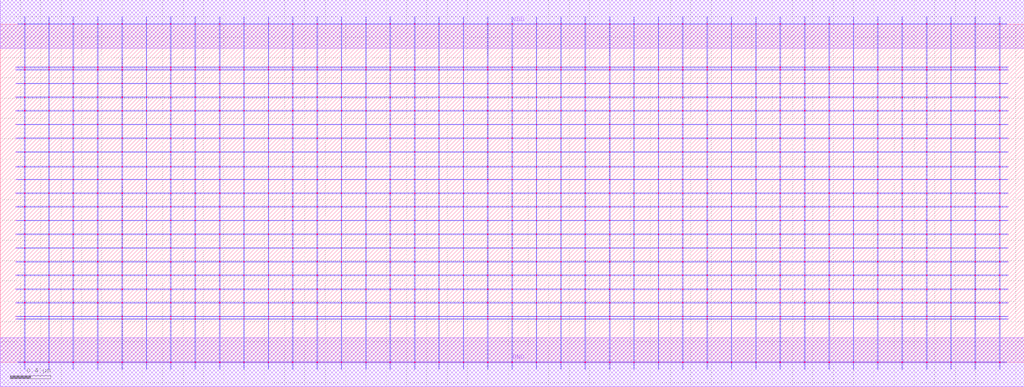
<source format=lef>
MACRO ASYNC1
 CLASS CORE ;
 FOREIGN ASYNC1 0 0 ;
 SIZE 10.08 BY 3.33 ;
 ORIGIN 0 0 ;
 SYMMETRY X Y R90 ;
 SITE unit ;
  PIN VDD
   DIRECTION INOUT ;
   USE POWER ;
   SHAPE ABUTMENT ;
    PORT
     CLASS CORE ;
       LAYER li1 ;
        RECT 0.00000000 3.09000000 10.08000000 3.57000000 ;
    END
  END VDD

  PIN GND
   DIRECTION INOUT ;
   USE POWER ;
   SHAPE ABUTMENT ;
    PORT
     CLASS CORE ;
       LAYER li1 ;
        RECT 0.00000000 -0.24000000 10.08000000 0.24000000 ;
    END
  END GND

 OBS
    LAYER polycont ;
     RECT 1.43600000 0.98600000 1.44400000 0.99400000 ;
     RECT 2.87600000 0.98600000 2.88400000 0.99400000 ;
     RECT 4.31600000 0.98600000 4.32400000 0.99400000 ;
     RECT 5.75600000 0.98600000 5.76400000 0.99400000 ;
     RECT 7.19600000 0.98600000 7.20400000 0.99400000 ;
     RECT 8.63600000 0.98600000 8.64400000 0.99400000 ;
     RECT 1.43600000 1.92100000 1.44400000 1.92900000 ;
     RECT 2.87600000 1.92100000 2.88400000 1.92900000 ;
     RECT 4.31600000 1.92100000 4.32400000 1.92900000 ;
     RECT 5.75600000 1.92100000 5.76400000 1.92900000 ;
     RECT 7.19600000 1.92100000 7.20400000 1.92900000 ;
     RECT 8.63600000 1.92100000 8.64400000 1.92900000 ;

    LAYER pdiffc ;
     RECT 5.03600000 2.33600000 5.04400000 2.34400000 ;
     RECT 5.03600000 2.47100000 5.04400000 2.47900000 ;
     RECT 5.03600000 2.60600000 5.04400000 2.61400000 ;
     RECT 5.03600000 2.74100000 5.04400000 2.74900000 ;
     RECT 5.03600000 2.87600000 5.04400000 2.88400000 ;
     RECT 5.03600000 2.90100000 5.04400000 2.90900000 ;
     RECT 7.91600000 2.33600000 7.92400000 2.34400000 ;
     RECT 8.15600000 2.33600000 8.16400000 2.34400000 ;
     RECT 9.11600000 2.33600000 9.12400000 2.34400000 ;
     RECT 9.35600000 2.33600000 9.36400000 2.34400000 ;
     RECT 5.27600000 2.33600000 5.28400000 2.34400000 ;
     RECT 5.27600000 2.47100000 5.28400000 2.47900000 ;
     RECT 6.23600000 2.47100000 6.24400000 2.47900000 ;
     RECT 6.47600000 2.47100000 6.48400000 2.47900000 ;
     RECT 6.71600000 2.47100000 6.72400000 2.47900000 ;
     RECT 7.67600000 2.47100000 7.68400000 2.47900000 ;
     RECT 7.91600000 2.47100000 7.92400000 2.47900000 ;
     RECT 8.15600000 2.47100000 8.16400000 2.47900000 ;
     RECT 9.11600000 2.47100000 9.12400000 2.47900000 ;
     RECT 9.35600000 2.47100000 9.36400000 2.47900000 ;
     RECT 6.23600000 2.33600000 6.24400000 2.34400000 ;
     RECT 5.27600000 2.60600000 5.28400000 2.61400000 ;
     RECT 6.23600000 2.60600000 6.24400000 2.61400000 ;
     RECT 6.47600000 2.60600000 6.48400000 2.61400000 ;
     RECT 6.71600000 2.60600000 6.72400000 2.61400000 ;
     RECT 7.67600000 2.60600000 7.68400000 2.61400000 ;
     RECT 7.91600000 2.60600000 7.92400000 2.61400000 ;
     RECT 8.15600000 2.60600000 8.16400000 2.61400000 ;
     RECT 9.11600000 2.60600000 9.12400000 2.61400000 ;
     RECT 9.35600000 2.60600000 9.36400000 2.61400000 ;
     RECT 6.47600000 2.33600000 6.48400000 2.34400000 ;
     RECT 5.27600000 2.74100000 5.28400000 2.74900000 ;
     RECT 6.23600000 2.74100000 6.24400000 2.74900000 ;
     RECT 6.47600000 2.74100000 6.48400000 2.74900000 ;
     RECT 6.71600000 2.74100000 6.72400000 2.74900000 ;
     RECT 7.67600000 2.74100000 7.68400000 2.74900000 ;
     RECT 7.91600000 2.74100000 7.92400000 2.74900000 ;
     RECT 8.15600000 2.74100000 8.16400000 2.74900000 ;
     RECT 9.11600000 2.74100000 9.12400000 2.74900000 ;
     RECT 9.35600000 2.74100000 9.36400000 2.74900000 ;
     RECT 6.71600000 2.33600000 6.72400000 2.34400000 ;
     RECT 5.27600000 2.87600000 5.28400000 2.88400000 ;
     RECT 6.23600000 2.87600000 6.24400000 2.88400000 ;
     RECT 6.47600000 2.87600000 6.48400000 2.88400000 ;
     RECT 6.71600000 2.87600000 6.72400000 2.88400000 ;
     RECT 7.67600000 2.87600000 7.68400000 2.88400000 ;
     RECT 7.91600000 2.87600000 7.92400000 2.88400000 ;
     RECT 8.15600000 2.87600000 8.16400000 2.88400000 ;
     RECT 9.11600000 2.87600000 9.12400000 2.88400000 ;
     RECT 9.35600000 2.87600000 9.36400000 2.88400000 ;
     RECT 7.67600000 2.33600000 7.68400000 2.34400000 ;
     RECT 5.27600000 2.90100000 5.28400000 2.90900000 ;
     RECT 6.23600000 2.90100000 6.24400000 2.90900000 ;
     RECT 6.47600000 2.90100000 6.48400000 2.90900000 ;
     RECT 6.71600000 2.90100000 6.72400000 2.90900000 ;
     RECT 7.67600000 2.90100000 7.68400000 2.90900000 ;
     RECT 7.91600000 2.90100000 7.92400000 2.90900000 ;
     RECT 8.15600000 2.90100000 8.16400000 2.90900000 ;
     RECT 9.11600000 2.90100000 9.12400000 2.90900000 ;
     RECT 9.35600000 2.90100000 9.36400000 2.90900000 ;
     RECT 2.15600000 2.74100000 2.16400000 2.74900000 ;
     RECT 2.39600000 2.74100000 2.40400000 2.74900000 ;
     RECT 3.35600000 2.74100000 3.36400000 2.74900000 ;
     RECT 3.59600000 2.74100000 3.60400000 2.74900000 ;
     RECT 3.83600000 2.74100000 3.84400000 2.74900000 ;
     RECT 4.79600000 2.74100000 4.80400000 2.74900000 ;
     RECT 2.15600000 2.33600000 2.16400000 2.34400000 ;
     RECT 2.39600000 2.33600000 2.40400000 2.34400000 ;
     RECT 3.35600000 2.33600000 3.36400000 2.34400000 ;
     RECT 3.59600000 2.33600000 3.60400000 2.34400000 ;
     RECT 3.83600000 2.33600000 3.84400000 2.34400000 ;
     RECT 4.79600000 2.33600000 4.80400000 2.34400000 ;
     RECT 0.71600000 2.33600000 0.72400000 2.34400000 ;
     RECT 0.71600000 2.47100000 0.72400000 2.47900000 ;
     RECT 0.71600000 2.60600000 0.72400000 2.61400000 ;
     RECT 0.95600000 2.60600000 0.96400000 2.61400000 ;
     RECT 0.71600000 2.87600000 0.72400000 2.88400000 ;
     RECT 0.95600000 2.87600000 0.96400000 2.88400000 ;
     RECT 1.91600000 2.87600000 1.92400000 2.88400000 ;
     RECT 2.15600000 2.87600000 2.16400000 2.88400000 ;
     RECT 2.39600000 2.87600000 2.40400000 2.88400000 ;
     RECT 3.35600000 2.87600000 3.36400000 2.88400000 ;
     RECT 3.59600000 2.87600000 3.60400000 2.88400000 ;
     RECT 3.83600000 2.87600000 3.84400000 2.88400000 ;
     RECT 4.79600000 2.87600000 4.80400000 2.88400000 ;
     RECT 1.91600000 2.60600000 1.92400000 2.61400000 ;
     RECT 2.15600000 2.60600000 2.16400000 2.61400000 ;
     RECT 2.39600000 2.60600000 2.40400000 2.61400000 ;
     RECT 3.35600000 2.60600000 3.36400000 2.61400000 ;
     RECT 3.59600000 2.60600000 3.60400000 2.61400000 ;
     RECT 3.83600000 2.60600000 3.84400000 2.61400000 ;
     RECT 4.79600000 2.60600000 4.80400000 2.61400000 ;
     RECT 0.95600000 2.47100000 0.96400000 2.47900000 ;
     RECT 1.91600000 2.47100000 1.92400000 2.47900000 ;
     RECT 2.15600000 2.47100000 2.16400000 2.47900000 ;
     RECT 0.71600000 2.90100000 0.72400000 2.90900000 ;
     RECT 0.95600000 2.90100000 0.96400000 2.90900000 ;
     RECT 1.91600000 2.90100000 1.92400000 2.90900000 ;
     RECT 2.15600000 2.90100000 2.16400000 2.90900000 ;
     RECT 2.39600000 2.90100000 2.40400000 2.90900000 ;
     RECT 3.35600000 2.90100000 3.36400000 2.90900000 ;
     RECT 3.59600000 2.90100000 3.60400000 2.90900000 ;
     RECT 3.83600000 2.90100000 3.84400000 2.90900000 ;
     RECT 4.79600000 2.90100000 4.80400000 2.90900000 ;
     RECT 2.39600000 2.47100000 2.40400000 2.47900000 ;
     RECT 3.35600000 2.47100000 3.36400000 2.47900000 ;
     RECT 3.59600000 2.47100000 3.60400000 2.47900000 ;
     RECT 3.83600000 2.47100000 3.84400000 2.47900000 ;
     RECT 4.79600000 2.47100000 4.80400000 2.47900000 ;
     RECT 0.95600000 2.33600000 0.96400000 2.34400000 ;
     RECT 1.91600000 2.33600000 1.92400000 2.34400000 ;
     RECT 0.71600000 2.74100000 0.72400000 2.74900000 ;
     RECT 0.95600000 2.74100000 0.96400000 2.74900000 ;
     RECT 1.91600000 2.74100000 1.92400000 2.74900000 ;

    LAYER ndiffc ;
     RECT 0.71600000 0.42100000 0.72400000 0.42900000 ;
     RECT 0.95600000 0.42100000 0.96400000 0.42900000 ;
     RECT 1.91600000 0.42100000 1.92400000 0.42900000 ;
     RECT 2.15600000 0.42100000 2.16400000 0.42900000 ;
     RECT 2.39600000 0.42100000 2.40400000 0.42900000 ;
     RECT 3.35600000 0.42100000 3.36400000 0.42900000 ;
     RECT 3.59600000 0.42100000 3.60400000 0.42900000 ;
     RECT 3.83600000 0.42100000 3.84400000 0.42900000 ;
     RECT 4.79600000 0.42100000 4.80400000 0.42900000 ;
     RECT 5.03600000 0.42100000 5.04400000 0.42900000 ;
     RECT 5.27600000 0.42100000 5.28400000 0.42900000 ;
     RECT 6.23600000 0.42100000 6.24400000 0.42900000 ;
     RECT 6.47600000 0.42100000 6.48400000 0.42900000 ;
     RECT 6.71600000 0.42100000 6.72400000 0.42900000 ;
     RECT 7.67600000 0.42100000 7.68400000 0.42900000 ;
     RECT 7.91600000 0.42100000 7.92400000 0.42900000 ;
     RECT 8.15600000 0.42100000 8.16400000 0.42900000 ;
     RECT 9.11600000 0.42100000 9.12400000 0.42900000 ;
     RECT 9.35600000 0.42100000 9.36400000 0.42900000 ;
     RECT 0.71600000 0.44600000 0.72400000 0.45400000 ;
     RECT 0.95600000 0.44600000 0.96400000 0.45400000 ;
     RECT 1.91600000 0.44600000 1.92400000 0.45400000 ;
     RECT 2.15600000 0.44600000 2.16400000 0.45400000 ;
     RECT 2.39600000 0.44600000 2.40400000 0.45400000 ;
     RECT 3.35600000 0.44600000 3.36400000 0.45400000 ;
     RECT 3.59600000 0.44600000 3.60400000 0.45400000 ;
     RECT 3.83600000 0.44600000 3.84400000 0.45400000 ;
     RECT 4.79600000 0.44600000 4.80400000 0.45400000 ;
     RECT 5.03600000 0.44600000 5.04400000 0.45400000 ;
     RECT 5.27600000 0.44600000 5.28400000 0.45400000 ;
     RECT 6.23600000 0.44600000 6.24400000 0.45400000 ;
     RECT 6.47600000 0.44600000 6.48400000 0.45400000 ;
     RECT 6.71600000 0.44600000 6.72400000 0.45400000 ;
     RECT 7.67600000 0.44600000 7.68400000 0.45400000 ;
     RECT 7.91600000 0.44600000 7.92400000 0.45400000 ;
     RECT 8.15600000 0.44600000 8.16400000 0.45400000 ;
     RECT 9.11600000 0.44600000 9.12400000 0.45400000 ;
     RECT 9.35600000 0.44600000 9.36400000 0.45400000 ;
     RECT 0.71600000 0.58100000 0.72400000 0.58900000 ;
     RECT 0.95600000 0.58100000 0.96400000 0.58900000 ;
     RECT 1.91600000 0.58100000 1.92400000 0.58900000 ;
     RECT 2.15600000 0.58100000 2.16400000 0.58900000 ;
     RECT 2.39600000 0.58100000 2.40400000 0.58900000 ;
     RECT 3.35600000 0.58100000 3.36400000 0.58900000 ;
     RECT 3.59600000 0.58100000 3.60400000 0.58900000 ;
     RECT 3.83600000 0.58100000 3.84400000 0.58900000 ;
     RECT 4.79600000 0.58100000 4.80400000 0.58900000 ;
     RECT 5.03600000 0.58100000 5.04400000 0.58900000 ;
     RECT 5.27600000 0.58100000 5.28400000 0.58900000 ;
     RECT 6.23600000 0.58100000 6.24400000 0.58900000 ;
     RECT 6.47600000 0.58100000 6.48400000 0.58900000 ;
     RECT 6.71600000 0.58100000 6.72400000 0.58900000 ;
     RECT 7.67600000 0.58100000 7.68400000 0.58900000 ;
     RECT 7.91600000 0.58100000 7.92400000 0.58900000 ;
     RECT 8.15600000 0.58100000 8.16400000 0.58900000 ;
     RECT 9.11600000 0.58100000 9.12400000 0.58900000 ;
     RECT 9.35600000 0.58100000 9.36400000 0.58900000 ;

    LAYER li1 ;
     RECT 0.00000000 -0.24000000 10.08000000 0.24000000 ;
     RECT 5.03600000 0.24000000 5.04400000 0.42100000 ;
     RECT 0.15500000 0.42100000 9.92500000 0.42900000 ;
     RECT 5.03600000 0.42900000 5.04400000 0.44600000 ;
     RECT 0.15500000 0.44600000 9.92500000 0.45400000 ;
     RECT 5.03600000 0.45400000 5.04400000 0.58100000 ;
     RECT 0.15500000 0.58100000 9.92500000 0.58900000 ;
     RECT 5.03600000 0.58900000 5.04400000 0.71600000 ;
     RECT 0.15500000 0.71600000 9.92500000 0.72400000 ;
     RECT 5.03600000 0.72400000 5.04400000 0.85100000 ;
     RECT 0.15500000 0.85100000 9.92500000 0.85900000 ;
     RECT 5.03600000 0.85900000 5.04400000 0.98600000 ;
     RECT 0.15500000 0.98600000 9.92500000 0.99400000 ;
     RECT 5.03600000 0.99400000 5.04400000 1.12100000 ;
     RECT 0.15500000 1.12100000 9.92500000 1.12900000 ;
     RECT 5.03600000 1.12900000 5.04400000 1.25600000 ;
     RECT 0.15500000 1.25600000 9.92500000 1.26400000 ;
     RECT 5.03600000 1.26400000 5.04400000 1.39100000 ;
     RECT 0.15500000 1.39100000 9.92500000 1.39900000 ;
     RECT 5.03600000 1.39900000 5.04400000 1.52600000 ;
     RECT 0.15500000 1.52600000 9.92500000 1.53400000 ;
     RECT 5.03600000 1.53400000 5.04400000 1.66100000 ;
     RECT 0.15500000 1.66100000 9.92500000 1.66900000 ;
     RECT 5.03600000 1.66900000 5.04400000 1.79600000 ;
     RECT 0.15500000 1.79600000 9.92500000 1.80400000 ;
     RECT 5.03600000 1.80400000 5.04400000 1.92100000 ;
     RECT 0.15500000 1.92100000 9.92500000 1.92900000 ;
     RECT 5.03600000 1.92900000 5.04400000 2.06600000 ;
     RECT 0.15500000 2.06600000 9.92500000 2.07400000 ;
     RECT 5.03600000 2.07400000 5.04400000 2.20100000 ;
     RECT 0.15500000 2.20100000 9.92500000 2.20900000 ;
     RECT 5.03600000 2.20900000 5.04400000 2.33600000 ;
     RECT 0.15500000 2.33600000 9.92500000 2.34400000 ;
     RECT 5.03600000 2.34400000 5.04400000 2.47100000 ;
     RECT 0.15500000 2.47100000 9.92500000 2.47900000 ;
     RECT 5.03600000 2.47900000 5.04400000 2.60600000 ;
     RECT 0.15500000 2.60600000 9.92500000 2.61400000 ;
     RECT 5.03600000 2.61400000 5.04400000 2.74100000 ;
     RECT 0.15500000 2.74100000 9.92500000 2.74900000 ;
     RECT 5.03600000 2.74900000 5.04400000 2.87600000 ;
     RECT 0.15500000 2.87600000 9.92500000 2.88400000 ;
     RECT 5.03600000 2.88400000 5.04400000 2.90100000 ;
     RECT 0.15500000 2.90100000 9.92500000 2.90900000 ;
     RECT 5.03600000 2.90900000 5.04400000 3.09000000 ;
     RECT 0.00000000 3.09000000 10.08000000 3.57000000 ;
     RECT 5.27600000 2.61400000 5.28400000 2.74100000 ;
     RECT 5.51600000 2.61400000 5.52400000 2.74100000 ;
     RECT 5.75600000 2.61400000 5.76400000 2.74100000 ;
     RECT 5.99600000 2.61400000 6.00400000 2.74100000 ;
     RECT 6.23600000 2.61400000 6.24400000 2.74100000 ;
     RECT 6.47600000 2.61400000 6.48400000 2.74100000 ;
     RECT 6.71600000 2.61400000 6.72400000 2.74100000 ;
     RECT 6.95600000 2.61400000 6.96400000 2.74100000 ;
     RECT 7.19600000 2.61400000 7.20400000 2.74100000 ;
     RECT 7.43600000 2.61400000 7.44400000 2.74100000 ;
     RECT 7.67600000 2.61400000 7.68400000 2.74100000 ;
     RECT 7.91600000 2.61400000 7.92400000 2.74100000 ;
     RECT 8.15600000 2.61400000 8.16400000 2.74100000 ;
     RECT 8.39600000 2.61400000 8.40400000 2.74100000 ;
     RECT 8.63600000 2.61400000 8.64400000 2.74100000 ;
     RECT 8.87600000 2.61400000 8.88400000 2.74100000 ;
     RECT 9.11600000 2.61400000 9.12400000 2.74100000 ;
     RECT 9.35600000 2.61400000 9.36400000 2.74100000 ;
     RECT 9.59600000 2.61400000 9.60400000 2.74100000 ;
     RECT 9.83600000 2.61400000 9.84400000 2.74100000 ;
     RECT 7.67600000 2.74900000 7.68400000 2.87600000 ;
     RECT 7.91600000 2.74900000 7.92400000 2.87600000 ;
     RECT 8.15600000 2.74900000 8.16400000 2.87600000 ;
     RECT 8.39600000 2.74900000 8.40400000 2.87600000 ;
     RECT 8.63600000 2.74900000 8.64400000 2.87600000 ;
     RECT 8.87600000 2.74900000 8.88400000 2.87600000 ;
     RECT 9.11600000 2.74900000 9.12400000 2.87600000 ;
     RECT 9.35600000 2.74900000 9.36400000 2.87600000 ;
     RECT 9.59600000 2.74900000 9.60400000 2.87600000 ;
     RECT 9.83600000 2.74900000 9.84400000 2.87600000 ;
     RECT 7.67600000 2.88400000 7.68400000 2.90100000 ;
     RECT 7.91600000 2.88400000 7.92400000 2.90100000 ;
     RECT 8.15600000 2.88400000 8.16400000 2.90100000 ;
     RECT 8.39600000 2.88400000 8.40400000 2.90100000 ;
     RECT 8.63600000 2.88400000 8.64400000 2.90100000 ;
     RECT 8.87600000 2.88400000 8.88400000 2.90100000 ;
     RECT 9.11600000 2.88400000 9.12400000 2.90100000 ;
     RECT 9.35600000 2.88400000 9.36400000 2.90100000 ;
     RECT 9.59600000 2.88400000 9.60400000 2.90100000 ;
     RECT 9.83600000 2.88400000 9.84400000 2.90100000 ;
     RECT 7.67600000 2.90900000 7.68400000 3.09000000 ;
     RECT 7.91600000 2.90900000 7.92400000 3.09000000 ;
     RECT 8.15600000 2.90900000 8.16400000 3.09000000 ;
     RECT 8.39600000 2.90900000 8.40400000 3.09000000 ;
     RECT 8.63600000 2.90900000 8.64400000 3.09000000 ;
     RECT 8.87600000 2.90900000 8.88400000 3.09000000 ;
     RECT 9.11600000 2.90900000 9.12400000 3.09000000 ;
     RECT 9.35600000 2.90900000 9.36400000 3.09000000 ;
     RECT 9.59600000 2.90900000 9.60400000 3.09000000 ;
     RECT 9.83600000 2.90900000 9.84400000 3.09000000 ;
     RECT 5.27600000 2.74900000 5.28400000 2.87600000 ;
     RECT 5.51600000 2.74900000 5.52400000 2.87600000 ;
     RECT 5.75600000 2.74900000 5.76400000 2.87600000 ;
     RECT 5.99600000 2.74900000 6.00400000 2.87600000 ;
     RECT 6.23600000 2.74900000 6.24400000 2.87600000 ;
     RECT 6.47600000 2.74900000 6.48400000 2.87600000 ;
     RECT 6.71600000 2.74900000 6.72400000 2.87600000 ;
     RECT 6.95600000 2.74900000 6.96400000 2.87600000 ;
     RECT 7.19600000 2.74900000 7.20400000 2.87600000 ;
     RECT 7.43600000 2.74900000 7.44400000 2.87600000 ;
     RECT 5.27600000 2.90900000 5.28400000 3.09000000 ;
     RECT 5.51600000 2.90900000 5.52400000 3.09000000 ;
     RECT 5.75600000 2.90900000 5.76400000 3.09000000 ;
     RECT 5.99600000 2.90900000 6.00400000 3.09000000 ;
     RECT 6.23600000 2.90900000 6.24400000 3.09000000 ;
     RECT 6.47600000 2.90900000 6.48400000 3.09000000 ;
     RECT 6.71600000 2.90900000 6.72400000 3.09000000 ;
     RECT 6.95600000 2.90900000 6.96400000 3.09000000 ;
     RECT 7.19600000 2.90900000 7.20400000 3.09000000 ;
     RECT 7.43600000 2.90900000 7.44400000 3.09000000 ;
     RECT 5.27600000 2.88400000 5.28400000 2.90100000 ;
     RECT 5.51600000 2.88400000 5.52400000 2.90100000 ;
     RECT 5.75600000 2.88400000 5.76400000 2.90100000 ;
     RECT 5.99600000 2.88400000 6.00400000 2.90100000 ;
     RECT 6.23600000 2.88400000 6.24400000 2.90100000 ;
     RECT 6.47600000 2.88400000 6.48400000 2.90100000 ;
     RECT 6.71600000 2.88400000 6.72400000 2.90100000 ;
     RECT 6.95600000 2.88400000 6.96400000 2.90100000 ;
     RECT 7.19600000 2.88400000 7.20400000 2.90100000 ;
     RECT 7.43600000 2.88400000 7.44400000 2.90100000 ;
     RECT 5.75600000 1.66900000 5.76400000 1.79600000 ;
     RECT 5.99600000 1.66900000 6.00400000 1.79600000 ;
     RECT 5.27600000 1.92900000 5.28400000 2.06600000 ;
     RECT 5.51600000 1.92900000 5.52400000 2.06600000 ;
     RECT 5.75600000 1.92900000 5.76400000 2.06600000 ;
     RECT 5.99600000 1.92900000 6.00400000 2.06600000 ;
     RECT 6.23600000 1.92900000 6.24400000 2.06600000 ;
     RECT 6.47600000 1.92900000 6.48400000 2.06600000 ;
     RECT 6.71600000 1.92900000 6.72400000 2.06600000 ;
     RECT 6.95600000 1.92900000 6.96400000 2.06600000 ;
     RECT 7.19600000 1.92900000 7.20400000 2.06600000 ;
     RECT 7.43600000 1.92900000 7.44400000 2.06600000 ;
     RECT 6.23600000 1.66900000 6.24400000 1.79600000 ;
     RECT 6.47600000 1.66900000 6.48400000 1.79600000 ;
     RECT 5.27600000 2.07400000 5.28400000 2.20100000 ;
     RECT 5.51600000 2.07400000 5.52400000 2.20100000 ;
     RECT 5.75600000 2.07400000 5.76400000 2.20100000 ;
     RECT 5.99600000 2.07400000 6.00400000 2.20100000 ;
     RECT 6.23600000 2.07400000 6.24400000 2.20100000 ;
     RECT 6.47600000 2.07400000 6.48400000 2.20100000 ;
     RECT 6.71600000 2.07400000 6.72400000 2.20100000 ;
     RECT 6.95600000 2.07400000 6.96400000 2.20100000 ;
     RECT 7.19600000 2.07400000 7.20400000 2.20100000 ;
     RECT 7.43600000 2.07400000 7.44400000 2.20100000 ;
     RECT 6.71600000 1.66900000 6.72400000 1.79600000 ;
     RECT 6.95600000 1.66900000 6.96400000 1.79600000 ;
     RECT 5.27600000 2.20900000 5.28400000 2.33600000 ;
     RECT 5.51600000 2.20900000 5.52400000 2.33600000 ;
     RECT 5.75600000 2.20900000 5.76400000 2.33600000 ;
     RECT 5.99600000 2.20900000 6.00400000 2.33600000 ;
     RECT 6.23600000 2.20900000 6.24400000 2.33600000 ;
     RECT 6.47600000 2.20900000 6.48400000 2.33600000 ;
     RECT 6.71600000 2.20900000 6.72400000 2.33600000 ;
     RECT 6.95600000 2.20900000 6.96400000 2.33600000 ;
     RECT 7.19600000 2.20900000 7.20400000 2.33600000 ;
     RECT 7.43600000 2.20900000 7.44400000 2.33600000 ;
     RECT 7.19600000 1.66900000 7.20400000 1.79600000 ;
     RECT 7.43600000 1.66900000 7.44400000 1.79600000 ;
     RECT 5.27600000 2.34400000 5.28400000 2.47100000 ;
     RECT 5.51600000 2.34400000 5.52400000 2.47100000 ;
     RECT 5.75600000 2.34400000 5.76400000 2.47100000 ;
     RECT 5.99600000 2.34400000 6.00400000 2.47100000 ;
     RECT 6.23600000 2.34400000 6.24400000 2.47100000 ;
     RECT 6.47600000 2.34400000 6.48400000 2.47100000 ;
     RECT 6.71600000 2.34400000 6.72400000 2.47100000 ;
     RECT 6.95600000 2.34400000 6.96400000 2.47100000 ;
     RECT 7.19600000 2.34400000 7.20400000 2.47100000 ;
     RECT 7.43600000 2.34400000 7.44400000 2.47100000 ;
     RECT 5.27600000 2.47900000 5.28400000 2.60600000 ;
     RECT 5.51600000 2.47900000 5.52400000 2.60600000 ;
     RECT 5.75600000 2.47900000 5.76400000 2.60600000 ;
     RECT 5.99600000 2.47900000 6.00400000 2.60600000 ;
     RECT 6.23600000 2.47900000 6.24400000 2.60600000 ;
     RECT 6.47600000 2.47900000 6.48400000 2.60600000 ;
     RECT 6.71600000 2.47900000 6.72400000 2.60600000 ;
     RECT 6.95600000 2.47900000 6.96400000 2.60600000 ;
     RECT 7.19600000 2.47900000 7.20400000 2.60600000 ;
     RECT 7.43600000 2.47900000 7.44400000 2.60600000 ;
     RECT 5.51600000 1.66900000 5.52400000 1.79600000 ;
     RECT 5.27600000 1.80400000 5.28400000 1.92100000 ;
     RECT 5.51600000 1.80400000 5.52400000 1.92100000 ;
     RECT 5.75600000 1.80400000 5.76400000 1.92100000 ;
     RECT 5.99600000 1.80400000 6.00400000 1.92100000 ;
     RECT 6.23600000 1.80400000 6.24400000 1.92100000 ;
     RECT 6.47600000 1.80400000 6.48400000 1.92100000 ;
     RECT 6.71600000 1.80400000 6.72400000 1.92100000 ;
     RECT 6.95600000 1.80400000 6.96400000 1.92100000 ;
     RECT 7.19600000 1.80400000 7.20400000 1.92100000 ;
     RECT 7.43600000 1.80400000 7.44400000 1.92100000 ;
     RECT 5.27600000 1.66900000 5.28400000 1.79600000 ;
     RECT 9.83600000 2.20900000 9.84400000 2.33600000 ;
     RECT 9.11600000 1.80400000 9.12400000 1.92100000 ;
     RECT 9.35600000 1.80400000 9.36400000 1.92100000 ;
     RECT 8.63600000 1.66900000 8.64400000 1.79600000 ;
     RECT 8.87600000 1.66900000 8.88400000 1.79600000 ;
     RECT 9.59600000 1.80400000 9.60400000 1.92100000 ;
     RECT 9.83600000 1.80400000 9.84400000 1.92100000 ;
     RECT 7.67600000 1.80400000 7.68400000 1.92100000 ;
     RECT 7.91600000 1.80400000 7.92400000 1.92100000 ;
     RECT 7.67600000 1.92900000 7.68400000 2.06600000 ;
     RECT 7.91600000 1.92900000 7.92400000 2.06600000 ;
     RECT 7.67600000 2.07400000 7.68400000 2.20100000 ;
     RECT 7.91600000 2.07400000 7.92400000 2.20100000 ;
     RECT 8.15600000 2.07400000 8.16400000 2.20100000 ;
     RECT 8.39600000 2.07400000 8.40400000 2.20100000 ;
     RECT 7.67600000 2.34400000 7.68400000 2.47100000 ;
     RECT 7.91600000 2.34400000 7.92400000 2.47100000 ;
     RECT 8.15600000 2.34400000 8.16400000 2.47100000 ;
     RECT 8.39600000 2.34400000 8.40400000 2.47100000 ;
     RECT 8.63600000 2.34400000 8.64400000 2.47100000 ;
     RECT 8.87600000 2.34400000 8.88400000 2.47100000 ;
     RECT 9.11600000 2.34400000 9.12400000 2.47100000 ;
     RECT 9.35600000 2.34400000 9.36400000 2.47100000 ;
     RECT 9.59600000 2.34400000 9.60400000 2.47100000 ;
     RECT 9.83600000 2.34400000 9.84400000 2.47100000 ;
     RECT 9.11600000 1.66900000 9.12400000 1.79600000 ;
     RECT 9.35600000 1.66900000 9.36400000 1.79600000 ;
     RECT 7.67600000 1.66900000 7.68400000 1.79600000 ;
     RECT 7.91600000 1.66900000 7.92400000 1.79600000 ;
     RECT 8.63600000 2.07400000 8.64400000 2.20100000 ;
     RECT 8.87600000 2.07400000 8.88400000 2.20100000 ;
     RECT 9.11600000 2.07400000 9.12400000 2.20100000 ;
     RECT 9.35600000 2.07400000 9.36400000 2.20100000 ;
     RECT 9.59600000 2.07400000 9.60400000 2.20100000 ;
     RECT 9.83600000 2.07400000 9.84400000 2.20100000 ;
     RECT 8.15600000 1.92900000 8.16400000 2.06600000 ;
     RECT 8.39600000 1.92900000 8.40400000 2.06600000 ;
     RECT 8.63600000 1.92900000 8.64400000 2.06600000 ;
     RECT 8.87600000 1.92900000 8.88400000 2.06600000 ;
     RECT 7.67600000 2.47900000 7.68400000 2.60600000 ;
     RECT 7.91600000 2.47900000 7.92400000 2.60600000 ;
     RECT 8.15600000 2.47900000 8.16400000 2.60600000 ;
     RECT 8.39600000 2.47900000 8.40400000 2.60600000 ;
     RECT 8.63600000 2.47900000 8.64400000 2.60600000 ;
     RECT 8.87600000 2.47900000 8.88400000 2.60600000 ;
     RECT 9.11600000 2.47900000 9.12400000 2.60600000 ;
     RECT 9.35600000 2.47900000 9.36400000 2.60600000 ;
     RECT 9.59600000 1.66900000 9.60400000 1.79600000 ;
     RECT 9.83600000 1.66900000 9.84400000 1.79600000 ;
     RECT 9.59600000 2.47900000 9.60400000 2.60600000 ;
     RECT 9.83600000 2.47900000 9.84400000 2.60600000 ;
     RECT 8.15600000 1.66900000 8.16400000 1.79600000 ;
     RECT 8.39600000 1.66900000 8.40400000 1.79600000 ;
     RECT 9.11600000 1.92900000 9.12400000 2.06600000 ;
     RECT 9.35600000 1.92900000 9.36400000 2.06600000 ;
     RECT 9.59600000 1.92900000 9.60400000 2.06600000 ;
     RECT 9.83600000 1.92900000 9.84400000 2.06600000 ;
     RECT 8.15600000 1.80400000 8.16400000 1.92100000 ;
     RECT 8.39600000 1.80400000 8.40400000 1.92100000 ;
     RECT 8.63600000 1.80400000 8.64400000 1.92100000 ;
     RECT 8.87600000 1.80400000 8.88400000 1.92100000 ;
     RECT 7.67600000 2.20900000 7.68400000 2.33600000 ;
     RECT 7.91600000 2.20900000 7.92400000 2.33600000 ;
     RECT 8.15600000 2.20900000 8.16400000 2.33600000 ;
     RECT 8.39600000 2.20900000 8.40400000 2.33600000 ;
     RECT 8.63600000 2.20900000 8.64400000 2.33600000 ;
     RECT 8.87600000 2.20900000 8.88400000 2.33600000 ;
     RECT 9.11600000 2.20900000 9.12400000 2.33600000 ;
     RECT 9.35600000 2.20900000 9.36400000 2.33600000 ;
     RECT 9.59600000 2.20900000 9.60400000 2.33600000 ;
     RECT 0.23600000 2.61400000 0.24400000 2.74100000 ;
     RECT 0.47600000 2.61400000 0.48400000 2.74100000 ;
     RECT 0.71600000 2.61400000 0.72400000 2.74100000 ;
     RECT 0.95600000 2.61400000 0.96400000 2.74100000 ;
     RECT 1.19600000 2.61400000 1.20400000 2.74100000 ;
     RECT 1.43600000 2.61400000 1.44400000 2.74100000 ;
     RECT 1.67600000 2.61400000 1.68400000 2.74100000 ;
     RECT 1.91600000 2.61400000 1.92400000 2.74100000 ;
     RECT 2.15600000 2.61400000 2.16400000 2.74100000 ;
     RECT 2.39600000 2.61400000 2.40400000 2.74100000 ;
     RECT 2.63600000 2.61400000 2.64400000 2.74100000 ;
     RECT 2.87600000 2.61400000 2.88400000 2.74100000 ;
     RECT 3.11600000 2.61400000 3.12400000 2.74100000 ;
     RECT 3.35600000 2.61400000 3.36400000 2.74100000 ;
     RECT 3.59600000 2.61400000 3.60400000 2.74100000 ;
     RECT 3.83600000 2.61400000 3.84400000 2.74100000 ;
     RECT 4.07600000 2.61400000 4.08400000 2.74100000 ;
     RECT 4.31600000 2.61400000 4.32400000 2.74100000 ;
     RECT 4.55600000 2.61400000 4.56400000 2.74100000 ;
     RECT 4.79600000 2.61400000 4.80400000 2.74100000 ;
     RECT 2.63600000 2.74900000 2.64400000 2.87600000 ;
     RECT 2.87600000 2.74900000 2.88400000 2.87600000 ;
     RECT 3.11600000 2.74900000 3.12400000 2.87600000 ;
     RECT 3.35600000 2.74900000 3.36400000 2.87600000 ;
     RECT 3.59600000 2.74900000 3.60400000 2.87600000 ;
     RECT 3.83600000 2.74900000 3.84400000 2.87600000 ;
     RECT 4.07600000 2.74900000 4.08400000 2.87600000 ;
     RECT 4.31600000 2.74900000 4.32400000 2.87600000 ;
     RECT 4.55600000 2.74900000 4.56400000 2.87600000 ;
     RECT 4.79600000 2.74900000 4.80400000 2.87600000 ;
     RECT 2.63600000 2.88400000 2.64400000 2.90100000 ;
     RECT 2.87600000 2.88400000 2.88400000 2.90100000 ;
     RECT 3.11600000 2.88400000 3.12400000 2.90100000 ;
     RECT 3.35600000 2.88400000 3.36400000 2.90100000 ;
     RECT 3.59600000 2.88400000 3.60400000 2.90100000 ;
     RECT 3.83600000 2.88400000 3.84400000 2.90100000 ;
     RECT 4.07600000 2.88400000 4.08400000 2.90100000 ;
     RECT 4.31600000 2.88400000 4.32400000 2.90100000 ;
     RECT 4.55600000 2.88400000 4.56400000 2.90100000 ;
     RECT 4.79600000 2.88400000 4.80400000 2.90100000 ;
     RECT 2.63600000 2.90900000 2.64400000 3.09000000 ;
     RECT 2.87600000 2.90900000 2.88400000 3.09000000 ;
     RECT 3.11600000 2.90900000 3.12400000 3.09000000 ;
     RECT 3.35600000 2.90900000 3.36400000 3.09000000 ;
     RECT 3.59600000 2.90900000 3.60400000 3.09000000 ;
     RECT 3.83600000 2.90900000 3.84400000 3.09000000 ;
     RECT 4.07600000 2.90900000 4.08400000 3.09000000 ;
     RECT 4.31600000 2.90900000 4.32400000 3.09000000 ;
     RECT 4.55600000 2.90900000 4.56400000 3.09000000 ;
     RECT 4.79600000 2.90900000 4.80400000 3.09000000 ;
     RECT 0.23600000 2.74900000 0.24400000 2.87600000 ;
     RECT 0.47600000 2.74900000 0.48400000 2.87600000 ;
     RECT 0.71600000 2.74900000 0.72400000 2.87600000 ;
     RECT 0.95600000 2.74900000 0.96400000 2.87600000 ;
     RECT 1.19600000 2.74900000 1.20400000 2.87600000 ;
     RECT 1.43600000 2.74900000 1.44400000 2.87600000 ;
     RECT 1.67600000 2.74900000 1.68400000 2.87600000 ;
     RECT 1.91600000 2.74900000 1.92400000 2.87600000 ;
     RECT 2.15600000 2.74900000 2.16400000 2.87600000 ;
     RECT 2.39600000 2.74900000 2.40400000 2.87600000 ;
     RECT 0.23600000 2.90900000 0.24400000 3.09000000 ;
     RECT 0.47600000 2.90900000 0.48400000 3.09000000 ;
     RECT 0.71600000 2.90900000 0.72400000 3.09000000 ;
     RECT 0.95600000 2.90900000 0.96400000 3.09000000 ;
     RECT 1.19600000 2.90900000 1.20400000 3.09000000 ;
     RECT 1.43600000 2.90900000 1.44400000 3.09000000 ;
     RECT 1.67600000 2.90900000 1.68400000 3.09000000 ;
     RECT 1.91600000 2.90900000 1.92400000 3.09000000 ;
     RECT 2.15600000 2.90900000 2.16400000 3.09000000 ;
     RECT 2.39600000 2.90900000 2.40400000 3.09000000 ;
     RECT 0.23600000 2.88400000 0.24400000 2.90100000 ;
     RECT 0.47600000 2.88400000 0.48400000 2.90100000 ;
     RECT 0.71600000 2.88400000 0.72400000 2.90100000 ;
     RECT 0.95600000 2.88400000 0.96400000 2.90100000 ;
     RECT 1.19600000 2.88400000 1.20400000 2.90100000 ;
     RECT 1.43600000 2.88400000 1.44400000 2.90100000 ;
     RECT 1.67600000 2.88400000 1.68400000 2.90100000 ;
     RECT 1.91600000 2.88400000 1.92400000 2.90100000 ;
     RECT 2.15600000 2.88400000 2.16400000 2.90100000 ;
     RECT 2.39600000 2.88400000 2.40400000 2.90100000 ;
     RECT 1.19600000 2.07400000 1.20400000 2.20100000 ;
     RECT 1.43600000 2.07400000 1.44400000 2.20100000 ;
     RECT 0.23600000 2.47900000 0.24400000 2.60600000 ;
     RECT 0.47600000 2.47900000 0.48400000 2.60600000 ;
     RECT 2.15600000 2.20900000 2.16400000 2.33600000 ;
     RECT 2.39600000 2.20900000 2.40400000 2.33600000 ;
     RECT 1.19600000 1.92900000 1.20400000 2.06600000 ;
     RECT 1.43600000 1.92900000 1.44400000 2.06600000 ;
     RECT 1.67600000 1.92900000 1.68400000 2.06600000 ;
     RECT 1.91600000 1.92900000 1.92400000 2.06600000 ;
     RECT 2.15600000 1.92900000 2.16400000 2.06600000 ;
     RECT 2.39600000 1.92900000 2.40400000 2.06600000 ;
     RECT 0.71600000 2.47900000 0.72400000 2.60600000 ;
     RECT 0.95600000 2.47900000 0.96400000 2.60600000 ;
     RECT 1.19600000 2.47900000 1.20400000 2.60600000 ;
     RECT 1.43600000 2.47900000 1.44400000 2.60600000 ;
     RECT 1.67600000 2.47900000 1.68400000 2.60600000 ;
     RECT 1.91600000 2.47900000 1.92400000 2.60600000 ;
     RECT 2.15600000 2.47900000 2.16400000 2.60600000 ;
     RECT 2.39600000 2.47900000 2.40400000 2.60600000 ;
     RECT 0.23600000 1.66900000 0.24400000 1.79600000 ;
     RECT 0.47600000 1.66900000 0.48400000 1.79600000 ;
     RECT 0.23600000 1.80400000 0.24400000 1.92100000 ;
     RECT 0.47600000 1.80400000 0.48400000 1.92100000 ;
     RECT 0.23600000 1.92900000 0.24400000 2.06600000 ;
     RECT 0.47600000 1.92900000 0.48400000 2.06600000 ;
     RECT 0.71600000 1.92900000 0.72400000 2.06600000 ;
     RECT 0.95600000 1.92900000 0.96400000 2.06600000 ;
     RECT 0.23600000 2.20900000 0.24400000 2.33600000 ;
     RECT 0.47600000 2.20900000 0.48400000 2.33600000 ;
     RECT 0.71600000 2.20900000 0.72400000 2.33600000 ;
     RECT 0.95600000 2.20900000 0.96400000 2.33600000 ;
     RECT 0.71600000 1.80400000 0.72400000 1.92100000 ;
     RECT 0.95600000 1.80400000 0.96400000 1.92100000 ;
     RECT 1.19600000 1.80400000 1.20400000 1.92100000 ;
     RECT 1.43600000 1.80400000 1.44400000 1.92100000 ;
     RECT 1.67600000 1.80400000 1.68400000 1.92100000 ;
     RECT 1.91600000 1.80400000 1.92400000 1.92100000 ;
     RECT 0.23600000 2.34400000 0.24400000 2.47100000 ;
     RECT 0.47600000 2.34400000 0.48400000 2.47100000 ;
     RECT 0.71600000 2.34400000 0.72400000 2.47100000 ;
     RECT 0.95600000 2.34400000 0.96400000 2.47100000 ;
     RECT 1.19600000 2.34400000 1.20400000 2.47100000 ;
     RECT 1.43600000 2.34400000 1.44400000 2.47100000 ;
     RECT 1.67600000 2.34400000 1.68400000 2.47100000 ;
     RECT 1.91600000 2.34400000 1.92400000 2.47100000 ;
     RECT 2.15600000 2.34400000 2.16400000 2.47100000 ;
     RECT 2.39600000 2.34400000 2.40400000 2.47100000 ;
     RECT 1.19600000 2.20900000 1.20400000 2.33600000 ;
     RECT 1.43600000 2.20900000 1.44400000 2.33600000 ;
     RECT 1.67600000 2.20900000 1.68400000 2.33600000 ;
     RECT 1.91600000 2.20900000 1.92400000 2.33600000 ;
     RECT 1.67600000 2.07400000 1.68400000 2.20100000 ;
     RECT 1.91600000 2.07400000 1.92400000 2.20100000 ;
     RECT 2.15600000 2.07400000 2.16400000 2.20100000 ;
     RECT 2.39600000 2.07400000 2.40400000 2.20100000 ;
     RECT 1.67600000 1.66900000 1.68400000 1.79600000 ;
     RECT 1.91600000 1.66900000 1.92400000 1.79600000 ;
     RECT 2.15600000 1.66900000 2.16400000 1.79600000 ;
     RECT 2.39600000 1.66900000 2.40400000 1.79600000 ;
     RECT 0.71600000 1.66900000 0.72400000 1.79600000 ;
     RECT 0.95600000 1.66900000 0.96400000 1.79600000 ;
     RECT 1.19600000 1.66900000 1.20400000 1.79600000 ;
     RECT 1.43600000 1.66900000 1.44400000 1.79600000 ;
     RECT 0.23600000 2.07400000 0.24400000 2.20100000 ;
     RECT 0.47600000 2.07400000 0.48400000 2.20100000 ;
     RECT 0.71600000 2.07400000 0.72400000 2.20100000 ;
     RECT 0.95600000 2.07400000 0.96400000 2.20100000 ;
     RECT 2.15600000 1.80400000 2.16400000 1.92100000 ;
     RECT 2.39600000 1.80400000 2.40400000 1.92100000 ;
     RECT 4.55600000 1.66900000 4.56400000 1.79600000 ;
     RECT 4.79600000 1.66900000 4.80400000 1.79600000 ;
     RECT 2.63600000 1.66900000 2.64400000 1.79600000 ;
     RECT 2.87600000 1.66900000 2.88400000 1.79600000 ;
     RECT 3.11600000 1.66900000 3.12400000 1.79600000 ;
     RECT 3.35600000 1.66900000 3.36400000 1.79600000 ;
     RECT 3.59600000 1.92900000 3.60400000 2.06600000 ;
     RECT 3.83600000 1.92900000 3.84400000 2.06600000 ;
     RECT 4.07600000 1.92900000 4.08400000 2.06600000 ;
     RECT 4.31600000 1.92900000 4.32400000 2.06600000 ;
     RECT 4.55600000 1.92900000 4.56400000 2.06600000 ;
     RECT 4.79600000 1.92900000 4.80400000 2.06600000 ;
     RECT 4.55600000 2.47900000 4.56400000 2.60600000 ;
     RECT 4.79600000 2.47900000 4.80400000 2.60600000 ;
     RECT 2.63600000 2.47900000 2.64400000 2.60600000 ;
     RECT 2.87600000 2.47900000 2.88400000 2.60600000 ;
     RECT 2.63600000 2.20900000 2.64400000 2.33600000 ;
     RECT 2.87600000 2.20900000 2.88400000 2.33600000 ;
     RECT 3.11600000 2.20900000 3.12400000 2.33600000 ;
     RECT 3.35600000 2.20900000 3.36400000 2.33600000 ;
     RECT 3.59600000 2.20900000 3.60400000 2.33600000 ;
     RECT 3.83600000 2.20900000 3.84400000 2.33600000 ;
     RECT 4.07600000 2.20900000 4.08400000 2.33600000 ;
     RECT 4.31600000 2.20900000 4.32400000 2.33600000 ;
     RECT 4.55600000 2.20900000 4.56400000 2.33600000 ;
     RECT 4.79600000 2.20900000 4.80400000 2.33600000 ;
     RECT 3.11600000 2.47900000 3.12400000 2.60600000 ;
     RECT 3.35600000 2.47900000 3.36400000 2.60600000 ;
     RECT 2.63600000 2.07400000 2.64400000 2.20100000 ;
     RECT 2.87600000 2.07400000 2.88400000 2.20100000 ;
     RECT 3.11600000 2.07400000 3.12400000 2.20100000 ;
     RECT 3.35600000 2.07400000 3.36400000 2.20100000 ;
     RECT 2.63600000 1.92900000 2.64400000 2.06600000 ;
     RECT 2.87600000 1.92900000 2.88400000 2.06600000 ;
     RECT 3.11600000 1.92900000 3.12400000 2.06600000 ;
     RECT 3.35600000 1.92900000 3.36400000 2.06600000 ;
     RECT 3.59600000 2.07400000 3.60400000 2.20100000 ;
     RECT 3.83600000 2.07400000 3.84400000 2.20100000 ;
     RECT 4.07600000 2.07400000 4.08400000 2.20100000 ;
     RECT 4.31600000 2.07400000 4.32400000 2.20100000 ;
     RECT 4.55600000 2.07400000 4.56400000 2.20100000 ;
     RECT 4.79600000 2.07400000 4.80400000 2.20100000 ;
     RECT 3.59600000 2.47900000 3.60400000 2.60600000 ;
     RECT 3.83600000 2.47900000 3.84400000 2.60600000 ;
     RECT 4.07600000 2.47900000 4.08400000 2.60600000 ;
     RECT 4.31600000 2.47900000 4.32400000 2.60600000 ;
     RECT 3.59600000 1.66900000 3.60400000 1.79600000 ;
     RECT 3.83600000 1.66900000 3.84400000 1.79600000 ;
     RECT 2.63600000 2.34400000 2.64400000 2.47100000 ;
     RECT 2.87600000 2.34400000 2.88400000 2.47100000 ;
     RECT 3.11600000 2.34400000 3.12400000 2.47100000 ;
     RECT 3.35600000 2.34400000 3.36400000 2.47100000 ;
     RECT 3.59600000 2.34400000 3.60400000 2.47100000 ;
     RECT 3.83600000 2.34400000 3.84400000 2.47100000 ;
     RECT 4.07600000 2.34400000 4.08400000 2.47100000 ;
     RECT 4.31600000 2.34400000 4.32400000 2.47100000 ;
     RECT 4.55600000 2.34400000 4.56400000 2.47100000 ;
     RECT 4.79600000 2.34400000 4.80400000 2.47100000 ;
     RECT 4.07600000 1.66900000 4.08400000 1.79600000 ;
     RECT 4.31600000 1.66900000 4.32400000 1.79600000 ;
     RECT 2.63600000 1.80400000 2.64400000 1.92100000 ;
     RECT 2.87600000 1.80400000 2.88400000 1.92100000 ;
     RECT 3.11600000 1.80400000 3.12400000 1.92100000 ;
     RECT 3.35600000 1.80400000 3.36400000 1.92100000 ;
     RECT 3.59600000 1.80400000 3.60400000 1.92100000 ;
     RECT 3.83600000 1.80400000 3.84400000 1.92100000 ;
     RECT 4.07600000 1.80400000 4.08400000 1.92100000 ;
     RECT 4.31600000 1.80400000 4.32400000 1.92100000 ;
     RECT 4.55600000 1.80400000 4.56400000 1.92100000 ;
     RECT 4.79600000 1.80400000 4.80400000 1.92100000 ;
     RECT 0.23600000 0.58900000 0.24400000 0.71600000 ;
     RECT 0.47600000 0.58900000 0.48400000 0.71600000 ;
     RECT 0.71600000 0.58900000 0.72400000 0.71600000 ;
     RECT 0.95600000 0.58900000 0.96400000 0.71600000 ;
     RECT 1.19600000 0.58900000 1.20400000 0.71600000 ;
     RECT 1.43600000 0.58900000 1.44400000 0.71600000 ;
     RECT 1.67600000 0.58900000 1.68400000 0.71600000 ;
     RECT 1.91600000 0.58900000 1.92400000 0.71600000 ;
     RECT 2.15600000 0.58900000 2.16400000 0.71600000 ;
     RECT 2.39600000 0.58900000 2.40400000 0.71600000 ;
     RECT 2.63600000 0.58900000 2.64400000 0.71600000 ;
     RECT 2.87600000 0.58900000 2.88400000 0.71600000 ;
     RECT 3.11600000 0.58900000 3.12400000 0.71600000 ;
     RECT 3.35600000 0.58900000 3.36400000 0.71600000 ;
     RECT 3.59600000 0.58900000 3.60400000 0.71600000 ;
     RECT 3.83600000 0.58900000 3.84400000 0.71600000 ;
     RECT 4.07600000 0.58900000 4.08400000 0.71600000 ;
     RECT 4.31600000 0.58900000 4.32400000 0.71600000 ;
     RECT 4.55600000 0.58900000 4.56400000 0.71600000 ;
     RECT 4.79600000 0.58900000 4.80400000 0.71600000 ;
     RECT 2.63600000 0.72400000 2.64400000 0.85100000 ;
     RECT 2.87600000 0.72400000 2.88400000 0.85100000 ;
     RECT 3.11600000 0.72400000 3.12400000 0.85100000 ;
     RECT 3.35600000 0.72400000 3.36400000 0.85100000 ;
     RECT 3.59600000 0.72400000 3.60400000 0.85100000 ;
     RECT 3.83600000 0.72400000 3.84400000 0.85100000 ;
     RECT 4.07600000 0.72400000 4.08400000 0.85100000 ;
     RECT 4.31600000 0.72400000 4.32400000 0.85100000 ;
     RECT 4.55600000 0.72400000 4.56400000 0.85100000 ;
     RECT 4.79600000 0.72400000 4.80400000 0.85100000 ;
     RECT 2.63600000 0.85900000 2.64400000 0.98600000 ;
     RECT 2.87600000 0.85900000 2.88400000 0.98600000 ;
     RECT 3.11600000 0.85900000 3.12400000 0.98600000 ;
     RECT 3.35600000 0.85900000 3.36400000 0.98600000 ;
     RECT 3.59600000 0.85900000 3.60400000 0.98600000 ;
     RECT 3.83600000 0.85900000 3.84400000 0.98600000 ;
     RECT 4.07600000 0.85900000 4.08400000 0.98600000 ;
     RECT 4.31600000 0.85900000 4.32400000 0.98600000 ;
     RECT 4.55600000 0.85900000 4.56400000 0.98600000 ;
     RECT 4.79600000 0.85900000 4.80400000 0.98600000 ;
     RECT 2.63600000 0.99400000 2.64400000 1.12100000 ;
     RECT 2.87600000 0.99400000 2.88400000 1.12100000 ;
     RECT 3.11600000 0.99400000 3.12400000 1.12100000 ;
     RECT 3.35600000 0.99400000 3.36400000 1.12100000 ;
     RECT 3.59600000 0.99400000 3.60400000 1.12100000 ;
     RECT 3.83600000 0.99400000 3.84400000 1.12100000 ;
     RECT 4.07600000 0.99400000 4.08400000 1.12100000 ;
     RECT 4.31600000 0.99400000 4.32400000 1.12100000 ;
     RECT 4.55600000 0.99400000 4.56400000 1.12100000 ;
     RECT 4.79600000 0.99400000 4.80400000 1.12100000 ;
     RECT 2.63600000 1.12900000 2.64400000 1.25600000 ;
     RECT 2.87600000 1.12900000 2.88400000 1.25600000 ;
     RECT 3.11600000 1.12900000 3.12400000 1.25600000 ;
     RECT 3.35600000 1.12900000 3.36400000 1.25600000 ;
     RECT 3.59600000 1.12900000 3.60400000 1.25600000 ;
     RECT 3.83600000 1.12900000 3.84400000 1.25600000 ;
     RECT 4.07600000 1.12900000 4.08400000 1.25600000 ;
     RECT 4.31600000 1.12900000 4.32400000 1.25600000 ;
     RECT 4.55600000 1.12900000 4.56400000 1.25600000 ;
     RECT 4.79600000 1.12900000 4.80400000 1.25600000 ;
     RECT 2.63600000 1.26400000 2.64400000 1.39100000 ;
     RECT 2.87600000 1.26400000 2.88400000 1.39100000 ;
     RECT 3.11600000 1.26400000 3.12400000 1.39100000 ;
     RECT 3.35600000 1.26400000 3.36400000 1.39100000 ;
     RECT 3.59600000 1.26400000 3.60400000 1.39100000 ;
     RECT 3.83600000 1.26400000 3.84400000 1.39100000 ;
     RECT 4.07600000 1.26400000 4.08400000 1.39100000 ;
     RECT 4.31600000 1.26400000 4.32400000 1.39100000 ;
     RECT 4.55600000 1.26400000 4.56400000 1.39100000 ;
     RECT 4.79600000 1.26400000 4.80400000 1.39100000 ;
     RECT 2.63600000 1.39900000 2.64400000 1.52600000 ;
     RECT 2.87600000 1.39900000 2.88400000 1.52600000 ;
     RECT 3.11600000 1.39900000 3.12400000 1.52600000 ;
     RECT 3.35600000 1.39900000 3.36400000 1.52600000 ;
     RECT 3.59600000 1.39900000 3.60400000 1.52600000 ;
     RECT 3.83600000 1.39900000 3.84400000 1.52600000 ;
     RECT 4.07600000 1.39900000 4.08400000 1.52600000 ;
     RECT 4.31600000 1.39900000 4.32400000 1.52600000 ;
     RECT 4.55600000 1.39900000 4.56400000 1.52600000 ;
     RECT 4.79600000 1.39900000 4.80400000 1.52600000 ;
     RECT 2.63600000 1.53400000 2.64400000 1.66100000 ;
     RECT 2.87600000 1.53400000 2.88400000 1.66100000 ;
     RECT 3.11600000 1.53400000 3.12400000 1.66100000 ;
     RECT 3.35600000 1.53400000 3.36400000 1.66100000 ;
     RECT 3.59600000 1.53400000 3.60400000 1.66100000 ;
     RECT 3.83600000 1.53400000 3.84400000 1.66100000 ;
     RECT 4.07600000 1.53400000 4.08400000 1.66100000 ;
     RECT 4.31600000 1.53400000 4.32400000 1.66100000 ;
     RECT 4.55600000 1.53400000 4.56400000 1.66100000 ;
     RECT 4.79600000 1.53400000 4.80400000 1.66100000 ;
     RECT 0.23600000 0.72400000 0.24400000 0.85100000 ;
     RECT 0.47600000 0.72400000 0.48400000 0.85100000 ;
     RECT 0.71600000 0.72400000 0.72400000 0.85100000 ;
     RECT 0.95600000 0.72400000 0.96400000 0.85100000 ;
     RECT 1.19600000 0.72400000 1.20400000 0.85100000 ;
     RECT 1.43600000 0.72400000 1.44400000 0.85100000 ;
     RECT 1.67600000 0.72400000 1.68400000 0.85100000 ;
     RECT 1.91600000 0.72400000 1.92400000 0.85100000 ;
     RECT 2.15600000 0.72400000 2.16400000 0.85100000 ;
     RECT 2.39600000 0.72400000 2.40400000 0.85100000 ;
     RECT 0.23600000 1.26400000 0.24400000 1.39100000 ;
     RECT 0.47600000 1.26400000 0.48400000 1.39100000 ;
     RECT 0.71600000 1.26400000 0.72400000 1.39100000 ;
     RECT 0.95600000 1.26400000 0.96400000 1.39100000 ;
     RECT 1.19600000 1.26400000 1.20400000 1.39100000 ;
     RECT 1.43600000 1.26400000 1.44400000 1.39100000 ;
     RECT 1.67600000 1.26400000 1.68400000 1.39100000 ;
     RECT 1.91600000 1.26400000 1.92400000 1.39100000 ;
     RECT 2.15600000 1.26400000 2.16400000 1.39100000 ;
     RECT 2.39600000 1.26400000 2.40400000 1.39100000 ;
     RECT 0.23600000 0.99400000 0.24400000 1.12100000 ;
     RECT 0.47600000 0.99400000 0.48400000 1.12100000 ;
     RECT 0.71600000 0.99400000 0.72400000 1.12100000 ;
     RECT 0.95600000 0.99400000 0.96400000 1.12100000 ;
     RECT 1.19600000 0.99400000 1.20400000 1.12100000 ;
     RECT 1.43600000 0.99400000 1.44400000 1.12100000 ;
     RECT 1.67600000 0.99400000 1.68400000 1.12100000 ;
     RECT 1.91600000 0.99400000 1.92400000 1.12100000 ;
     RECT 2.15600000 0.99400000 2.16400000 1.12100000 ;
     RECT 2.39600000 0.99400000 2.40400000 1.12100000 ;
     RECT 0.23600000 1.39900000 0.24400000 1.52600000 ;
     RECT 0.47600000 1.39900000 0.48400000 1.52600000 ;
     RECT 0.71600000 1.39900000 0.72400000 1.52600000 ;
     RECT 0.95600000 1.39900000 0.96400000 1.52600000 ;
     RECT 1.19600000 1.39900000 1.20400000 1.52600000 ;
     RECT 1.43600000 1.39900000 1.44400000 1.52600000 ;
     RECT 1.67600000 1.39900000 1.68400000 1.52600000 ;
     RECT 1.91600000 1.39900000 1.92400000 1.52600000 ;
     RECT 2.15600000 1.39900000 2.16400000 1.52600000 ;
     RECT 2.39600000 1.39900000 2.40400000 1.52600000 ;
     RECT 0.23600000 0.85900000 0.24400000 0.98600000 ;
     RECT 0.47600000 0.85900000 0.48400000 0.98600000 ;
     RECT 0.71600000 0.85900000 0.72400000 0.98600000 ;
     RECT 0.95600000 0.85900000 0.96400000 0.98600000 ;
     RECT 1.19600000 0.85900000 1.20400000 0.98600000 ;
     RECT 1.43600000 0.85900000 1.44400000 0.98600000 ;
     RECT 1.67600000 0.85900000 1.68400000 0.98600000 ;
     RECT 1.91600000 0.85900000 1.92400000 0.98600000 ;
     RECT 2.15600000 0.85900000 2.16400000 0.98600000 ;
     RECT 2.39600000 0.85900000 2.40400000 0.98600000 ;
     RECT 0.23600000 1.53400000 0.24400000 1.66100000 ;
     RECT 0.47600000 1.53400000 0.48400000 1.66100000 ;
     RECT 0.71600000 1.53400000 0.72400000 1.66100000 ;
     RECT 0.95600000 1.53400000 0.96400000 1.66100000 ;
     RECT 1.19600000 1.53400000 1.20400000 1.66100000 ;
     RECT 1.43600000 1.53400000 1.44400000 1.66100000 ;
     RECT 1.67600000 1.53400000 1.68400000 1.66100000 ;
     RECT 1.91600000 1.53400000 1.92400000 1.66100000 ;
     RECT 2.15600000 1.53400000 2.16400000 1.66100000 ;
     RECT 2.39600000 1.53400000 2.40400000 1.66100000 ;
     RECT 0.23600000 1.12900000 0.24400000 1.25600000 ;
     RECT 0.47600000 1.12900000 0.48400000 1.25600000 ;
     RECT 0.71600000 1.12900000 0.72400000 1.25600000 ;
     RECT 0.95600000 1.12900000 0.96400000 1.25600000 ;
     RECT 1.19600000 1.12900000 1.20400000 1.25600000 ;
     RECT 1.43600000 1.12900000 1.44400000 1.25600000 ;
     RECT 1.67600000 1.12900000 1.68400000 1.25600000 ;
     RECT 1.91600000 1.12900000 1.92400000 1.25600000 ;
     RECT 2.15600000 1.12900000 2.16400000 1.25600000 ;
     RECT 2.39600000 1.12900000 2.40400000 1.25600000 ;
     RECT 2.15600000 0.45400000 2.16400000 0.58100000 ;
     RECT 2.39600000 0.45400000 2.40400000 0.58100000 ;
     RECT 1.19600000 0.24000000 1.20400000 0.42100000 ;
     RECT 1.43600000 0.24000000 1.44400000 0.42100000 ;
     RECT 0.23600000 0.45400000 0.24400000 0.58100000 ;
     RECT 0.47600000 0.45400000 0.48400000 0.58100000 ;
     RECT 2.15600000 0.24000000 2.16400000 0.42100000 ;
     RECT 2.39600000 0.24000000 2.40400000 0.42100000 ;
     RECT 0.71600000 0.45400000 0.72400000 0.58100000 ;
     RECT 0.95600000 0.45400000 0.96400000 0.58100000 ;
     RECT 1.19600000 0.45400000 1.20400000 0.58100000 ;
     RECT 1.43600000 0.45400000 1.44400000 0.58100000 ;
     RECT 1.67600000 0.45400000 1.68400000 0.58100000 ;
     RECT 1.91600000 0.45400000 1.92400000 0.58100000 ;
     RECT 1.67600000 0.24000000 1.68400000 0.42100000 ;
     RECT 1.91600000 0.24000000 1.92400000 0.42100000 ;
     RECT 0.23600000 0.24000000 0.24400000 0.42100000 ;
     RECT 0.47600000 0.24000000 0.48400000 0.42100000 ;
     RECT 0.23600000 0.42900000 0.24400000 0.44600000 ;
     RECT 0.47600000 0.42900000 0.48400000 0.44600000 ;
     RECT 0.71600000 0.42900000 0.72400000 0.44600000 ;
     RECT 0.95600000 0.42900000 0.96400000 0.44600000 ;
     RECT 1.19600000 0.42900000 1.20400000 0.44600000 ;
     RECT 1.43600000 0.42900000 1.44400000 0.44600000 ;
     RECT 1.67600000 0.42900000 1.68400000 0.44600000 ;
     RECT 1.91600000 0.42900000 1.92400000 0.44600000 ;
     RECT 2.15600000 0.42900000 2.16400000 0.44600000 ;
     RECT 2.39600000 0.42900000 2.40400000 0.44600000 ;
     RECT 0.71600000 0.24000000 0.72400000 0.42100000 ;
     RECT 0.95600000 0.24000000 0.96400000 0.42100000 ;
     RECT 4.07600000 0.24000000 4.08400000 0.42100000 ;
     RECT 4.31600000 0.24000000 4.32400000 0.42100000 ;
     RECT 3.11600000 0.45400000 3.12400000 0.58100000 ;
     RECT 3.35600000 0.45400000 3.36400000 0.58100000 ;
     RECT 4.55600000 0.24000000 4.56400000 0.42100000 ;
     RECT 4.79600000 0.24000000 4.80400000 0.42100000 ;
     RECT 3.11600000 0.24000000 3.12400000 0.42100000 ;
     RECT 3.35600000 0.24000000 3.36400000 0.42100000 ;
     RECT 3.59600000 0.45400000 3.60400000 0.58100000 ;
     RECT 3.83600000 0.45400000 3.84400000 0.58100000 ;
     RECT 2.63600000 0.24000000 2.64400000 0.42100000 ;
     RECT 2.87600000 0.24000000 2.88400000 0.42100000 ;
     RECT 4.07600000 0.45400000 4.08400000 0.58100000 ;
     RECT 4.31600000 0.45400000 4.32400000 0.58100000 ;
     RECT 3.59600000 0.24000000 3.60400000 0.42100000 ;
     RECT 3.83600000 0.24000000 3.84400000 0.42100000 ;
     RECT 4.55600000 0.45400000 4.56400000 0.58100000 ;
     RECT 4.79600000 0.45400000 4.80400000 0.58100000 ;
     RECT 2.63600000 0.42900000 2.64400000 0.44600000 ;
     RECT 2.87600000 0.42900000 2.88400000 0.44600000 ;
     RECT 3.11600000 0.42900000 3.12400000 0.44600000 ;
     RECT 3.35600000 0.42900000 3.36400000 0.44600000 ;
     RECT 3.59600000 0.42900000 3.60400000 0.44600000 ;
     RECT 3.83600000 0.42900000 3.84400000 0.44600000 ;
     RECT 4.07600000 0.42900000 4.08400000 0.44600000 ;
     RECT 4.31600000 0.42900000 4.32400000 0.44600000 ;
     RECT 4.55600000 0.42900000 4.56400000 0.44600000 ;
     RECT 4.79600000 0.42900000 4.80400000 0.44600000 ;
     RECT 2.63600000 0.45400000 2.64400000 0.58100000 ;
     RECT 2.87600000 0.45400000 2.88400000 0.58100000 ;
     RECT 5.27600000 0.58900000 5.28400000 0.71600000 ;
     RECT 5.51600000 0.58900000 5.52400000 0.71600000 ;
     RECT 5.75600000 0.58900000 5.76400000 0.71600000 ;
     RECT 5.99600000 0.58900000 6.00400000 0.71600000 ;
     RECT 6.23600000 0.58900000 6.24400000 0.71600000 ;
     RECT 6.47600000 0.58900000 6.48400000 0.71600000 ;
     RECT 6.71600000 0.58900000 6.72400000 0.71600000 ;
     RECT 6.95600000 0.58900000 6.96400000 0.71600000 ;
     RECT 7.19600000 0.58900000 7.20400000 0.71600000 ;
     RECT 7.43600000 0.58900000 7.44400000 0.71600000 ;
     RECT 7.67600000 0.58900000 7.68400000 0.71600000 ;
     RECT 7.91600000 0.58900000 7.92400000 0.71600000 ;
     RECT 8.15600000 0.58900000 8.16400000 0.71600000 ;
     RECT 8.39600000 0.58900000 8.40400000 0.71600000 ;
     RECT 8.63600000 0.58900000 8.64400000 0.71600000 ;
     RECT 8.87600000 0.58900000 8.88400000 0.71600000 ;
     RECT 9.11600000 0.58900000 9.12400000 0.71600000 ;
     RECT 9.35600000 0.58900000 9.36400000 0.71600000 ;
     RECT 9.59600000 0.58900000 9.60400000 0.71600000 ;
     RECT 9.83600000 0.58900000 9.84400000 0.71600000 ;
     RECT 8.63600000 0.99400000 8.64400000 1.12100000 ;
     RECT 8.87600000 0.99400000 8.88400000 1.12100000 ;
     RECT 9.11600000 0.99400000 9.12400000 1.12100000 ;
     RECT 9.35600000 0.99400000 9.36400000 1.12100000 ;
     RECT 9.59600000 0.99400000 9.60400000 1.12100000 ;
     RECT 9.83600000 0.99400000 9.84400000 1.12100000 ;
     RECT 7.67600000 0.99400000 7.68400000 1.12100000 ;
     RECT 7.91600000 0.99400000 7.92400000 1.12100000 ;
     RECT 8.15600000 0.99400000 8.16400000 1.12100000 ;
     RECT 8.39600000 0.99400000 8.40400000 1.12100000 ;
     RECT 7.67600000 1.12900000 7.68400000 1.25600000 ;
     RECT 7.91600000 1.12900000 7.92400000 1.25600000 ;
     RECT 8.15600000 1.12900000 8.16400000 1.25600000 ;
     RECT 8.39600000 1.12900000 8.40400000 1.25600000 ;
     RECT 8.63600000 1.12900000 8.64400000 1.25600000 ;
     RECT 8.87600000 1.12900000 8.88400000 1.25600000 ;
     RECT 9.11600000 1.12900000 9.12400000 1.25600000 ;
     RECT 9.35600000 1.12900000 9.36400000 1.25600000 ;
     RECT 9.59600000 1.12900000 9.60400000 1.25600000 ;
     RECT 9.83600000 1.12900000 9.84400000 1.25600000 ;
     RECT 7.67600000 1.26400000 7.68400000 1.39100000 ;
     RECT 7.91600000 1.26400000 7.92400000 1.39100000 ;
     RECT 8.15600000 1.26400000 8.16400000 1.39100000 ;
     RECT 8.39600000 1.26400000 8.40400000 1.39100000 ;
     RECT 8.63600000 1.26400000 8.64400000 1.39100000 ;
     RECT 8.87600000 1.26400000 8.88400000 1.39100000 ;
     RECT 9.11600000 1.26400000 9.12400000 1.39100000 ;
     RECT 9.35600000 1.26400000 9.36400000 1.39100000 ;
     RECT 9.59600000 1.26400000 9.60400000 1.39100000 ;
     RECT 9.83600000 1.26400000 9.84400000 1.39100000 ;
     RECT 7.67600000 0.72400000 7.68400000 0.85100000 ;
     RECT 7.91600000 0.72400000 7.92400000 0.85100000 ;
     RECT 8.15600000 0.72400000 8.16400000 0.85100000 ;
     RECT 8.39600000 0.72400000 8.40400000 0.85100000 ;
     RECT 8.63600000 0.72400000 8.64400000 0.85100000 ;
     RECT 8.87600000 0.72400000 8.88400000 0.85100000 ;
     RECT 9.11600000 0.72400000 9.12400000 0.85100000 ;
     RECT 9.35600000 0.72400000 9.36400000 0.85100000 ;
     RECT 9.59600000 0.72400000 9.60400000 0.85100000 ;
     RECT 9.83600000 0.72400000 9.84400000 0.85100000 ;
     RECT 7.67600000 1.39900000 7.68400000 1.52600000 ;
     RECT 7.91600000 1.39900000 7.92400000 1.52600000 ;
     RECT 8.15600000 1.39900000 8.16400000 1.52600000 ;
     RECT 8.39600000 1.39900000 8.40400000 1.52600000 ;
     RECT 8.63600000 1.39900000 8.64400000 1.52600000 ;
     RECT 8.87600000 1.39900000 8.88400000 1.52600000 ;
     RECT 9.11600000 1.39900000 9.12400000 1.52600000 ;
     RECT 9.35600000 1.39900000 9.36400000 1.52600000 ;
     RECT 9.59600000 1.39900000 9.60400000 1.52600000 ;
     RECT 9.83600000 1.39900000 9.84400000 1.52600000 ;
     RECT 7.67600000 1.53400000 7.68400000 1.66100000 ;
     RECT 7.91600000 1.53400000 7.92400000 1.66100000 ;
     RECT 8.15600000 1.53400000 8.16400000 1.66100000 ;
     RECT 8.39600000 1.53400000 8.40400000 1.66100000 ;
     RECT 8.63600000 1.53400000 8.64400000 1.66100000 ;
     RECT 8.87600000 1.53400000 8.88400000 1.66100000 ;
     RECT 9.11600000 1.53400000 9.12400000 1.66100000 ;
     RECT 9.35600000 1.53400000 9.36400000 1.66100000 ;
     RECT 9.59600000 1.53400000 9.60400000 1.66100000 ;
     RECT 9.83600000 1.53400000 9.84400000 1.66100000 ;
     RECT 7.67600000 0.85900000 7.68400000 0.98600000 ;
     RECT 7.91600000 0.85900000 7.92400000 0.98600000 ;
     RECT 8.15600000 0.85900000 8.16400000 0.98600000 ;
     RECT 8.39600000 0.85900000 8.40400000 0.98600000 ;
     RECT 8.63600000 0.85900000 8.64400000 0.98600000 ;
     RECT 8.87600000 0.85900000 8.88400000 0.98600000 ;
     RECT 9.11600000 0.85900000 9.12400000 0.98600000 ;
     RECT 9.35600000 0.85900000 9.36400000 0.98600000 ;
     RECT 9.59600000 0.85900000 9.60400000 0.98600000 ;
     RECT 9.83600000 0.85900000 9.84400000 0.98600000 ;
     RECT 6.23600000 0.99400000 6.24400000 1.12100000 ;
     RECT 6.47600000 0.99400000 6.48400000 1.12100000 ;
     RECT 6.71600000 0.99400000 6.72400000 1.12100000 ;
     RECT 6.95600000 0.99400000 6.96400000 1.12100000 ;
     RECT 7.19600000 0.99400000 7.20400000 1.12100000 ;
     RECT 7.43600000 0.99400000 7.44400000 1.12100000 ;
     RECT 5.27600000 0.99400000 5.28400000 1.12100000 ;
     RECT 5.51600000 0.99400000 5.52400000 1.12100000 ;
     RECT 5.75600000 0.99400000 5.76400000 1.12100000 ;
     RECT 5.99600000 0.99400000 6.00400000 1.12100000 ;
     RECT 5.27600000 1.39900000 5.28400000 1.52600000 ;
     RECT 5.51600000 1.39900000 5.52400000 1.52600000 ;
     RECT 5.75600000 1.39900000 5.76400000 1.52600000 ;
     RECT 5.99600000 1.39900000 6.00400000 1.52600000 ;
     RECT 6.23600000 1.39900000 6.24400000 1.52600000 ;
     RECT 6.47600000 1.39900000 6.48400000 1.52600000 ;
     RECT 6.71600000 1.39900000 6.72400000 1.52600000 ;
     RECT 6.95600000 1.39900000 6.96400000 1.52600000 ;
     RECT 7.19600000 1.39900000 7.20400000 1.52600000 ;
     RECT 7.43600000 1.39900000 7.44400000 1.52600000 ;
     RECT 5.27600000 0.72400000 5.28400000 0.85100000 ;
     RECT 5.51600000 0.72400000 5.52400000 0.85100000 ;
     RECT 5.75600000 0.72400000 5.76400000 0.85100000 ;
     RECT 5.99600000 0.72400000 6.00400000 0.85100000 ;
     RECT 6.23600000 0.72400000 6.24400000 0.85100000 ;
     RECT 6.47600000 0.72400000 6.48400000 0.85100000 ;
     RECT 6.71600000 0.72400000 6.72400000 0.85100000 ;
     RECT 6.95600000 0.72400000 6.96400000 0.85100000 ;
     RECT 5.27600000 1.26400000 5.28400000 1.39100000 ;
     RECT 5.51600000 1.26400000 5.52400000 1.39100000 ;
     RECT 5.27600000 0.85900000 5.28400000 0.98600000 ;
     RECT 5.51600000 0.85900000 5.52400000 0.98600000 ;
     RECT 5.75600000 0.85900000 5.76400000 0.98600000 ;
     RECT 5.99600000 0.85900000 6.00400000 0.98600000 ;
     RECT 6.23600000 0.85900000 6.24400000 0.98600000 ;
     RECT 6.47600000 0.85900000 6.48400000 0.98600000 ;
     RECT 6.71600000 0.85900000 6.72400000 0.98600000 ;
     RECT 6.95600000 0.85900000 6.96400000 0.98600000 ;
     RECT 7.19600000 0.85900000 7.20400000 0.98600000 ;
     RECT 7.43600000 0.85900000 7.44400000 0.98600000 ;
     RECT 5.27600000 1.53400000 5.28400000 1.66100000 ;
     RECT 5.51600000 1.53400000 5.52400000 1.66100000 ;
     RECT 5.75600000 1.53400000 5.76400000 1.66100000 ;
     RECT 5.99600000 1.53400000 6.00400000 1.66100000 ;
     RECT 6.23600000 1.53400000 6.24400000 1.66100000 ;
     RECT 6.47600000 1.53400000 6.48400000 1.66100000 ;
     RECT 6.71600000 1.53400000 6.72400000 1.66100000 ;
     RECT 6.95600000 1.53400000 6.96400000 1.66100000 ;
     RECT 7.19600000 1.53400000 7.20400000 1.66100000 ;
     RECT 7.43600000 1.53400000 7.44400000 1.66100000 ;
     RECT 5.75600000 1.26400000 5.76400000 1.39100000 ;
     RECT 5.99600000 1.26400000 6.00400000 1.39100000 ;
     RECT 6.23600000 1.26400000 6.24400000 1.39100000 ;
     RECT 6.47600000 1.26400000 6.48400000 1.39100000 ;
     RECT 6.71600000 1.26400000 6.72400000 1.39100000 ;
     RECT 6.95600000 1.26400000 6.96400000 1.39100000 ;
     RECT 7.19600000 1.26400000 7.20400000 1.39100000 ;
     RECT 7.43600000 1.26400000 7.44400000 1.39100000 ;
     RECT 5.27600000 1.12900000 5.28400000 1.25600000 ;
     RECT 5.51600000 1.12900000 5.52400000 1.25600000 ;
     RECT 5.75600000 1.12900000 5.76400000 1.25600000 ;
     RECT 5.99600000 1.12900000 6.00400000 1.25600000 ;
     RECT 6.23600000 1.12900000 6.24400000 1.25600000 ;
     RECT 6.47600000 1.12900000 6.48400000 1.25600000 ;
     RECT 6.71600000 1.12900000 6.72400000 1.25600000 ;
     RECT 6.95600000 1.12900000 6.96400000 1.25600000 ;
     RECT 7.19600000 1.12900000 7.20400000 1.25600000 ;
     RECT 7.43600000 1.12900000 7.44400000 1.25600000 ;
     RECT 7.19600000 0.72400000 7.20400000 0.85100000 ;
     RECT 7.43600000 0.72400000 7.44400000 0.85100000 ;
     RECT 5.27600000 0.24000000 5.28400000 0.42100000 ;
     RECT 5.51600000 0.24000000 5.52400000 0.42100000 ;
     RECT 5.27600000 0.42900000 5.28400000 0.44600000 ;
     RECT 6.23600000 0.45400000 6.24400000 0.58100000 ;
     RECT 6.47600000 0.45400000 6.48400000 0.58100000 ;
     RECT 6.71600000 0.45400000 6.72400000 0.58100000 ;
     RECT 6.95600000 0.45400000 6.96400000 0.58100000 ;
     RECT 7.19600000 0.45400000 7.20400000 0.58100000 ;
     RECT 5.75600000 0.42900000 5.76400000 0.44600000 ;
     RECT 5.99600000 0.42900000 6.00400000 0.44600000 ;
     RECT 6.23600000 0.42900000 6.24400000 0.44600000 ;
     RECT 6.47600000 0.42900000 6.48400000 0.44600000 ;
     RECT 6.71600000 0.42900000 6.72400000 0.44600000 ;
     RECT 6.95600000 0.42900000 6.96400000 0.44600000 ;
     RECT 7.43600000 0.45400000 7.44400000 0.58100000 ;
     RECT 5.51600000 0.42900000 5.52400000 0.44600000 ;
     RECT 5.27600000 0.45400000 5.28400000 0.58100000 ;
     RECT 5.51600000 0.45400000 5.52400000 0.58100000 ;
     RECT 5.75600000 0.45400000 5.76400000 0.58100000 ;
     RECT 5.99600000 0.45400000 6.00400000 0.58100000 ;
     RECT 7.43600000 0.24000000 7.44400000 0.42100000 ;
     RECT 6.23600000 0.24000000 6.24400000 0.42100000 ;
     RECT 6.47600000 0.24000000 6.48400000 0.42100000 ;
     RECT 5.99600000 0.24000000 6.00400000 0.42100000 ;
     RECT 6.71600000 0.24000000 6.72400000 0.42100000 ;
     RECT 6.95600000 0.24000000 6.96400000 0.42100000 ;
     RECT 7.19600000 0.24000000 7.20400000 0.42100000 ;
     RECT 7.19600000 0.42900000 7.20400000 0.44600000 ;
     RECT 7.43600000 0.42900000 7.44400000 0.44600000 ;
     RECT 5.75600000 0.24000000 5.76400000 0.42100000 ;
     RECT 8.87600000 0.24000000 8.88400000 0.42100000 ;
     RECT 9.11600000 0.24000000 9.12400000 0.42100000 ;
     RECT 9.35600000 0.24000000 9.36400000 0.42100000 ;
     RECT 9.59600000 0.24000000 9.60400000 0.42100000 ;
     RECT 9.83600000 0.24000000 9.84400000 0.42100000 ;
     RECT 8.63600000 0.45400000 8.64400000 0.58100000 ;
     RECT 8.87600000 0.45400000 8.88400000 0.58100000 ;
     RECT 9.11600000 0.45400000 9.12400000 0.58100000 ;
     RECT 9.35600000 0.45400000 9.36400000 0.58100000 ;
     RECT 9.59600000 0.45400000 9.60400000 0.58100000 ;
     RECT 9.83600000 0.45400000 9.84400000 0.58100000 ;
     RECT 7.67600000 0.24000000 7.68400000 0.42100000 ;
     RECT 7.91600000 0.24000000 7.92400000 0.42100000 ;
     RECT 8.15600000 0.24000000 8.16400000 0.42100000 ;
     RECT 8.39600000 0.24000000 8.40400000 0.42100000 ;
     RECT 7.67600000 0.45400000 7.68400000 0.58100000 ;
     RECT 7.91600000 0.45400000 7.92400000 0.58100000 ;
     RECT 8.15600000 0.45400000 8.16400000 0.58100000 ;
     RECT 8.39600000 0.45400000 8.40400000 0.58100000 ;
     RECT 7.67600000 0.42900000 7.68400000 0.44600000 ;
     RECT 7.91600000 0.42900000 7.92400000 0.44600000 ;
     RECT 8.15600000 0.42900000 8.16400000 0.44600000 ;
     RECT 8.39600000 0.42900000 8.40400000 0.44600000 ;
     RECT 8.63600000 0.42900000 8.64400000 0.44600000 ;
     RECT 8.87600000 0.42900000 8.88400000 0.44600000 ;
     RECT 9.11600000 0.42900000 9.12400000 0.44600000 ;
     RECT 9.35600000 0.42900000 9.36400000 0.44600000 ;
     RECT 9.59600000 0.42900000 9.60400000 0.44600000 ;
     RECT 9.83600000 0.42900000 9.84400000 0.44600000 ;
     RECT 8.63600000 0.24000000 8.64400000 0.42100000 ;

    LAYER viali ;
     RECT 5.03600000 -0.00400000 5.04400000 0.00400000 ;
     RECT 5.03600000 0.42100000 5.04400000 0.42900000 ;
     RECT 5.03600000 0.44600000 5.04400000 0.45400000 ;
     RECT 5.03600000 0.58100000 5.04400000 0.58900000 ;
     RECT 5.03600000 0.71600000 5.04400000 0.72400000 ;
     RECT 5.03600000 0.85100000 5.04400000 0.85900000 ;
     RECT 5.03600000 0.98600000 5.04400000 0.99400000 ;
     RECT 5.03600000 1.12100000 5.04400000 1.12900000 ;
     RECT 5.03600000 1.25600000 5.04400000 1.26400000 ;
     RECT 5.03600000 1.39100000 5.04400000 1.39900000 ;
     RECT 5.03600000 1.52600000 5.04400000 1.53400000 ;
     RECT 0.23600000 1.66100000 0.24400000 1.66900000 ;
     RECT 0.47600000 1.66100000 0.48400000 1.66900000 ;
     RECT 0.71600000 1.66100000 0.72400000 1.66900000 ;
     RECT 0.95600000 1.66100000 0.96400000 1.66900000 ;
     RECT 1.19600000 1.66100000 1.20400000 1.66900000 ;
     RECT 1.43600000 1.66100000 1.44400000 1.66900000 ;
     RECT 1.67600000 1.66100000 1.68400000 1.66900000 ;
     RECT 1.91600000 1.66100000 1.92400000 1.66900000 ;
     RECT 2.15600000 1.66100000 2.16400000 1.66900000 ;
     RECT 2.39600000 1.66100000 2.40400000 1.66900000 ;
     RECT 2.63600000 1.66100000 2.64400000 1.66900000 ;
     RECT 2.87600000 1.66100000 2.88400000 1.66900000 ;
     RECT 3.11600000 1.66100000 3.12400000 1.66900000 ;
     RECT 3.35600000 1.66100000 3.36400000 1.66900000 ;
     RECT 3.59600000 1.66100000 3.60400000 1.66900000 ;
     RECT 3.83600000 1.66100000 3.84400000 1.66900000 ;
     RECT 4.07600000 1.66100000 4.08400000 1.66900000 ;
     RECT 4.31600000 1.66100000 4.32400000 1.66900000 ;
     RECT 4.55600000 1.66100000 4.56400000 1.66900000 ;
     RECT 4.79600000 1.66100000 4.80400000 1.66900000 ;
     RECT 5.03600000 1.66100000 5.04400000 1.66900000 ;
     RECT 5.27600000 1.66100000 5.28400000 1.66900000 ;
     RECT 5.51600000 1.66100000 5.52400000 1.66900000 ;
     RECT 5.75600000 1.66100000 5.76400000 1.66900000 ;
     RECT 5.99600000 1.66100000 6.00400000 1.66900000 ;
     RECT 6.23600000 1.66100000 6.24400000 1.66900000 ;
     RECT 6.47600000 1.66100000 6.48400000 1.66900000 ;
     RECT 6.71600000 1.66100000 6.72400000 1.66900000 ;
     RECT 6.95600000 1.66100000 6.96400000 1.66900000 ;
     RECT 7.19600000 1.66100000 7.20400000 1.66900000 ;
     RECT 7.43600000 1.66100000 7.44400000 1.66900000 ;
     RECT 7.67600000 1.66100000 7.68400000 1.66900000 ;
     RECT 7.91600000 1.66100000 7.92400000 1.66900000 ;
     RECT 8.15600000 1.66100000 8.16400000 1.66900000 ;
     RECT 8.39600000 1.66100000 8.40400000 1.66900000 ;
     RECT 8.63600000 1.66100000 8.64400000 1.66900000 ;
     RECT 8.87600000 1.66100000 8.88400000 1.66900000 ;
     RECT 9.11600000 1.66100000 9.12400000 1.66900000 ;
     RECT 9.35600000 1.66100000 9.36400000 1.66900000 ;
     RECT 9.59600000 1.66100000 9.60400000 1.66900000 ;
     RECT 9.83600000 1.66100000 9.84400000 1.66900000 ;
     RECT 5.03600000 1.79600000 5.04400000 1.80400000 ;
     RECT 5.03600000 1.92100000 5.04400000 1.92900000 ;
     RECT 5.03600000 2.06600000 5.04400000 2.07400000 ;
     RECT 5.03600000 2.20100000 5.04400000 2.20900000 ;
     RECT 5.03600000 2.33600000 5.04400000 2.34400000 ;
     RECT 5.03600000 2.47100000 5.04400000 2.47900000 ;
     RECT 5.03600000 2.60600000 5.04400000 2.61400000 ;
     RECT 5.03600000 2.74100000 5.04400000 2.74900000 ;
     RECT 5.03600000 2.87600000 5.04400000 2.88400000 ;
     RECT 5.03600000 2.90100000 5.04400000 2.90900000 ;
     RECT 5.03600000 3.32600000 5.04400000 3.33400000 ;
     RECT 7.43600000 1.92100000 7.44400000 1.92900000 ;
     RECT 7.43600000 2.06600000 7.44400000 2.07400000 ;
     RECT 7.43600000 2.20100000 7.44400000 2.20900000 ;
     RECT 7.43600000 2.33600000 7.44400000 2.34400000 ;
     RECT 7.43600000 2.47100000 7.44400000 2.47900000 ;
     RECT 7.43600000 2.60600000 7.44400000 2.61400000 ;
     RECT 7.43600000 2.74100000 7.44400000 2.74900000 ;
     RECT 7.43600000 2.87600000 7.44400000 2.88400000 ;
     RECT 7.43600000 2.90100000 7.44400000 2.90900000 ;
     RECT 7.43600000 1.79600000 7.44400000 1.80400000 ;
     RECT 7.43600000 3.32600000 7.44400000 3.33400000 ;
     RECT 8.87600000 2.60600000 8.88400000 2.61400000 ;
     RECT 9.11600000 2.60600000 9.12400000 2.61400000 ;
     RECT 9.35600000 2.60600000 9.36400000 2.61400000 ;
     RECT 9.59600000 2.60600000 9.60400000 2.61400000 ;
     RECT 9.83600000 2.60600000 9.84400000 2.61400000 ;
     RECT 7.67600000 2.60600000 7.68400000 2.61400000 ;
     RECT 7.67600000 2.74100000 7.68400000 2.74900000 ;
     RECT 7.91600000 2.74100000 7.92400000 2.74900000 ;
     RECT 8.15600000 2.74100000 8.16400000 2.74900000 ;
     RECT 8.39600000 2.74100000 8.40400000 2.74900000 ;
     RECT 8.63600000 2.74100000 8.64400000 2.74900000 ;
     RECT 8.87600000 2.74100000 8.88400000 2.74900000 ;
     RECT 9.11600000 2.74100000 9.12400000 2.74900000 ;
     RECT 9.35600000 2.74100000 9.36400000 2.74900000 ;
     RECT 9.59600000 2.74100000 9.60400000 2.74900000 ;
     RECT 9.83600000 2.74100000 9.84400000 2.74900000 ;
     RECT 7.91600000 2.60600000 7.92400000 2.61400000 ;
     RECT 7.67600000 2.87600000 7.68400000 2.88400000 ;
     RECT 7.91600000 2.87600000 7.92400000 2.88400000 ;
     RECT 8.15600000 2.87600000 8.16400000 2.88400000 ;
     RECT 8.39600000 2.87600000 8.40400000 2.88400000 ;
     RECT 8.63600000 2.87600000 8.64400000 2.88400000 ;
     RECT 8.87600000 2.87600000 8.88400000 2.88400000 ;
     RECT 9.11600000 2.87600000 9.12400000 2.88400000 ;
     RECT 9.35600000 2.87600000 9.36400000 2.88400000 ;
     RECT 9.59600000 2.87600000 9.60400000 2.88400000 ;
     RECT 9.83600000 2.87600000 9.84400000 2.88400000 ;
     RECT 8.15600000 2.60600000 8.16400000 2.61400000 ;
     RECT 7.67600000 2.90100000 7.68400000 2.90900000 ;
     RECT 7.91600000 2.90100000 7.92400000 2.90900000 ;
     RECT 8.15600000 2.90100000 8.16400000 2.90900000 ;
     RECT 8.39600000 2.90100000 8.40400000 2.90900000 ;
     RECT 8.63600000 2.90100000 8.64400000 2.90900000 ;
     RECT 8.87600000 2.90100000 8.88400000 2.90900000 ;
     RECT 9.11600000 2.90100000 9.12400000 2.90900000 ;
     RECT 9.35600000 2.90100000 9.36400000 2.90900000 ;
     RECT 9.59600000 2.90100000 9.60400000 2.90900000 ;
     RECT 9.83600000 2.90100000 9.84400000 2.90900000 ;
     RECT 8.39600000 2.60600000 8.40400000 2.61400000 ;
     RECT 8.63600000 2.60600000 8.64400000 2.61400000 ;
     RECT 7.67600000 3.32600000 7.68400000 3.33400000 ;
     RECT 7.91600000 3.32600000 7.92400000 3.33400000 ;
     RECT 8.15600000 3.32600000 8.16400000 3.33400000 ;
     RECT 8.39600000 3.32600000 8.40400000 3.33400000 ;
     RECT 8.63600000 3.32600000 8.64400000 3.33400000 ;
     RECT 8.87600000 3.32600000 8.88400000 3.33400000 ;
     RECT 9.11600000 3.32600000 9.12400000 3.33400000 ;
     RECT 9.35600000 3.32600000 9.36400000 3.33400000 ;
     RECT 9.59600000 3.32600000 9.60400000 3.33400000 ;
     RECT 9.83600000 3.32600000 9.84400000 3.33400000 ;
     RECT 5.75600000 2.60600000 5.76400000 2.61400000 ;
     RECT 5.99600000 2.60600000 6.00400000 2.61400000 ;
     RECT 6.23600000 2.60600000 6.24400000 2.61400000 ;
     RECT 6.47600000 2.60600000 6.48400000 2.61400000 ;
     RECT 5.27600000 2.90100000 5.28400000 2.90900000 ;
     RECT 5.51600000 2.90100000 5.52400000 2.90900000 ;
     RECT 5.75600000 2.90100000 5.76400000 2.90900000 ;
     RECT 5.99600000 2.90100000 6.00400000 2.90900000 ;
     RECT 6.23600000 2.90100000 6.24400000 2.90900000 ;
     RECT 6.47600000 2.90100000 6.48400000 2.90900000 ;
     RECT 6.71600000 2.90100000 6.72400000 2.90900000 ;
     RECT 6.95600000 2.90100000 6.96400000 2.90900000 ;
     RECT 7.19600000 2.90100000 7.20400000 2.90900000 ;
     RECT 6.71600000 2.60600000 6.72400000 2.61400000 ;
     RECT 6.95600000 2.60600000 6.96400000 2.61400000 ;
     RECT 7.19600000 2.60600000 7.20400000 2.61400000 ;
     RECT 5.27600000 2.60600000 5.28400000 2.61400000 ;
     RECT 5.51600000 2.60600000 5.52400000 2.61400000 ;
     RECT 5.27600000 2.74100000 5.28400000 2.74900000 ;
     RECT 5.51600000 2.74100000 5.52400000 2.74900000 ;
     RECT 5.27600000 2.87600000 5.28400000 2.88400000 ;
     RECT 5.51600000 2.87600000 5.52400000 2.88400000 ;
     RECT 5.75600000 2.87600000 5.76400000 2.88400000 ;
     RECT 5.99600000 2.87600000 6.00400000 2.88400000 ;
     RECT 6.23600000 2.87600000 6.24400000 2.88400000 ;
     RECT 5.27600000 3.32600000 5.28400000 3.33400000 ;
     RECT 5.51600000 3.32600000 5.52400000 3.33400000 ;
     RECT 5.75600000 3.32600000 5.76400000 3.33400000 ;
     RECT 5.99600000 3.32600000 6.00400000 3.33400000 ;
     RECT 6.23600000 3.32600000 6.24400000 3.33400000 ;
     RECT 6.47600000 3.32600000 6.48400000 3.33400000 ;
     RECT 6.71600000 3.32600000 6.72400000 3.33400000 ;
     RECT 6.95600000 3.32600000 6.96400000 3.33400000 ;
     RECT 7.19600000 3.32600000 7.20400000 3.33400000 ;
     RECT 6.47600000 2.87600000 6.48400000 2.88400000 ;
     RECT 6.71600000 2.87600000 6.72400000 2.88400000 ;
     RECT 6.95600000 2.87600000 6.96400000 2.88400000 ;
     RECT 7.19600000 2.87600000 7.20400000 2.88400000 ;
     RECT 5.75600000 2.74100000 5.76400000 2.74900000 ;
     RECT 5.99600000 2.74100000 6.00400000 2.74900000 ;
     RECT 6.23600000 2.74100000 6.24400000 2.74900000 ;
     RECT 6.47600000 2.74100000 6.48400000 2.74900000 ;
     RECT 6.71600000 2.74100000 6.72400000 2.74900000 ;
     RECT 6.95600000 2.74100000 6.96400000 2.74900000 ;
     RECT 7.19600000 2.74100000 7.20400000 2.74900000 ;
     RECT 7.19600000 2.47100000 7.20400000 2.47900000 ;
     RECT 5.99600000 1.92100000 6.00400000 1.92900000 ;
     RECT 6.47600000 1.79600000 6.48400000 1.80400000 ;
     RECT 6.23600000 1.92100000 6.24400000 1.92900000 ;
     RECT 6.47600000 1.92100000 6.48400000 1.92900000 ;
     RECT 6.71600000 1.92100000 6.72400000 1.92900000 ;
     RECT 6.95600000 1.92100000 6.96400000 1.92900000 ;
     RECT 7.19600000 1.92100000 7.20400000 1.92900000 ;
     RECT 5.27600000 1.79600000 5.28400000 1.80400000 ;
     RECT 5.51600000 1.79600000 5.52400000 1.80400000 ;
     RECT 5.27600000 2.06600000 5.28400000 2.07400000 ;
     RECT 5.51600000 2.06600000 5.52400000 2.07400000 ;
     RECT 7.19600000 1.79600000 7.20400000 1.80400000 ;
     RECT 5.75600000 2.06600000 5.76400000 2.07400000 ;
     RECT 5.99600000 2.06600000 6.00400000 2.07400000 ;
     RECT 6.23600000 2.06600000 6.24400000 2.07400000 ;
     RECT 6.47600000 2.06600000 6.48400000 2.07400000 ;
     RECT 6.71600000 2.06600000 6.72400000 2.07400000 ;
     RECT 6.95600000 2.06600000 6.96400000 2.07400000 ;
     RECT 7.19600000 2.06600000 7.20400000 2.07400000 ;
     RECT 5.27600000 1.92100000 5.28400000 1.92900000 ;
     RECT 5.75600000 1.79600000 5.76400000 1.80400000 ;
     RECT 5.27600000 2.20100000 5.28400000 2.20900000 ;
     RECT 5.51600000 2.20100000 5.52400000 2.20900000 ;
     RECT 6.71600000 1.79600000 6.72400000 1.80400000 ;
     RECT 5.75600000 2.20100000 5.76400000 2.20900000 ;
     RECT 5.99600000 2.20100000 6.00400000 2.20900000 ;
     RECT 6.23600000 2.20100000 6.24400000 2.20900000 ;
     RECT 6.47600000 2.20100000 6.48400000 2.20900000 ;
     RECT 6.71600000 2.20100000 6.72400000 2.20900000 ;
     RECT 6.95600000 2.20100000 6.96400000 2.20900000 ;
     RECT 7.19600000 2.20100000 7.20400000 2.20900000 ;
     RECT 5.51600000 1.92100000 5.52400000 1.92900000 ;
     RECT 5.99600000 1.79600000 6.00400000 1.80400000 ;
     RECT 5.27600000 2.33600000 5.28400000 2.34400000 ;
     RECT 5.51600000 2.33600000 5.52400000 2.34400000 ;
     RECT 5.75600000 2.33600000 5.76400000 2.34400000 ;
     RECT 5.99600000 2.33600000 6.00400000 2.34400000 ;
     RECT 6.23600000 2.33600000 6.24400000 2.34400000 ;
     RECT 6.47600000 2.33600000 6.48400000 2.34400000 ;
     RECT 6.71600000 2.33600000 6.72400000 2.34400000 ;
     RECT 6.95600000 2.33600000 6.96400000 2.34400000 ;
     RECT 7.19600000 2.33600000 7.20400000 2.34400000 ;
     RECT 5.75600000 1.92100000 5.76400000 1.92900000 ;
     RECT 6.23600000 1.79600000 6.24400000 1.80400000 ;
     RECT 6.95600000 1.79600000 6.96400000 1.80400000 ;
     RECT 5.27600000 2.47100000 5.28400000 2.47900000 ;
     RECT 5.51600000 2.47100000 5.52400000 2.47900000 ;
     RECT 5.75600000 2.47100000 5.76400000 2.47900000 ;
     RECT 5.99600000 2.47100000 6.00400000 2.47900000 ;
     RECT 6.23600000 2.47100000 6.24400000 2.47900000 ;
     RECT 6.47600000 2.47100000 6.48400000 2.47900000 ;
     RECT 6.71600000 2.47100000 6.72400000 2.47900000 ;
     RECT 6.95600000 2.47100000 6.96400000 2.47900000 ;
     RECT 9.59600000 2.06600000 9.60400000 2.07400000 ;
     RECT 9.83600000 2.06600000 9.84400000 2.07400000 ;
     RECT 7.91600000 1.92100000 7.92400000 1.92900000 ;
     RECT 8.15600000 1.92100000 8.16400000 1.92900000 ;
     RECT 8.39600000 1.92100000 8.40400000 1.92900000 ;
     RECT 7.67600000 2.47100000 7.68400000 2.47900000 ;
     RECT 7.91600000 2.47100000 7.92400000 2.47900000 ;
     RECT 8.15600000 2.47100000 8.16400000 2.47900000 ;
     RECT 8.39600000 2.47100000 8.40400000 2.47900000 ;
     RECT 8.63600000 2.47100000 8.64400000 2.47900000 ;
     RECT 8.87600000 2.47100000 8.88400000 2.47900000 ;
     RECT 9.11600000 2.47100000 9.12400000 2.47900000 ;
     RECT 9.35600000 2.47100000 9.36400000 2.47900000 ;
     RECT 9.59600000 2.47100000 9.60400000 2.47900000 ;
     RECT 9.83600000 2.47100000 9.84400000 2.47900000 ;
     RECT 8.63600000 1.92100000 8.64400000 1.92900000 ;
     RECT 8.87600000 1.92100000 8.88400000 1.92900000 ;
     RECT 9.11600000 1.92100000 9.12400000 1.92900000 ;
     RECT 9.35600000 1.92100000 9.36400000 1.92900000 ;
     RECT 9.59600000 1.92100000 9.60400000 1.92900000 ;
     RECT 9.83600000 1.92100000 9.84400000 1.92900000 ;
     RECT 7.91600000 1.79600000 7.92400000 1.80400000 ;
     RECT 8.15600000 1.79600000 8.16400000 1.80400000 ;
     RECT 7.67600000 2.20100000 7.68400000 2.20900000 ;
     RECT 7.91600000 2.20100000 7.92400000 2.20900000 ;
     RECT 8.15600000 2.20100000 8.16400000 2.20900000 ;
     RECT 8.39600000 2.20100000 8.40400000 2.20900000 ;
     RECT 8.63600000 2.20100000 8.64400000 2.20900000 ;
     RECT 8.87600000 2.20100000 8.88400000 2.20900000 ;
     RECT 9.11600000 2.20100000 9.12400000 2.20900000 ;
     RECT 9.35600000 2.20100000 9.36400000 2.20900000 ;
     RECT 9.59600000 2.20100000 9.60400000 2.20900000 ;
     RECT 9.83600000 2.20100000 9.84400000 2.20900000 ;
     RECT 8.39600000 1.79600000 8.40400000 1.80400000 ;
     RECT 8.63600000 1.79600000 8.64400000 1.80400000 ;
     RECT 8.87600000 1.79600000 8.88400000 1.80400000 ;
     RECT 9.11600000 1.79600000 9.12400000 1.80400000 ;
     RECT 9.35600000 1.79600000 9.36400000 1.80400000 ;
     RECT 9.59600000 1.79600000 9.60400000 1.80400000 ;
     RECT 9.83600000 1.79600000 9.84400000 1.80400000 ;
     RECT 7.67600000 1.79600000 7.68400000 1.80400000 ;
     RECT 7.67600000 1.92100000 7.68400000 1.92900000 ;
     RECT 7.67600000 2.06600000 7.68400000 2.07400000 ;
     RECT 7.91600000 2.06600000 7.92400000 2.07400000 ;
     RECT 7.67600000 2.33600000 7.68400000 2.34400000 ;
     RECT 7.91600000 2.33600000 7.92400000 2.34400000 ;
     RECT 8.15600000 2.33600000 8.16400000 2.34400000 ;
     RECT 8.39600000 2.33600000 8.40400000 2.34400000 ;
     RECT 8.63600000 2.33600000 8.64400000 2.34400000 ;
     RECT 8.87600000 2.33600000 8.88400000 2.34400000 ;
     RECT 9.11600000 2.33600000 9.12400000 2.34400000 ;
     RECT 9.35600000 2.33600000 9.36400000 2.34400000 ;
     RECT 9.59600000 2.33600000 9.60400000 2.34400000 ;
     RECT 9.83600000 2.33600000 9.84400000 2.34400000 ;
     RECT 8.15600000 2.06600000 8.16400000 2.07400000 ;
     RECT 8.39600000 2.06600000 8.40400000 2.07400000 ;
     RECT 8.63600000 2.06600000 8.64400000 2.07400000 ;
     RECT 8.87600000 2.06600000 8.88400000 2.07400000 ;
     RECT 9.11600000 2.06600000 9.12400000 2.07400000 ;
     RECT 9.35600000 2.06600000 9.36400000 2.07400000 ;
     RECT 2.63600000 1.92100000 2.64400000 1.92900000 ;
     RECT 2.63600000 2.60600000 2.64400000 2.61400000 ;
     RECT 2.63600000 2.20100000 2.64400000 2.20900000 ;
     RECT 2.63600000 2.74100000 2.64400000 2.74900000 ;
     RECT 2.63600000 1.79600000 2.64400000 1.80400000 ;
     RECT 2.63600000 2.87600000 2.64400000 2.88400000 ;
     RECT 2.63600000 2.33600000 2.64400000 2.34400000 ;
     RECT 2.63600000 2.90100000 2.64400000 2.90900000 ;
     RECT 2.63600000 2.06600000 2.64400000 2.07400000 ;
     RECT 2.63600000 3.32600000 2.64400000 3.33400000 ;
     RECT 2.63600000 2.47100000 2.64400000 2.47900000 ;
     RECT 2.87600000 2.60600000 2.88400000 2.61400000 ;
     RECT 3.11600000 2.60600000 3.12400000 2.61400000 ;
     RECT 2.87600000 2.74100000 2.88400000 2.74900000 ;
     RECT 3.11600000 2.74100000 3.12400000 2.74900000 ;
     RECT 3.35600000 2.74100000 3.36400000 2.74900000 ;
     RECT 3.59600000 2.74100000 3.60400000 2.74900000 ;
     RECT 3.83600000 2.74100000 3.84400000 2.74900000 ;
     RECT 4.07600000 2.74100000 4.08400000 2.74900000 ;
     RECT 4.31600000 2.74100000 4.32400000 2.74900000 ;
     RECT 4.55600000 2.74100000 4.56400000 2.74900000 ;
     RECT 4.79600000 2.74100000 4.80400000 2.74900000 ;
     RECT 3.35600000 2.60600000 3.36400000 2.61400000 ;
     RECT 3.59600000 2.60600000 3.60400000 2.61400000 ;
     RECT 2.87600000 2.87600000 2.88400000 2.88400000 ;
     RECT 3.11600000 2.87600000 3.12400000 2.88400000 ;
     RECT 3.35600000 2.87600000 3.36400000 2.88400000 ;
     RECT 3.59600000 2.87600000 3.60400000 2.88400000 ;
     RECT 3.83600000 2.87600000 3.84400000 2.88400000 ;
     RECT 4.07600000 2.87600000 4.08400000 2.88400000 ;
     RECT 4.31600000 2.87600000 4.32400000 2.88400000 ;
     RECT 4.55600000 2.87600000 4.56400000 2.88400000 ;
     RECT 4.79600000 2.87600000 4.80400000 2.88400000 ;
     RECT 3.83600000 2.60600000 3.84400000 2.61400000 ;
     RECT 4.07600000 2.60600000 4.08400000 2.61400000 ;
     RECT 2.87600000 2.90100000 2.88400000 2.90900000 ;
     RECT 3.11600000 2.90100000 3.12400000 2.90900000 ;
     RECT 3.35600000 2.90100000 3.36400000 2.90900000 ;
     RECT 3.59600000 2.90100000 3.60400000 2.90900000 ;
     RECT 3.83600000 2.90100000 3.84400000 2.90900000 ;
     RECT 4.07600000 2.90100000 4.08400000 2.90900000 ;
     RECT 4.31600000 2.90100000 4.32400000 2.90900000 ;
     RECT 4.55600000 2.90100000 4.56400000 2.90900000 ;
     RECT 4.79600000 2.90100000 4.80400000 2.90900000 ;
     RECT 4.31600000 2.60600000 4.32400000 2.61400000 ;
     RECT 4.55600000 2.60600000 4.56400000 2.61400000 ;
     RECT 2.87600000 3.32600000 2.88400000 3.33400000 ;
     RECT 3.11600000 3.32600000 3.12400000 3.33400000 ;
     RECT 3.35600000 3.32600000 3.36400000 3.33400000 ;
     RECT 3.59600000 3.32600000 3.60400000 3.33400000 ;
     RECT 3.83600000 3.32600000 3.84400000 3.33400000 ;
     RECT 4.07600000 3.32600000 4.08400000 3.33400000 ;
     RECT 4.31600000 3.32600000 4.32400000 3.33400000 ;
     RECT 4.55600000 3.32600000 4.56400000 3.33400000 ;
     RECT 4.79600000 3.32600000 4.80400000 3.33400000 ;
     RECT 4.79600000 2.60600000 4.80400000 2.61400000 ;
     RECT 1.19600000 2.74100000 1.20400000 2.74900000 ;
     RECT 1.43600000 2.74100000 1.44400000 2.74900000 ;
     RECT 1.67600000 2.74100000 1.68400000 2.74900000 ;
     RECT 1.91600000 2.74100000 1.92400000 2.74900000 ;
     RECT 2.15600000 2.74100000 2.16400000 2.74900000 ;
     RECT 2.39600000 2.74100000 2.40400000 2.74900000 ;
     RECT 0.47600000 2.60600000 0.48400000 2.61400000 ;
     RECT 0.71600000 2.60600000 0.72400000 2.61400000 ;
     RECT 0.23600000 2.90100000 0.24400000 2.90900000 ;
     RECT 0.47600000 2.90100000 0.48400000 2.90900000 ;
     RECT 0.71600000 2.90100000 0.72400000 2.90900000 ;
     RECT 0.95600000 2.90100000 0.96400000 2.90900000 ;
     RECT 1.19600000 2.90100000 1.20400000 2.90900000 ;
     RECT 1.43600000 2.90100000 1.44400000 2.90900000 ;
     RECT 1.67600000 2.90100000 1.68400000 2.90900000 ;
     RECT 1.91600000 2.90100000 1.92400000 2.90900000 ;
     RECT 2.15600000 2.90100000 2.16400000 2.90900000 ;
     RECT 2.39600000 2.90100000 2.40400000 2.90900000 ;
     RECT 0.95600000 2.60600000 0.96400000 2.61400000 ;
     RECT 1.19600000 2.60600000 1.20400000 2.61400000 ;
     RECT 1.43600000 2.60600000 1.44400000 2.61400000 ;
     RECT 1.67600000 2.60600000 1.68400000 2.61400000 ;
     RECT 1.91600000 2.60600000 1.92400000 2.61400000 ;
     RECT 2.15600000 2.60600000 2.16400000 2.61400000 ;
     RECT 2.39600000 2.60600000 2.40400000 2.61400000 ;
     RECT 0.23600000 2.60600000 0.24400000 2.61400000 ;
     RECT 0.23600000 2.74100000 0.24400000 2.74900000 ;
     RECT 0.23600000 2.87600000 0.24400000 2.88400000 ;
     RECT 0.47600000 2.87600000 0.48400000 2.88400000 ;
     RECT 0.23600000 3.32600000 0.24400000 3.33400000 ;
     RECT 0.47600000 3.32600000 0.48400000 3.33400000 ;
     RECT 0.71600000 3.32600000 0.72400000 3.33400000 ;
     RECT 0.95600000 3.32600000 0.96400000 3.33400000 ;
     RECT 1.19600000 3.32600000 1.20400000 3.33400000 ;
     RECT 1.43600000 3.32600000 1.44400000 3.33400000 ;
     RECT 1.67600000 3.32600000 1.68400000 3.33400000 ;
     RECT 1.91600000 3.32600000 1.92400000 3.33400000 ;
     RECT 2.15600000 3.32600000 2.16400000 3.33400000 ;
     RECT 2.39600000 3.32600000 2.40400000 3.33400000 ;
     RECT 0.71600000 2.87600000 0.72400000 2.88400000 ;
     RECT 0.95600000 2.87600000 0.96400000 2.88400000 ;
     RECT 1.19600000 2.87600000 1.20400000 2.88400000 ;
     RECT 1.43600000 2.87600000 1.44400000 2.88400000 ;
     RECT 1.67600000 2.87600000 1.68400000 2.88400000 ;
     RECT 1.91600000 2.87600000 1.92400000 2.88400000 ;
     RECT 2.15600000 2.87600000 2.16400000 2.88400000 ;
     RECT 2.39600000 2.87600000 2.40400000 2.88400000 ;
     RECT 0.47600000 2.74100000 0.48400000 2.74900000 ;
     RECT 0.71600000 2.74100000 0.72400000 2.74900000 ;
     RECT 0.95600000 2.74100000 0.96400000 2.74900000 ;
     RECT 0.71600000 2.33600000 0.72400000 2.34400000 ;
     RECT 0.95600000 2.33600000 0.96400000 2.34400000 ;
     RECT 1.19600000 2.20100000 1.20400000 2.20900000 ;
     RECT 1.43600000 2.20100000 1.44400000 2.20900000 ;
     RECT 1.67600000 2.20100000 1.68400000 2.20900000 ;
     RECT 1.91600000 2.20100000 1.92400000 2.20900000 ;
     RECT 2.15600000 2.20100000 2.16400000 2.20900000 ;
     RECT 2.39600000 2.20100000 2.40400000 2.20900000 ;
     RECT 0.47600000 1.79600000 0.48400000 1.80400000 ;
     RECT 0.95600000 1.79600000 0.96400000 1.80400000 ;
     RECT 1.19600000 1.79600000 1.20400000 1.80400000 ;
     RECT 1.43600000 1.79600000 1.44400000 1.80400000 ;
     RECT 1.67600000 1.79600000 1.68400000 1.80400000 ;
     RECT 0.71600000 1.79600000 0.72400000 1.80400000 ;
     RECT 0.23600000 2.20100000 0.24400000 2.20900000 ;
     RECT 0.47600000 2.20100000 0.48400000 2.20900000 ;
     RECT 1.91600000 2.06600000 1.92400000 2.07400000 ;
     RECT 2.15600000 2.06600000 2.16400000 2.07400000 ;
     RECT 2.39600000 2.06600000 2.40400000 2.07400000 ;
     RECT 0.71600000 2.20100000 0.72400000 2.20900000 ;
     RECT 0.47600000 1.92100000 0.48400000 1.92900000 ;
     RECT 0.71600000 1.92100000 0.72400000 1.92900000 ;
     RECT 0.95600000 1.92100000 0.96400000 1.92900000 ;
     RECT 0.23600000 2.47100000 0.24400000 2.47900000 ;
     RECT 0.47600000 2.47100000 0.48400000 2.47900000 ;
     RECT 0.71600000 2.47100000 0.72400000 2.47900000 ;
     RECT 0.95600000 2.47100000 0.96400000 2.47900000 ;
     RECT 1.19600000 2.47100000 1.20400000 2.47900000 ;
     RECT 1.91600000 1.79600000 1.92400000 1.80400000 ;
     RECT 2.15600000 1.79600000 2.16400000 1.80400000 ;
     RECT 2.39600000 1.79600000 2.40400000 1.80400000 ;
     RECT 0.95600000 2.20100000 0.96400000 2.20900000 ;
     RECT 0.23600000 1.79600000 0.24400000 1.80400000 ;
     RECT 1.19600000 2.33600000 1.20400000 2.34400000 ;
     RECT 1.43600000 2.33600000 1.44400000 2.34400000 ;
     RECT 1.67600000 2.33600000 1.68400000 2.34400000 ;
     RECT 1.91600000 2.33600000 1.92400000 2.34400000 ;
     RECT 2.15600000 2.33600000 2.16400000 2.34400000 ;
     RECT 2.39600000 2.33600000 2.40400000 2.34400000 ;
     RECT 0.23600000 1.92100000 0.24400000 1.92900000 ;
     RECT 0.71600000 2.06600000 0.72400000 2.07400000 ;
     RECT 0.95600000 2.06600000 0.96400000 2.07400000 ;
     RECT 1.19600000 2.06600000 1.20400000 2.07400000 ;
     RECT 1.43600000 2.06600000 1.44400000 2.07400000 ;
     RECT 1.67600000 2.06600000 1.68400000 2.07400000 ;
     RECT 0.23600000 2.06600000 0.24400000 2.07400000 ;
     RECT 0.47600000 2.06600000 0.48400000 2.07400000 ;
     RECT 0.23600000 2.33600000 0.24400000 2.34400000 ;
     RECT 1.43600000 2.47100000 1.44400000 2.47900000 ;
     RECT 1.67600000 2.47100000 1.68400000 2.47900000 ;
     RECT 1.91600000 2.47100000 1.92400000 2.47900000 ;
     RECT 2.15600000 2.47100000 2.16400000 2.47900000 ;
     RECT 2.39600000 2.47100000 2.40400000 2.47900000 ;
     RECT 0.47600000 2.33600000 0.48400000 2.34400000 ;
     RECT 1.19600000 1.92100000 1.20400000 1.92900000 ;
     RECT 1.43600000 1.92100000 1.44400000 1.92900000 ;
     RECT 1.67600000 1.92100000 1.68400000 1.92900000 ;
     RECT 1.91600000 1.92100000 1.92400000 1.92900000 ;
     RECT 2.15600000 1.92100000 2.16400000 1.92900000 ;
     RECT 2.39600000 1.92100000 2.40400000 1.92900000 ;
     RECT 3.83600000 2.06600000 3.84400000 2.07400000 ;
     RECT 4.07600000 2.06600000 4.08400000 2.07400000 ;
     RECT 4.31600000 2.06600000 4.32400000 2.07400000 ;
     RECT 4.55600000 2.06600000 4.56400000 2.07400000 ;
     RECT 4.79600000 2.06600000 4.80400000 2.07400000 ;
     RECT 3.35600000 2.33600000 3.36400000 2.34400000 ;
     RECT 3.59600000 2.33600000 3.60400000 2.34400000 ;
     RECT 3.83600000 2.33600000 3.84400000 2.34400000 ;
     RECT 4.07600000 2.33600000 4.08400000 2.34400000 ;
     RECT 4.31600000 2.33600000 4.32400000 2.34400000 ;
     RECT 4.55600000 2.33600000 4.56400000 2.34400000 ;
     RECT 4.79600000 2.33600000 4.80400000 2.34400000 ;
     RECT 4.31600000 1.92100000 4.32400000 1.92900000 ;
     RECT 4.55600000 1.92100000 4.56400000 1.92900000 ;
     RECT 4.79600000 1.92100000 4.80400000 1.92900000 ;
     RECT 2.87600000 1.92100000 2.88400000 1.92900000 ;
     RECT 3.11600000 1.92100000 3.12400000 1.92900000 ;
     RECT 3.35600000 1.92100000 3.36400000 1.92900000 ;
     RECT 3.59600000 1.92100000 3.60400000 1.92900000 ;
     RECT 3.83600000 1.92100000 3.84400000 1.92900000 ;
     RECT 4.07600000 1.92100000 4.08400000 1.92900000 ;
     RECT 2.87600000 2.20100000 2.88400000 2.20900000 ;
     RECT 2.87600000 1.79600000 2.88400000 1.80400000 ;
     RECT 3.11600000 1.79600000 3.12400000 1.80400000 ;
     RECT 3.35600000 1.79600000 3.36400000 1.80400000 ;
     RECT 3.59600000 1.79600000 3.60400000 1.80400000 ;
     RECT 3.83600000 1.79600000 3.84400000 1.80400000 ;
     RECT 4.07600000 1.79600000 4.08400000 1.80400000 ;
     RECT 4.31600000 1.79600000 4.32400000 1.80400000 ;
     RECT 4.55600000 1.79600000 4.56400000 1.80400000 ;
     RECT 4.79600000 1.79600000 4.80400000 1.80400000 ;
     RECT 3.11600000 2.20100000 3.12400000 2.20900000 ;
     RECT 3.35600000 2.20100000 3.36400000 2.20900000 ;
     RECT 3.59600000 2.20100000 3.60400000 2.20900000 ;
     RECT 3.83600000 2.20100000 3.84400000 2.20900000 ;
     RECT 4.07600000 2.20100000 4.08400000 2.20900000 ;
     RECT 4.31600000 2.20100000 4.32400000 2.20900000 ;
     RECT 4.55600000 2.20100000 4.56400000 2.20900000 ;
     RECT 4.79600000 2.20100000 4.80400000 2.20900000 ;
     RECT 2.87600000 2.47100000 2.88400000 2.47900000 ;
     RECT 3.11600000 2.47100000 3.12400000 2.47900000 ;
     RECT 3.35600000 2.47100000 3.36400000 2.47900000 ;
     RECT 3.59600000 2.47100000 3.60400000 2.47900000 ;
     RECT 3.83600000 2.47100000 3.84400000 2.47900000 ;
     RECT 4.07600000 2.47100000 4.08400000 2.47900000 ;
     RECT 4.31600000 2.47100000 4.32400000 2.47900000 ;
     RECT 4.55600000 2.47100000 4.56400000 2.47900000 ;
     RECT 4.79600000 2.47100000 4.80400000 2.47900000 ;
     RECT 2.87600000 2.33600000 2.88400000 2.34400000 ;
     RECT 3.11600000 2.33600000 3.12400000 2.34400000 ;
     RECT 2.87600000 2.06600000 2.88400000 2.07400000 ;
     RECT 3.11600000 2.06600000 3.12400000 2.07400000 ;
     RECT 3.35600000 2.06600000 3.36400000 2.07400000 ;
     RECT 3.59600000 2.06600000 3.60400000 2.07400000 ;
     RECT 2.63600000 0.58100000 2.64400000 0.58900000 ;
     RECT 2.63600000 0.71600000 2.64400000 0.72400000 ;
     RECT 2.63600000 0.85100000 2.64400000 0.85900000 ;
     RECT 2.63600000 0.98600000 2.64400000 0.99400000 ;
     RECT 2.63600000 1.12100000 2.64400000 1.12900000 ;
     RECT 2.63600000 1.25600000 2.64400000 1.26400000 ;
     RECT 2.63600000 1.39100000 2.64400000 1.39900000 ;
     RECT 2.63600000 1.52600000 2.64400000 1.53400000 ;
     RECT 2.63600000 -0.00400000 2.64400000 0.00400000 ;
     RECT 2.63600000 0.42100000 2.64400000 0.42900000 ;
     RECT 2.63600000 0.44600000 2.64400000 0.45400000 ;
     RECT 4.79600000 0.85100000 4.80400000 0.85900000 ;
     RECT 2.87600000 0.85100000 2.88400000 0.85900000 ;
     RECT 2.87600000 0.98600000 2.88400000 0.99400000 ;
     RECT 3.11600000 0.98600000 3.12400000 0.99400000 ;
     RECT 3.35600000 0.98600000 3.36400000 0.99400000 ;
     RECT 3.59600000 0.98600000 3.60400000 0.99400000 ;
     RECT 3.83600000 0.98600000 3.84400000 0.99400000 ;
     RECT 4.07600000 0.98600000 4.08400000 0.99400000 ;
     RECT 4.31600000 0.98600000 4.32400000 0.99400000 ;
     RECT 4.55600000 0.98600000 4.56400000 0.99400000 ;
     RECT 4.79600000 0.98600000 4.80400000 0.99400000 ;
     RECT 3.11600000 0.85100000 3.12400000 0.85900000 ;
     RECT 2.87600000 1.12100000 2.88400000 1.12900000 ;
     RECT 3.11600000 1.12100000 3.12400000 1.12900000 ;
     RECT 3.35600000 1.12100000 3.36400000 1.12900000 ;
     RECT 3.59600000 1.12100000 3.60400000 1.12900000 ;
     RECT 3.83600000 1.12100000 3.84400000 1.12900000 ;
     RECT 4.07600000 1.12100000 4.08400000 1.12900000 ;
     RECT 4.31600000 1.12100000 4.32400000 1.12900000 ;
     RECT 4.55600000 1.12100000 4.56400000 1.12900000 ;
     RECT 4.79600000 1.12100000 4.80400000 1.12900000 ;
     RECT 3.35600000 0.85100000 3.36400000 0.85900000 ;
     RECT 2.87600000 1.25600000 2.88400000 1.26400000 ;
     RECT 3.11600000 1.25600000 3.12400000 1.26400000 ;
     RECT 3.35600000 1.25600000 3.36400000 1.26400000 ;
     RECT 3.59600000 1.25600000 3.60400000 1.26400000 ;
     RECT 3.83600000 1.25600000 3.84400000 1.26400000 ;
     RECT 4.07600000 1.25600000 4.08400000 1.26400000 ;
     RECT 4.31600000 1.25600000 4.32400000 1.26400000 ;
     RECT 4.55600000 1.25600000 4.56400000 1.26400000 ;
     RECT 4.79600000 1.25600000 4.80400000 1.26400000 ;
     RECT 3.59600000 0.85100000 3.60400000 0.85900000 ;
     RECT 2.87600000 1.39100000 2.88400000 1.39900000 ;
     RECT 3.11600000 1.39100000 3.12400000 1.39900000 ;
     RECT 3.35600000 1.39100000 3.36400000 1.39900000 ;
     RECT 3.59600000 1.39100000 3.60400000 1.39900000 ;
     RECT 3.83600000 1.39100000 3.84400000 1.39900000 ;
     RECT 4.07600000 1.39100000 4.08400000 1.39900000 ;
     RECT 4.31600000 1.39100000 4.32400000 1.39900000 ;
     RECT 4.55600000 1.39100000 4.56400000 1.39900000 ;
     RECT 4.79600000 1.39100000 4.80400000 1.39900000 ;
     RECT 3.83600000 0.85100000 3.84400000 0.85900000 ;
     RECT 2.87600000 1.52600000 2.88400000 1.53400000 ;
     RECT 3.11600000 1.52600000 3.12400000 1.53400000 ;
     RECT 3.35600000 1.52600000 3.36400000 1.53400000 ;
     RECT 3.59600000 1.52600000 3.60400000 1.53400000 ;
     RECT 3.83600000 1.52600000 3.84400000 1.53400000 ;
     RECT 4.07600000 1.52600000 4.08400000 1.53400000 ;
     RECT 4.31600000 1.52600000 4.32400000 1.53400000 ;
     RECT 4.55600000 1.52600000 4.56400000 1.53400000 ;
     RECT 4.79600000 1.52600000 4.80400000 1.53400000 ;
     RECT 4.07600000 0.85100000 4.08400000 0.85900000 ;
     RECT 4.31600000 0.85100000 4.32400000 0.85900000 ;
     RECT 4.55600000 0.85100000 4.56400000 0.85900000 ;
     RECT 0.95600000 1.25600000 0.96400000 1.26400000 ;
     RECT 1.19600000 1.25600000 1.20400000 1.26400000 ;
     RECT 1.43600000 1.25600000 1.44400000 1.26400000 ;
     RECT 1.67600000 1.25600000 1.68400000 1.26400000 ;
     RECT 1.91600000 1.25600000 1.92400000 1.26400000 ;
     RECT 2.15600000 1.25600000 2.16400000 1.26400000 ;
     RECT 2.39600000 1.25600000 2.40400000 1.26400000 ;
     RECT 0.23600000 0.85100000 0.24400000 0.85900000 ;
     RECT 0.47600000 0.85100000 0.48400000 0.85900000 ;
     RECT 0.71600000 0.85100000 0.72400000 0.85900000 ;
     RECT 0.95600000 0.85100000 0.96400000 0.85900000 ;
     RECT 1.19600000 0.85100000 1.20400000 0.85900000 ;
     RECT 1.43600000 0.85100000 1.44400000 0.85900000 ;
     RECT 1.67600000 0.85100000 1.68400000 0.85900000 ;
     RECT 1.91600000 0.85100000 1.92400000 0.85900000 ;
     RECT 2.15600000 0.85100000 2.16400000 0.85900000 ;
     RECT 2.39600000 0.85100000 2.40400000 0.85900000 ;
     RECT 0.23600000 1.39100000 0.24400000 1.39900000 ;
     RECT 0.47600000 1.39100000 0.48400000 1.39900000 ;
     RECT 0.71600000 1.39100000 0.72400000 1.39900000 ;
     RECT 0.95600000 1.39100000 0.96400000 1.39900000 ;
     RECT 1.19600000 1.39100000 1.20400000 1.39900000 ;
     RECT 1.43600000 1.39100000 1.44400000 1.39900000 ;
     RECT 1.67600000 1.39100000 1.68400000 1.39900000 ;
     RECT 1.91600000 1.39100000 1.92400000 1.39900000 ;
     RECT 2.15600000 1.39100000 2.16400000 1.39900000 ;
     RECT 2.39600000 1.39100000 2.40400000 1.39900000 ;
     RECT 0.23600000 1.12100000 0.24400000 1.12900000 ;
     RECT 0.47600000 1.12100000 0.48400000 1.12900000 ;
     RECT 0.71600000 1.12100000 0.72400000 1.12900000 ;
     RECT 0.95600000 1.12100000 0.96400000 1.12900000 ;
     RECT 1.19600000 1.12100000 1.20400000 1.12900000 ;
     RECT 1.43600000 1.12100000 1.44400000 1.12900000 ;
     RECT 1.67600000 1.12100000 1.68400000 1.12900000 ;
     RECT 1.91600000 1.12100000 1.92400000 1.12900000 ;
     RECT 2.15600000 1.12100000 2.16400000 1.12900000 ;
     RECT 2.39600000 1.12100000 2.40400000 1.12900000 ;
     RECT 0.23600000 1.52600000 0.24400000 1.53400000 ;
     RECT 0.47600000 1.52600000 0.48400000 1.53400000 ;
     RECT 0.71600000 1.52600000 0.72400000 1.53400000 ;
     RECT 0.95600000 1.52600000 0.96400000 1.53400000 ;
     RECT 1.19600000 1.52600000 1.20400000 1.53400000 ;
     RECT 1.43600000 1.52600000 1.44400000 1.53400000 ;
     RECT 1.67600000 1.52600000 1.68400000 1.53400000 ;
     RECT 1.91600000 1.52600000 1.92400000 1.53400000 ;
     RECT 2.15600000 1.52600000 2.16400000 1.53400000 ;
     RECT 2.39600000 1.52600000 2.40400000 1.53400000 ;
     RECT 0.23600000 0.98600000 0.24400000 0.99400000 ;
     RECT 0.47600000 0.98600000 0.48400000 0.99400000 ;
     RECT 0.71600000 0.98600000 0.72400000 0.99400000 ;
     RECT 0.95600000 0.98600000 0.96400000 0.99400000 ;
     RECT 1.19600000 0.98600000 1.20400000 0.99400000 ;
     RECT 1.43600000 0.98600000 1.44400000 0.99400000 ;
     RECT 1.67600000 0.98600000 1.68400000 0.99400000 ;
     RECT 1.91600000 0.98600000 1.92400000 0.99400000 ;
     RECT 2.15600000 0.98600000 2.16400000 0.99400000 ;
     RECT 2.39600000 0.98600000 2.40400000 0.99400000 ;
     RECT 0.23600000 1.25600000 0.24400000 1.26400000 ;
     RECT 0.47600000 1.25600000 0.48400000 1.26400000 ;
     RECT 0.71600000 1.25600000 0.72400000 1.26400000 ;
     RECT 1.43600000 0.58100000 1.44400000 0.58900000 ;
     RECT 1.67600000 0.58100000 1.68400000 0.58900000 ;
     RECT 1.91600000 0.58100000 1.92400000 0.58900000 ;
     RECT 2.39600000 -0.00400000 2.40400000 0.00400000 ;
     RECT 2.15600000 0.58100000 2.16400000 0.58900000 ;
     RECT 2.39600000 0.58100000 2.40400000 0.58900000 ;
     RECT 0.23600000 0.58100000 0.24400000 0.58900000 ;
     RECT 0.95600000 -0.00400000 0.96400000 0.00400000 ;
     RECT 0.23600000 0.71600000 0.24400000 0.72400000 ;
     RECT 2.15600000 -0.00400000 2.16400000 0.00400000 ;
     RECT 0.47600000 0.71600000 0.48400000 0.72400000 ;
     RECT 0.71600000 0.71600000 0.72400000 0.72400000 ;
     RECT 0.95600000 0.71600000 0.96400000 0.72400000 ;
     RECT 1.19600000 0.71600000 1.20400000 0.72400000 ;
     RECT 1.91600000 -0.00400000 1.92400000 0.00400000 ;
     RECT 1.43600000 0.71600000 1.44400000 0.72400000 ;
     RECT 1.67600000 0.71600000 1.68400000 0.72400000 ;
     RECT 1.91600000 0.71600000 1.92400000 0.72400000 ;
     RECT 1.67600000 -0.00400000 1.68400000 0.00400000 ;
     RECT 2.15600000 0.71600000 2.16400000 0.72400000 ;
     RECT 2.39600000 0.71600000 2.40400000 0.72400000 ;
     RECT 1.43600000 -0.00400000 1.44400000 0.00400000 ;
     RECT 0.47600000 0.58100000 0.48400000 0.58900000 ;
     RECT 1.19600000 -0.00400000 1.20400000 0.00400000 ;
     RECT 0.71600000 0.58100000 0.72400000 0.58900000 ;
     RECT 0.23600000 -0.00400000 0.24400000 0.00400000 ;
     RECT 0.23600000 0.42100000 0.24400000 0.42900000 ;
     RECT 0.47600000 0.42100000 0.48400000 0.42900000 ;
     RECT 0.71600000 0.42100000 0.72400000 0.42900000 ;
     RECT 0.95600000 0.42100000 0.96400000 0.42900000 ;
     RECT 1.19600000 0.42100000 1.20400000 0.42900000 ;
     RECT 1.43600000 0.42100000 1.44400000 0.42900000 ;
     RECT 1.67600000 0.42100000 1.68400000 0.42900000 ;
     RECT 1.91600000 0.42100000 1.92400000 0.42900000 ;
     RECT 2.15600000 0.42100000 2.16400000 0.42900000 ;
     RECT 2.39600000 0.42100000 2.40400000 0.42900000 ;
     RECT 0.95600000 0.58100000 0.96400000 0.58900000 ;
     RECT 0.47600000 -0.00400000 0.48400000 0.00400000 ;
     RECT 0.23600000 0.44600000 0.24400000 0.45400000 ;
     RECT 0.47600000 0.44600000 0.48400000 0.45400000 ;
     RECT 0.71600000 0.44600000 0.72400000 0.45400000 ;
     RECT 0.95600000 0.44600000 0.96400000 0.45400000 ;
     RECT 1.19600000 0.44600000 1.20400000 0.45400000 ;
     RECT 1.43600000 0.44600000 1.44400000 0.45400000 ;
     RECT 1.67600000 0.44600000 1.68400000 0.45400000 ;
     RECT 1.91600000 0.44600000 1.92400000 0.45400000 ;
     RECT 2.15600000 0.44600000 2.16400000 0.45400000 ;
     RECT 2.39600000 0.44600000 2.40400000 0.45400000 ;
     RECT 1.19600000 0.58100000 1.20400000 0.58900000 ;
     RECT 0.71600000 -0.00400000 0.72400000 0.00400000 ;
     RECT 4.55600000 -0.00400000 4.56400000 0.00400000 ;
     RECT 4.79600000 -0.00400000 4.80400000 0.00400000 ;
     RECT 3.83600000 0.58100000 3.84400000 0.58900000 ;
     RECT 4.07600000 0.58100000 4.08400000 0.58900000 ;
     RECT 4.31600000 0.58100000 4.32400000 0.58900000 ;
     RECT 4.55600000 0.58100000 4.56400000 0.58900000 ;
     RECT 4.79600000 0.58100000 4.80400000 0.58900000 ;
     RECT 2.87600000 0.58100000 2.88400000 0.58900000 ;
     RECT 3.11600000 0.58100000 3.12400000 0.58900000 ;
     RECT 3.35600000 0.58100000 3.36400000 0.58900000 ;
     RECT 2.87600000 0.71600000 2.88400000 0.72400000 ;
     RECT 3.11600000 0.71600000 3.12400000 0.72400000 ;
     RECT 3.35600000 0.71600000 3.36400000 0.72400000 ;
     RECT 3.59600000 0.71600000 3.60400000 0.72400000 ;
     RECT 2.87600000 0.42100000 2.88400000 0.42900000 ;
     RECT 3.11600000 0.42100000 3.12400000 0.42900000 ;
     RECT 3.35600000 0.42100000 3.36400000 0.42900000 ;
     RECT 3.59600000 0.42100000 3.60400000 0.42900000 ;
     RECT 3.83600000 0.42100000 3.84400000 0.42900000 ;
     RECT 4.07600000 0.42100000 4.08400000 0.42900000 ;
     RECT 4.31600000 0.42100000 4.32400000 0.42900000 ;
     RECT 4.55600000 0.42100000 4.56400000 0.42900000 ;
     RECT 4.79600000 0.42100000 4.80400000 0.42900000 ;
     RECT 3.83600000 0.71600000 3.84400000 0.72400000 ;
     RECT 4.07600000 0.71600000 4.08400000 0.72400000 ;
     RECT 4.31600000 0.71600000 4.32400000 0.72400000 ;
     RECT 4.55600000 0.71600000 4.56400000 0.72400000 ;
     RECT 4.79600000 0.71600000 4.80400000 0.72400000 ;
     RECT 3.59600000 0.58100000 3.60400000 0.58900000 ;
     RECT 2.87600000 -0.00400000 2.88400000 0.00400000 ;
     RECT 3.11600000 -0.00400000 3.12400000 0.00400000 ;
     RECT 3.35600000 -0.00400000 3.36400000 0.00400000 ;
     RECT 3.59600000 -0.00400000 3.60400000 0.00400000 ;
     RECT 3.83600000 -0.00400000 3.84400000 0.00400000 ;
     RECT 4.07600000 -0.00400000 4.08400000 0.00400000 ;
     RECT 2.87600000 0.44600000 2.88400000 0.45400000 ;
     RECT 3.11600000 0.44600000 3.12400000 0.45400000 ;
     RECT 3.35600000 0.44600000 3.36400000 0.45400000 ;
     RECT 3.59600000 0.44600000 3.60400000 0.45400000 ;
     RECT 3.83600000 0.44600000 3.84400000 0.45400000 ;
     RECT 4.07600000 0.44600000 4.08400000 0.45400000 ;
     RECT 4.31600000 0.44600000 4.32400000 0.45400000 ;
     RECT 4.55600000 0.44600000 4.56400000 0.45400000 ;
     RECT 4.79600000 0.44600000 4.80400000 0.45400000 ;
     RECT 4.31600000 -0.00400000 4.32400000 0.00400000 ;
     RECT 7.43600000 0.58100000 7.44400000 0.58900000 ;
     RECT 7.43600000 1.12100000 7.44400000 1.12900000 ;
     RECT 7.43600000 -0.00400000 7.44400000 0.00400000 ;
     RECT 7.43600000 1.25600000 7.44400000 1.26400000 ;
     RECT 7.43600000 0.71600000 7.44400000 0.72400000 ;
     RECT 7.43600000 1.39100000 7.44400000 1.39900000 ;
     RECT 7.43600000 0.44600000 7.44400000 0.45400000 ;
     RECT 7.43600000 1.52600000 7.44400000 1.53400000 ;
     RECT 7.43600000 0.85100000 7.44400000 0.85900000 ;
     RECT 7.43600000 0.42100000 7.44400000 0.42900000 ;
     RECT 7.43600000 0.98600000 7.44400000 0.99400000 ;
     RECT 8.87600000 1.12100000 8.88400000 1.12900000 ;
     RECT 9.11600000 1.12100000 9.12400000 1.12900000 ;
     RECT 9.35600000 1.12100000 9.36400000 1.12900000 ;
     RECT 9.59600000 1.12100000 9.60400000 1.12900000 ;
     RECT 9.83600000 1.12100000 9.84400000 1.12900000 ;
     RECT 9.59600000 0.98600000 9.60400000 0.99400000 ;
     RECT 9.83600000 0.98600000 9.84400000 0.99400000 ;
     RECT 7.67600000 1.25600000 7.68400000 1.26400000 ;
     RECT 7.91600000 1.25600000 7.92400000 1.26400000 ;
     RECT 8.15600000 1.25600000 8.16400000 1.26400000 ;
     RECT 8.39600000 1.25600000 8.40400000 1.26400000 ;
     RECT 8.63600000 1.25600000 8.64400000 1.26400000 ;
     RECT 8.87600000 1.25600000 8.88400000 1.26400000 ;
     RECT 9.11600000 1.25600000 9.12400000 1.26400000 ;
     RECT 9.35600000 1.25600000 9.36400000 1.26400000 ;
     RECT 9.59600000 1.25600000 9.60400000 1.26400000 ;
     RECT 9.83600000 1.25600000 9.84400000 1.26400000 ;
     RECT 9.11600000 0.98600000 9.12400000 0.99400000 ;
     RECT 9.35600000 0.98600000 9.36400000 0.99400000 ;
     RECT 7.67600000 1.39100000 7.68400000 1.39900000 ;
     RECT 7.91600000 1.39100000 7.92400000 1.39900000 ;
     RECT 8.15600000 1.39100000 8.16400000 1.39900000 ;
     RECT 8.39600000 1.39100000 8.40400000 1.39900000 ;
     RECT 8.63600000 1.39100000 8.64400000 1.39900000 ;
     RECT 8.87600000 1.39100000 8.88400000 1.39900000 ;
     RECT 9.11600000 1.39100000 9.12400000 1.39900000 ;
     RECT 9.35600000 1.39100000 9.36400000 1.39900000 ;
     RECT 9.59600000 1.39100000 9.60400000 1.39900000 ;
     RECT 9.83600000 1.39100000 9.84400000 1.39900000 ;
     RECT 7.67600000 1.12100000 7.68400000 1.12900000 ;
     RECT 7.91600000 1.12100000 7.92400000 1.12900000 ;
     RECT 7.67600000 1.52600000 7.68400000 1.53400000 ;
     RECT 7.91600000 1.52600000 7.92400000 1.53400000 ;
     RECT 8.15600000 1.52600000 8.16400000 1.53400000 ;
     RECT 8.39600000 1.52600000 8.40400000 1.53400000 ;
     RECT 8.63600000 1.52600000 8.64400000 1.53400000 ;
     RECT 8.87600000 1.52600000 8.88400000 1.53400000 ;
     RECT 9.11600000 1.52600000 9.12400000 1.53400000 ;
     RECT 9.35600000 1.52600000 9.36400000 1.53400000 ;
     RECT 9.59600000 1.52600000 9.60400000 1.53400000 ;
     RECT 9.83600000 1.52600000 9.84400000 1.53400000 ;
     RECT 8.15600000 1.12100000 8.16400000 1.12900000 ;
     RECT 7.67600000 0.85100000 7.68400000 0.85900000 ;
     RECT 7.91600000 0.85100000 7.92400000 0.85900000 ;
     RECT 8.15600000 0.85100000 8.16400000 0.85900000 ;
     RECT 8.39600000 0.85100000 8.40400000 0.85900000 ;
     RECT 8.63600000 0.85100000 8.64400000 0.85900000 ;
     RECT 8.87600000 0.85100000 8.88400000 0.85900000 ;
     RECT 9.11600000 0.85100000 9.12400000 0.85900000 ;
     RECT 9.35600000 0.85100000 9.36400000 0.85900000 ;
     RECT 9.59600000 0.85100000 9.60400000 0.85900000 ;
     RECT 9.83600000 0.85100000 9.84400000 0.85900000 ;
     RECT 8.39600000 1.12100000 8.40400000 1.12900000 ;
     RECT 8.63600000 1.12100000 8.64400000 1.12900000 ;
     RECT 7.67600000 0.98600000 7.68400000 0.99400000 ;
     RECT 7.91600000 0.98600000 7.92400000 0.99400000 ;
     RECT 8.15600000 0.98600000 8.16400000 0.99400000 ;
     RECT 8.39600000 0.98600000 8.40400000 0.99400000 ;
     RECT 8.63600000 0.98600000 8.64400000 0.99400000 ;
     RECT 8.87600000 0.98600000 8.88400000 0.99400000 ;
     RECT 5.99600000 0.85100000 6.00400000 0.85900000 ;
     RECT 6.23600000 0.85100000 6.24400000 0.85900000 ;
     RECT 5.27600000 1.52600000 5.28400000 1.53400000 ;
     RECT 5.51600000 1.52600000 5.52400000 1.53400000 ;
     RECT 5.75600000 1.52600000 5.76400000 1.53400000 ;
     RECT 5.99600000 1.52600000 6.00400000 1.53400000 ;
     RECT 6.23600000 1.52600000 6.24400000 1.53400000 ;
     RECT 6.47600000 1.52600000 6.48400000 1.53400000 ;
     RECT 6.71600000 1.52600000 6.72400000 1.53400000 ;
     RECT 6.95600000 1.52600000 6.96400000 1.53400000 ;
     RECT 7.19600000 1.52600000 7.20400000 1.53400000 ;
     RECT 5.27600000 1.12100000 5.28400000 1.12900000 ;
     RECT 5.51600000 1.12100000 5.52400000 1.12900000 ;
     RECT 5.75600000 1.12100000 5.76400000 1.12900000 ;
     RECT 5.27600000 1.25600000 5.28400000 1.26400000 ;
     RECT 5.51600000 1.25600000 5.52400000 1.26400000 ;
     RECT 5.75600000 1.25600000 5.76400000 1.26400000 ;
     RECT 5.27600000 1.39100000 5.28400000 1.39900000 ;
     RECT 5.51600000 1.39100000 5.52400000 1.39900000 ;
     RECT 5.75600000 1.39100000 5.76400000 1.39900000 ;
     RECT 5.99600000 1.39100000 6.00400000 1.39900000 ;
     RECT 6.23600000 1.39100000 6.24400000 1.39900000 ;
     RECT 6.47600000 0.85100000 6.48400000 0.85900000 ;
     RECT 6.71600000 0.85100000 6.72400000 0.85900000 ;
     RECT 6.95600000 0.85100000 6.96400000 0.85900000 ;
     RECT 7.19600000 0.85100000 7.20400000 0.85900000 ;
     RECT 6.47600000 1.39100000 6.48400000 1.39900000 ;
     RECT 6.71600000 1.39100000 6.72400000 1.39900000 ;
     RECT 6.95600000 1.39100000 6.96400000 1.39900000 ;
     RECT 7.19600000 1.39100000 7.20400000 1.39900000 ;
     RECT 5.99600000 1.25600000 6.00400000 1.26400000 ;
     RECT 6.23600000 1.25600000 6.24400000 1.26400000 ;
     RECT 6.47600000 1.25600000 6.48400000 1.26400000 ;
     RECT 6.71600000 1.25600000 6.72400000 1.26400000 ;
     RECT 6.95600000 1.25600000 6.96400000 1.26400000 ;
     RECT 7.19600000 1.25600000 7.20400000 1.26400000 ;
     RECT 5.99600000 1.12100000 6.00400000 1.12900000 ;
     RECT 6.23600000 1.12100000 6.24400000 1.12900000 ;
     RECT 5.27600000 0.98600000 5.28400000 0.99400000 ;
     RECT 5.51600000 0.98600000 5.52400000 0.99400000 ;
     RECT 5.75600000 0.98600000 5.76400000 0.99400000 ;
     RECT 5.99600000 0.98600000 6.00400000 0.99400000 ;
     RECT 6.23600000 0.98600000 6.24400000 0.99400000 ;
     RECT 6.47600000 0.98600000 6.48400000 0.99400000 ;
     RECT 6.71600000 0.98600000 6.72400000 0.99400000 ;
     RECT 6.95600000 0.98600000 6.96400000 0.99400000 ;
     RECT 7.19600000 0.98600000 7.20400000 0.99400000 ;
     RECT 6.47600000 1.12100000 6.48400000 1.12900000 ;
     RECT 6.71600000 1.12100000 6.72400000 1.12900000 ;
     RECT 6.95600000 1.12100000 6.96400000 1.12900000 ;
     RECT 7.19600000 1.12100000 7.20400000 1.12900000 ;
     RECT 5.27600000 0.85100000 5.28400000 0.85900000 ;
     RECT 5.51600000 0.85100000 5.52400000 0.85900000 ;
     RECT 5.75600000 0.85100000 5.76400000 0.85900000 ;
     RECT 5.27600000 0.44600000 5.28400000 0.45400000 ;
     RECT 5.51600000 0.44600000 5.52400000 0.45400000 ;
     RECT 5.27600000 0.71600000 5.28400000 0.72400000 ;
     RECT 5.51600000 0.71600000 5.52400000 0.72400000 ;
     RECT 5.75600000 0.71600000 5.76400000 0.72400000 ;
     RECT 5.99600000 0.71600000 6.00400000 0.72400000 ;
     RECT 6.23600000 0.71600000 6.24400000 0.72400000 ;
     RECT 6.95600000 0.44600000 6.96400000 0.45400000 ;
     RECT 7.19600000 0.44600000 7.20400000 0.45400000 ;
     RECT 6.47600000 0.71600000 6.48400000 0.72400000 ;
     RECT 5.51600000 0.42100000 5.52400000 0.42900000 ;
     RECT 5.75600000 0.42100000 5.76400000 0.42900000 ;
     RECT 5.99600000 0.42100000 6.00400000 0.42900000 ;
     RECT 6.71600000 0.71600000 6.72400000 0.72400000 ;
     RECT 6.95600000 0.71600000 6.96400000 0.72400000 ;
     RECT 7.19600000 0.71600000 7.20400000 0.72400000 ;
     RECT 6.47600000 0.58100000 6.48400000 0.58900000 ;
     RECT 5.75600000 0.44600000 5.76400000 0.45400000 ;
     RECT 6.23600000 0.42100000 6.24400000 0.42900000 ;
     RECT 6.47600000 0.42100000 6.48400000 0.42900000 ;
     RECT 6.71600000 0.42100000 6.72400000 0.42900000 ;
     RECT 6.95600000 0.42100000 6.96400000 0.42900000 ;
     RECT 7.19600000 0.42100000 7.20400000 0.42900000 ;
     RECT 5.99600000 0.44600000 6.00400000 0.45400000 ;
     RECT 5.51600000 -0.00400000 5.52400000 0.00400000 ;
     RECT 5.75600000 -0.00400000 5.76400000 0.00400000 ;
     RECT 5.27600000 0.58100000 5.28400000 0.58900000 ;
     RECT 5.51600000 0.58100000 5.52400000 0.58900000 ;
     RECT 5.75600000 0.58100000 5.76400000 0.58900000 ;
     RECT 6.23600000 0.44600000 6.24400000 0.45400000 ;
     RECT 6.47600000 0.44600000 6.48400000 0.45400000 ;
     RECT 6.71600000 0.44600000 6.72400000 0.45400000 ;
     RECT 6.71600000 0.58100000 6.72400000 0.58900000 ;
     RECT 6.95600000 0.58100000 6.96400000 0.58900000 ;
     RECT 7.19600000 0.58100000 7.20400000 0.58900000 ;
     RECT 5.99600000 0.58100000 6.00400000 0.58900000 ;
     RECT 5.99600000 -0.00400000 6.00400000 0.00400000 ;
     RECT 6.23600000 -0.00400000 6.24400000 0.00400000 ;
     RECT 6.47600000 -0.00400000 6.48400000 0.00400000 ;
     RECT 6.71600000 -0.00400000 6.72400000 0.00400000 ;
     RECT 6.95600000 -0.00400000 6.96400000 0.00400000 ;
     RECT 7.19600000 -0.00400000 7.20400000 0.00400000 ;
     RECT 6.23600000 0.58100000 6.24400000 0.58900000 ;
     RECT 5.27600000 -0.00400000 5.28400000 0.00400000 ;
     RECT 5.27600000 0.42100000 5.28400000 0.42900000 ;
     RECT 7.67600000 0.44600000 7.68400000 0.45400000 ;
     RECT 7.91600000 0.44600000 7.92400000 0.45400000 ;
     RECT 8.15600000 0.44600000 8.16400000 0.45400000 ;
     RECT 8.39600000 0.44600000 8.40400000 0.45400000 ;
     RECT 8.63600000 0.44600000 8.64400000 0.45400000 ;
     RECT 8.87600000 0.44600000 8.88400000 0.45400000 ;
     RECT 9.11600000 0.44600000 9.12400000 0.45400000 ;
     RECT 9.35600000 0.44600000 9.36400000 0.45400000 ;
     RECT 9.59600000 0.44600000 9.60400000 0.45400000 ;
     RECT 9.83600000 0.44600000 9.84400000 0.45400000 ;
     RECT 9.59600000 0.71600000 9.60400000 0.72400000 ;
     RECT 9.83600000 0.71600000 9.84400000 0.72400000 ;
     RECT 8.63600000 -0.00400000 8.64400000 0.00400000 ;
     RECT 8.87600000 -0.00400000 8.88400000 0.00400000 ;
     RECT 9.11600000 -0.00400000 9.12400000 0.00400000 ;
     RECT 9.35600000 -0.00400000 9.36400000 0.00400000 ;
     RECT 9.59600000 -0.00400000 9.60400000 0.00400000 ;
     RECT 9.83600000 -0.00400000 9.84400000 0.00400000 ;
     RECT 9.35600000 0.58100000 9.36400000 0.58900000 ;
     RECT 7.67600000 0.42100000 7.68400000 0.42900000 ;
     RECT 7.91600000 0.42100000 7.92400000 0.42900000 ;
     RECT 8.15600000 0.42100000 8.16400000 0.42900000 ;
     RECT 8.39600000 0.42100000 8.40400000 0.42900000 ;
     RECT 8.63600000 0.42100000 8.64400000 0.42900000 ;
     RECT 8.87600000 0.42100000 8.88400000 0.42900000 ;
     RECT 9.11600000 0.42100000 9.12400000 0.42900000 ;
     RECT 9.35600000 0.42100000 9.36400000 0.42900000 ;
     RECT 9.59600000 0.42100000 9.60400000 0.42900000 ;
     RECT 9.83600000 0.42100000 9.84400000 0.42900000 ;
     RECT 9.59600000 0.58100000 9.60400000 0.58900000 ;
     RECT 9.83600000 0.58100000 9.84400000 0.58900000 ;
     RECT 7.67600000 0.58100000 7.68400000 0.58900000 ;
     RECT 7.91600000 0.58100000 7.92400000 0.58900000 ;
     RECT 8.15600000 0.58100000 8.16400000 0.58900000 ;
     RECT 8.39600000 0.58100000 8.40400000 0.58900000 ;
     RECT 8.63600000 0.58100000 8.64400000 0.58900000 ;
     RECT 8.87600000 0.58100000 8.88400000 0.58900000 ;
     RECT 9.11600000 0.58100000 9.12400000 0.58900000 ;
     RECT 7.67600000 -0.00400000 7.68400000 0.00400000 ;
     RECT 7.91600000 -0.00400000 7.92400000 0.00400000 ;
     RECT 8.15600000 -0.00400000 8.16400000 0.00400000 ;
     RECT 8.39600000 -0.00400000 8.40400000 0.00400000 ;
     RECT 7.67600000 0.71600000 7.68400000 0.72400000 ;
     RECT 7.91600000 0.71600000 7.92400000 0.72400000 ;
     RECT 8.15600000 0.71600000 8.16400000 0.72400000 ;
     RECT 8.39600000 0.71600000 8.40400000 0.72400000 ;
     RECT 8.63600000 0.71600000 8.64400000 0.72400000 ;
     RECT 8.87600000 0.71600000 8.88400000 0.72400000 ;
     RECT 9.11600000 0.71600000 9.12400000 0.72400000 ;
     RECT 9.35600000 0.71600000 9.36400000 0.72400000 ;

    LAYER met1 ;
     RECT 5.03600000 -0.07000000 5.04400000 -0.00400000 ;
     RECT 0.17000000 -0.00400000 9.91000000 0.00400000 ;
     RECT 5.03600000 0.00400000 5.04400000 0.42100000 ;
     RECT 0.17000000 0.42100000 9.91000000 0.42900000 ;
     RECT 5.03600000 0.42900000 5.04400000 0.44600000 ;
     RECT 0.17000000 0.44600000 9.91000000 0.45400000 ;
     RECT 5.03600000 0.45400000 5.04400000 0.58100000 ;
     RECT 0.17000000 0.58100000 9.91000000 0.58900000 ;
     RECT 5.03600000 0.58900000 5.04400000 0.71600000 ;
     RECT 0.17000000 0.71600000 9.91000000 0.72400000 ;
     RECT 5.03600000 0.72400000 5.04400000 0.85100000 ;
     RECT 0.17000000 0.85100000 9.91000000 0.85900000 ;
     RECT 5.03600000 0.85900000 5.04400000 0.98600000 ;
     RECT 0.17000000 0.98600000 9.91000000 0.99400000 ;
     RECT 5.03600000 0.99400000 5.04400000 1.12100000 ;
     RECT 0.17000000 1.12100000 9.91000000 1.12900000 ;
     RECT 5.03600000 1.12900000 5.04400000 1.25600000 ;
     RECT 0.17000000 1.25600000 9.91000000 1.26400000 ;
     RECT 5.03600000 1.26400000 5.04400000 1.39100000 ;
     RECT 0.17000000 1.39100000 9.91000000 1.39900000 ;
     RECT 5.03600000 1.39900000 5.04400000 1.52600000 ;
     RECT 0.17000000 1.52600000 9.91000000 1.53400000 ;
     RECT 5.03600000 1.53400000 5.04400000 1.66100000 ;
     RECT 0.17000000 1.66100000 9.91000000 1.66900000 ;
     RECT 5.03600000 1.66900000 5.04400000 1.79600000 ;
     RECT 0.17000000 1.79600000 9.91000000 1.80400000 ;
     RECT 5.03600000 1.80400000 5.04400000 1.92100000 ;
     RECT 0.17000000 1.92100000 9.91000000 1.92900000 ;
     RECT 5.03600000 1.92900000 5.04400000 2.06600000 ;
     RECT 0.17000000 2.06600000 9.91000000 2.07400000 ;
     RECT 5.03600000 2.07400000 5.04400000 2.20100000 ;
     RECT 0.17000000 2.20100000 9.91000000 2.20900000 ;
     RECT 5.03600000 2.20900000 5.04400000 2.33600000 ;
     RECT 0.17000000 2.33600000 9.91000000 2.34400000 ;
     RECT 5.03600000 2.34400000 5.04400000 2.47100000 ;
     RECT 0.17000000 2.47100000 9.91000000 2.47900000 ;
     RECT 5.03600000 2.47900000 5.04400000 2.60600000 ;
     RECT 0.17000000 2.60600000 9.91000000 2.61400000 ;
     RECT 5.03600000 2.61400000 5.04400000 2.74100000 ;
     RECT 0.17000000 2.74100000 9.91000000 2.74900000 ;
     RECT 5.03600000 2.74900000 5.04400000 2.87600000 ;
     RECT 0.17000000 2.87600000 9.91000000 2.88400000 ;
     RECT 5.03600000 2.88400000 5.04400000 2.90100000 ;
     RECT 0.17000000 2.90100000 9.91000000 2.90900000 ;
     RECT 5.03600000 2.90900000 5.04400000 3.32600000 ;
     RECT 0.17000000 3.32600000 9.91000000 3.33400000 ;
     RECT 5.03600000 3.33400000 5.04400000 3.40000000 ;
     RECT 5.27600000 2.47900000 5.28400000 2.60600000 ;
     RECT 5.51600000 2.47900000 5.52400000 2.60600000 ;
     RECT 5.75600000 2.47900000 5.76400000 2.60600000 ;
     RECT 5.99600000 2.47900000 6.00400000 2.60600000 ;
     RECT 6.23600000 2.47900000 6.24400000 2.60600000 ;
     RECT 6.47600000 2.47900000 6.48400000 2.60600000 ;
     RECT 6.71600000 2.47900000 6.72400000 2.60600000 ;
     RECT 6.95600000 2.47900000 6.96400000 2.60600000 ;
     RECT 7.19600000 2.47900000 7.20400000 2.60600000 ;
     RECT 7.43600000 2.47900000 7.44400000 2.60600000 ;
     RECT 7.67600000 2.47900000 7.68400000 2.60600000 ;
     RECT 7.91600000 2.47900000 7.92400000 2.60600000 ;
     RECT 8.15600000 2.47900000 8.16400000 2.60600000 ;
     RECT 8.39600000 2.47900000 8.40400000 2.60600000 ;
     RECT 8.63600000 2.47900000 8.64400000 2.60600000 ;
     RECT 8.87600000 2.47900000 8.88400000 2.60600000 ;
     RECT 9.11600000 2.47900000 9.12400000 2.60600000 ;
     RECT 9.35600000 2.47900000 9.36400000 2.60600000 ;
     RECT 9.59600000 2.47900000 9.60400000 2.60600000 ;
     RECT 9.83600000 2.47900000 9.84400000 2.60600000 ;
     RECT 7.67600000 2.61400000 7.68400000 2.74100000 ;
     RECT 7.91600000 2.61400000 7.92400000 2.74100000 ;
     RECT 8.15600000 2.61400000 8.16400000 2.74100000 ;
     RECT 8.39600000 2.61400000 8.40400000 2.74100000 ;
     RECT 8.63600000 2.61400000 8.64400000 2.74100000 ;
     RECT 8.87600000 2.61400000 8.88400000 2.74100000 ;
     RECT 9.11600000 2.61400000 9.12400000 2.74100000 ;
     RECT 9.35600000 2.61400000 9.36400000 2.74100000 ;
     RECT 9.59600000 2.61400000 9.60400000 2.74100000 ;
     RECT 9.83600000 2.61400000 9.84400000 2.74100000 ;
     RECT 7.67600000 2.74900000 7.68400000 2.87600000 ;
     RECT 7.91600000 2.74900000 7.92400000 2.87600000 ;
     RECT 8.15600000 2.74900000 8.16400000 2.87600000 ;
     RECT 8.39600000 2.74900000 8.40400000 2.87600000 ;
     RECT 8.63600000 2.74900000 8.64400000 2.87600000 ;
     RECT 8.87600000 2.74900000 8.88400000 2.87600000 ;
     RECT 9.11600000 2.74900000 9.12400000 2.87600000 ;
     RECT 9.35600000 2.74900000 9.36400000 2.87600000 ;
     RECT 9.59600000 2.74900000 9.60400000 2.87600000 ;
     RECT 9.83600000 2.74900000 9.84400000 2.87600000 ;
     RECT 7.67600000 2.88400000 7.68400000 2.90100000 ;
     RECT 7.91600000 2.88400000 7.92400000 2.90100000 ;
     RECT 8.15600000 2.88400000 8.16400000 2.90100000 ;
     RECT 8.39600000 2.88400000 8.40400000 2.90100000 ;
     RECT 8.63600000 2.88400000 8.64400000 2.90100000 ;
     RECT 8.87600000 2.88400000 8.88400000 2.90100000 ;
     RECT 9.11600000 2.88400000 9.12400000 2.90100000 ;
     RECT 9.35600000 2.88400000 9.36400000 2.90100000 ;
     RECT 9.59600000 2.88400000 9.60400000 2.90100000 ;
     RECT 9.83600000 2.88400000 9.84400000 2.90100000 ;
     RECT 7.67600000 2.90900000 7.68400000 3.32600000 ;
     RECT 7.91600000 2.90900000 7.92400000 3.32600000 ;
     RECT 8.15600000 2.90900000 8.16400000 3.32600000 ;
     RECT 8.39600000 2.90900000 8.40400000 3.32600000 ;
     RECT 8.63600000 2.90900000 8.64400000 3.32600000 ;
     RECT 8.87600000 2.90900000 8.88400000 3.32600000 ;
     RECT 9.11600000 2.90900000 9.12400000 3.32600000 ;
     RECT 9.35600000 2.90900000 9.36400000 3.32600000 ;
     RECT 9.59600000 2.90900000 9.60400000 3.32600000 ;
     RECT 9.83600000 2.90900000 9.84400000 3.32600000 ;
     RECT 7.67600000 3.33400000 7.68400000 3.40000000 ;
     RECT 7.91600000 3.33400000 7.92400000 3.40000000 ;
     RECT 8.15600000 3.33400000 8.16400000 3.40000000 ;
     RECT 8.39600000 3.33400000 8.40400000 3.40000000 ;
     RECT 8.63600000 3.33400000 8.64400000 3.40000000 ;
     RECT 8.87600000 3.33400000 8.88400000 3.40000000 ;
     RECT 9.11600000 3.33400000 9.12400000 3.40000000 ;
     RECT 9.35600000 3.33400000 9.36400000 3.40000000 ;
     RECT 9.59600000 3.33400000 9.60400000 3.40000000 ;
     RECT 9.83600000 3.33400000 9.84400000 3.40000000 ;
     RECT 5.27600000 2.74900000 5.28400000 2.87600000 ;
     RECT 5.51600000 2.74900000 5.52400000 2.87600000 ;
     RECT 5.75600000 2.74900000 5.76400000 2.87600000 ;
     RECT 5.99600000 2.74900000 6.00400000 2.87600000 ;
     RECT 6.23600000 2.74900000 6.24400000 2.87600000 ;
     RECT 6.47600000 2.74900000 6.48400000 2.87600000 ;
     RECT 6.71600000 2.74900000 6.72400000 2.87600000 ;
     RECT 6.95600000 2.74900000 6.96400000 2.87600000 ;
     RECT 7.19600000 2.74900000 7.20400000 2.87600000 ;
     RECT 7.43600000 2.74900000 7.44400000 2.87600000 ;
     RECT 5.27600000 2.90900000 5.28400000 3.32600000 ;
     RECT 5.51600000 2.90900000 5.52400000 3.32600000 ;
     RECT 5.75600000 2.90900000 5.76400000 3.32600000 ;
     RECT 5.99600000 2.90900000 6.00400000 3.32600000 ;
     RECT 6.23600000 2.90900000 6.24400000 3.32600000 ;
     RECT 6.47600000 2.90900000 6.48400000 3.32600000 ;
     RECT 6.71600000 2.90900000 6.72400000 3.32600000 ;
     RECT 6.95600000 2.90900000 6.96400000 3.32600000 ;
     RECT 7.19600000 2.90900000 7.20400000 3.32600000 ;
     RECT 7.43600000 2.90900000 7.44400000 3.32600000 ;
     RECT 5.27600000 2.61400000 5.28400000 2.74100000 ;
     RECT 5.51600000 2.61400000 5.52400000 2.74100000 ;
     RECT 5.75600000 2.61400000 5.76400000 2.74100000 ;
     RECT 5.99600000 2.61400000 6.00400000 2.74100000 ;
     RECT 6.23600000 2.61400000 6.24400000 2.74100000 ;
     RECT 6.47600000 2.61400000 6.48400000 2.74100000 ;
     RECT 6.71600000 2.61400000 6.72400000 2.74100000 ;
     RECT 6.95600000 2.61400000 6.96400000 2.74100000 ;
     RECT 7.19600000 2.61400000 7.20400000 2.74100000 ;
     RECT 7.43600000 2.61400000 7.44400000 2.74100000 ;
     RECT 5.27600000 3.33400000 5.28400000 3.40000000 ;
     RECT 5.51600000 3.33400000 5.52400000 3.40000000 ;
     RECT 5.75600000 3.33400000 5.76400000 3.40000000 ;
     RECT 5.99600000 3.33400000 6.00400000 3.40000000 ;
     RECT 6.23600000 3.33400000 6.24400000 3.40000000 ;
     RECT 6.47600000 3.33400000 6.48400000 3.40000000 ;
     RECT 6.71600000 3.33400000 6.72400000 3.40000000 ;
     RECT 6.95600000 3.33400000 6.96400000 3.40000000 ;
     RECT 7.19600000 3.33400000 7.20400000 3.40000000 ;
     RECT 7.43600000 3.33400000 7.44400000 3.40000000 ;
     RECT 5.27600000 2.88400000 5.28400000 2.90100000 ;
     RECT 5.51600000 2.88400000 5.52400000 2.90100000 ;
     RECT 5.75600000 2.88400000 5.76400000 2.90100000 ;
     RECT 5.99600000 2.88400000 6.00400000 2.90100000 ;
     RECT 6.23600000 2.88400000 6.24400000 2.90100000 ;
     RECT 6.47600000 2.88400000 6.48400000 2.90100000 ;
     RECT 6.71600000 2.88400000 6.72400000 2.90100000 ;
     RECT 6.95600000 2.88400000 6.96400000 2.90100000 ;
     RECT 7.19600000 2.88400000 7.20400000 2.90100000 ;
     RECT 7.43600000 2.88400000 7.44400000 2.90100000 ;
     RECT 6.23600000 1.80400000 6.24400000 1.92100000 ;
     RECT 6.47600000 1.80400000 6.48400000 1.92100000 ;
     RECT 6.71600000 1.80400000 6.72400000 1.92100000 ;
     RECT 6.95600000 1.80400000 6.96400000 1.92100000 ;
     RECT 7.19600000 1.80400000 7.20400000 1.92100000 ;
     RECT 7.43600000 1.80400000 7.44400000 1.92100000 ;
     RECT 5.75600000 1.66900000 5.76400000 1.79600000 ;
     RECT 5.99600000 1.66900000 6.00400000 1.79600000 ;
     RECT 5.27600000 1.92900000 5.28400000 2.06600000 ;
     RECT 5.51600000 1.92900000 5.52400000 2.06600000 ;
     RECT 5.75600000 1.92900000 5.76400000 2.06600000 ;
     RECT 5.99600000 1.92900000 6.00400000 2.06600000 ;
     RECT 6.23600000 1.92900000 6.24400000 2.06600000 ;
     RECT 6.47600000 1.92900000 6.48400000 2.06600000 ;
     RECT 6.71600000 1.92900000 6.72400000 2.06600000 ;
     RECT 6.95600000 1.92900000 6.96400000 2.06600000 ;
     RECT 7.19600000 1.92900000 7.20400000 2.06600000 ;
     RECT 7.43600000 1.92900000 7.44400000 2.06600000 ;
     RECT 6.23600000 1.66900000 6.24400000 1.79600000 ;
     RECT 6.47600000 1.66900000 6.48400000 1.79600000 ;
     RECT 5.27600000 2.07400000 5.28400000 2.20100000 ;
     RECT 5.51600000 2.07400000 5.52400000 2.20100000 ;
     RECT 5.75600000 2.07400000 5.76400000 2.20100000 ;
     RECT 5.99600000 2.07400000 6.00400000 2.20100000 ;
     RECT 6.23600000 2.07400000 6.24400000 2.20100000 ;
     RECT 6.47600000 2.07400000 6.48400000 2.20100000 ;
     RECT 6.71600000 2.07400000 6.72400000 2.20100000 ;
     RECT 6.95600000 2.07400000 6.96400000 2.20100000 ;
     RECT 7.19600000 2.07400000 7.20400000 2.20100000 ;
     RECT 7.43600000 2.07400000 7.44400000 2.20100000 ;
     RECT 6.71600000 1.66900000 6.72400000 1.79600000 ;
     RECT 6.95600000 1.66900000 6.96400000 1.79600000 ;
     RECT 5.27600000 2.20900000 5.28400000 2.33600000 ;
     RECT 5.51600000 2.20900000 5.52400000 2.33600000 ;
     RECT 5.75600000 2.20900000 5.76400000 2.33600000 ;
     RECT 5.99600000 2.20900000 6.00400000 2.33600000 ;
     RECT 6.23600000 2.20900000 6.24400000 2.33600000 ;
     RECT 6.47600000 2.20900000 6.48400000 2.33600000 ;
     RECT 5.27600000 1.66900000 5.28400000 1.79600000 ;
     RECT 5.51600000 1.66900000 5.52400000 1.79600000 ;
     RECT 6.71600000 2.20900000 6.72400000 2.33600000 ;
     RECT 6.95600000 2.20900000 6.96400000 2.33600000 ;
     RECT 7.19600000 2.20900000 7.20400000 2.33600000 ;
     RECT 7.43600000 2.20900000 7.44400000 2.33600000 ;
     RECT 7.19600000 1.66900000 7.20400000 1.79600000 ;
     RECT 7.43600000 1.66900000 7.44400000 1.79600000 ;
     RECT 5.27600000 2.34400000 5.28400000 2.47100000 ;
     RECT 5.51600000 2.34400000 5.52400000 2.47100000 ;
     RECT 5.75600000 2.34400000 5.76400000 2.47100000 ;
     RECT 5.99600000 2.34400000 6.00400000 2.47100000 ;
     RECT 6.23600000 2.34400000 6.24400000 2.47100000 ;
     RECT 6.47600000 2.34400000 6.48400000 2.47100000 ;
     RECT 6.71600000 2.34400000 6.72400000 2.47100000 ;
     RECT 6.95600000 2.34400000 6.96400000 2.47100000 ;
     RECT 7.19600000 2.34400000 7.20400000 2.47100000 ;
     RECT 7.43600000 2.34400000 7.44400000 2.47100000 ;
     RECT 5.27600000 1.80400000 5.28400000 1.92100000 ;
     RECT 5.51600000 1.80400000 5.52400000 1.92100000 ;
     RECT 5.75600000 1.80400000 5.76400000 1.92100000 ;
     RECT 5.99600000 1.80400000 6.00400000 1.92100000 ;
     RECT 9.59600000 1.92900000 9.60400000 2.06600000 ;
     RECT 9.83600000 1.92900000 9.84400000 2.06600000 ;
     RECT 8.15600000 1.80400000 8.16400000 1.92100000 ;
     RECT 8.39600000 1.80400000 8.40400000 1.92100000 ;
     RECT 8.63600000 1.80400000 8.64400000 1.92100000 ;
     RECT 8.87600000 1.80400000 8.88400000 1.92100000 ;
     RECT 7.67600000 2.20900000 7.68400000 2.33600000 ;
     RECT 7.91600000 2.20900000 7.92400000 2.33600000 ;
     RECT 8.15600000 1.66900000 8.16400000 1.79600000 ;
     RECT 8.39600000 1.66900000 8.40400000 1.79600000 ;
     RECT 8.15600000 2.20900000 8.16400000 2.33600000 ;
     RECT 8.39600000 2.20900000 8.40400000 2.33600000 ;
     RECT 8.63600000 2.20900000 8.64400000 2.33600000 ;
     RECT 8.87600000 2.20900000 8.88400000 2.33600000 ;
     RECT 9.11600000 2.20900000 9.12400000 2.33600000 ;
     RECT 9.35600000 2.20900000 9.36400000 2.33600000 ;
     RECT 9.59600000 1.66900000 9.60400000 1.79600000 ;
     RECT 9.83600000 1.66900000 9.84400000 1.79600000 ;
     RECT 9.59600000 2.20900000 9.60400000 2.33600000 ;
     RECT 9.83600000 2.20900000 9.84400000 2.33600000 ;
     RECT 9.11600000 1.80400000 9.12400000 1.92100000 ;
     RECT 9.35600000 1.80400000 9.36400000 1.92100000 ;
     RECT 9.59600000 1.80400000 9.60400000 1.92100000 ;
     RECT 9.83600000 1.80400000 9.84400000 1.92100000 ;
     RECT 7.67600000 1.80400000 7.68400000 1.92100000 ;
     RECT 7.91600000 1.80400000 7.92400000 1.92100000 ;
     RECT 7.67600000 1.92900000 7.68400000 2.06600000 ;
     RECT 7.91600000 1.92900000 7.92400000 2.06600000 ;
     RECT 7.67600000 2.07400000 7.68400000 2.20100000 ;
     RECT 7.91600000 2.07400000 7.92400000 2.20100000 ;
     RECT 8.15600000 2.07400000 8.16400000 2.20100000 ;
     RECT 8.39600000 2.07400000 8.40400000 2.20100000 ;
     RECT 8.63600000 1.66900000 8.64400000 1.79600000 ;
     RECT 8.87600000 1.66900000 8.88400000 1.79600000 ;
     RECT 7.67600000 2.34400000 7.68400000 2.47100000 ;
     RECT 7.91600000 2.34400000 7.92400000 2.47100000 ;
     RECT 8.15600000 2.34400000 8.16400000 2.47100000 ;
     RECT 8.39600000 2.34400000 8.40400000 2.47100000 ;
     RECT 8.63600000 2.34400000 8.64400000 2.47100000 ;
     RECT 8.87600000 2.34400000 8.88400000 2.47100000 ;
     RECT 9.11600000 2.34400000 9.12400000 2.47100000 ;
     RECT 9.35600000 2.34400000 9.36400000 2.47100000 ;
     RECT 9.59600000 2.34400000 9.60400000 2.47100000 ;
     RECT 9.83600000 2.34400000 9.84400000 2.47100000 ;
     RECT 7.67600000 1.66900000 7.68400000 1.79600000 ;
     RECT 7.91600000 1.66900000 7.92400000 1.79600000 ;
     RECT 8.63600000 2.07400000 8.64400000 2.20100000 ;
     RECT 8.87600000 2.07400000 8.88400000 2.20100000 ;
     RECT 9.11600000 2.07400000 9.12400000 2.20100000 ;
     RECT 9.35600000 2.07400000 9.36400000 2.20100000 ;
     RECT 9.59600000 2.07400000 9.60400000 2.20100000 ;
     RECT 9.83600000 2.07400000 9.84400000 2.20100000 ;
     RECT 8.15600000 1.92900000 8.16400000 2.06600000 ;
     RECT 8.39600000 1.92900000 8.40400000 2.06600000 ;
     RECT 9.11600000 1.66900000 9.12400000 1.79600000 ;
     RECT 9.35600000 1.66900000 9.36400000 1.79600000 ;
     RECT 8.63600000 1.92900000 8.64400000 2.06600000 ;
     RECT 8.87600000 1.92900000 8.88400000 2.06600000 ;
     RECT 9.11600000 1.92900000 9.12400000 2.06600000 ;
     RECT 9.35600000 1.92900000 9.36400000 2.06600000 ;
     RECT 2.87600000 2.47900000 2.88400000 2.60600000 ;
     RECT 3.11600000 2.47900000 3.12400000 2.60600000 ;
     RECT 3.35600000 2.47900000 3.36400000 2.60600000 ;
     RECT 3.59600000 2.47900000 3.60400000 2.60600000 ;
     RECT 3.83600000 2.47900000 3.84400000 2.60600000 ;
     RECT 4.07600000 2.47900000 4.08400000 2.60600000 ;
     RECT 4.31600000 2.47900000 4.32400000 2.60600000 ;
     RECT 4.55600000 2.47900000 4.56400000 2.60600000 ;
     RECT 4.79600000 2.47900000 4.80400000 2.60600000 ;
     RECT 0.23600000 2.47900000 0.24400000 2.60600000 ;
     RECT 0.47600000 2.47900000 0.48400000 2.60600000 ;
     RECT 0.71600000 2.47900000 0.72400000 2.60600000 ;
     RECT 0.95600000 2.47900000 0.96400000 2.60600000 ;
     RECT 1.19600000 2.47900000 1.20400000 2.60600000 ;
     RECT 1.43600000 2.47900000 1.44400000 2.60600000 ;
     RECT 1.67600000 2.47900000 1.68400000 2.60600000 ;
     RECT 1.91600000 2.47900000 1.92400000 2.60600000 ;
     RECT 2.15600000 2.47900000 2.16400000 2.60600000 ;
     RECT 2.39600000 2.47900000 2.40400000 2.60600000 ;
     RECT 2.63600000 2.47900000 2.64400000 2.60600000 ;
     RECT 2.87600000 2.74900000 2.88400000 2.87600000 ;
     RECT 3.11600000 2.74900000 3.12400000 2.87600000 ;
     RECT 3.35600000 2.74900000 3.36400000 2.87600000 ;
     RECT 3.59600000 2.74900000 3.60400000 2.87600000 ;
     RECT 3.83600000 2.74900000 3.84400000 2.87600000 ;
     RECT 4.07600000 2.74900000 4.08400000 2.87600000 ;
     RECT 4.31600000 2.74900000 4.32400000 2.87600000 ;
     RECT 4.55600000 2.74900000 4.56400000 2.87600000 ;
     RECT 4.79600000 2.74900000 4.80400000 2.87600000 ;
     RECT 2.63600000 2.88400000 2.64400000 2.90100000 ;
     RECT 2.87600000 2.88400000 2.88400000 2.90100000 ;
     RECT 3.11600000 2.88400000 3.12400000 2.90100000 ;
     RECT 3.35600000 2.88400000 3.36400000 2.90100000 ;
     RECT 3.59600000 2.88400000 3.60400000 2.90100000 ;
     RECT 3.83600000 2.88400000 3.84400000 2.90100000 ;
     RECT 4.07600000 2.88400000 4.08400000 2.90100000 ;
     RECT 4.31600000 2.88400000 4.32400000 2.90100000 ;
     RECT 4.55600000 2.88400000 4.56400000 2.90100000 ;
     RECT 4.79600000 2.88400000 4.80400000 2.90100000 ;
     RECT 2.63600000 2.90900000 2.64400000 3.32600000 ;
     RECT 2.87600000 2.90900000 2.88400000 3.32600000 ;
     RECT 3.11600000 2.90900000 3.12400000 3.32600000 ;
     RECT 3.35600000 2.90900000 3.36400000 3.32600000 ;
     RECT 3.59600000 2.90900000 3.60400000 3.32600000 ;
     RECT 3.83600000 2.90900000 3.84400000 3.32600000 ;
     RECT 4.07600000 2.90900000 4.08400000 3.32600000 ;
     RECT 4.31600000 2.90900000 4.32400000 3.32600000 ;
     RECT 4.55600000 2.90900000 4.56400000 3.32600000 ;
     RECT 4.79600000 2.90900000 4.80400000 3.32600000 ;
     RECT 2.63600000 3.33400000 2.64400000 3.40000000 ;
     RECT 2.87600000 3.33400000 2.88400000 3.40000000 ;
     RECT 3.11600000 3.33400000 3.12400000 3.40000000 ;
     RECT 3.35600000 3.33400000 3.36400000 3.40000000 ;
     RECT 3.59600000 3.33400000 3.60400000 3.40000000 ;
     RECT 3.83600000 3.33400000 3.84400000 3.40000000 ;
     RECT 4.07600000 3.33400000 4.08400000 3.40000000 ;
     RECT 4.31600000 3.33400000 4.32400000 3.40000000 ;
     RECT 4.55600000 3.33400000 4.56400000 3.40000000 ;
     RECT 4.79600000 3.33400000 4.80400000 3.40000000 ;
     RECT 2.63600000 2.61400000 2.64400000 2.74100000 ;
     RECT 2.87600000 2.61400000 2.88400000 2.74100000 ;
     RECT 3.11600000 2.61400000 3.12400000 2.74100000 ;
     RECT 3.35600000 2.61400000 3.36400000 2.74100000 ;
     RECT 3.59600000 2.61400000 3.60400000 2.74100000 ;
     RECT 3.83600000 2.61400000 3.84400000 2.74100000 ;
     RECT 4.07600000 2.61400000 4.08400000 2.74100000 ;
     RECT 4.31600000 2.61400000 4.32400000 2.74100000 ;
     RECT 4.55600000 2.61400000 4.56400000 2.74100000 ;
     RECT 4.79600000 2.61400000 4.80400000 2.74100000 ;
     RECT 2.63600000 2.74900000 2.64400000 2.87600000 ;
     RECT 0.47600000 2.90900000 0.48400000 3.32600000 ;
     RECT 0.71600000 2.90900000 0.72400000 3.32600000 ;
     RECT 0.95600000 2.90900000 0.96400000 3.32600000 ;
     RECT 1.19600000 2.90900000 1.20400000 3.32600000 ;
     RECT 1.43600000 2.90900000 1.44400000 3.32600000 ;
     RECT 1.67600000 2.90900000 1.68400000 3.32600000 ;
     RECT 1.91600000 2.90900000 1.92400000 3.32600000 ;
     RECT 2.15600000 2.90900000 2.16400000 3.32600000 ;
     RECT 2.39600000 2.90900000 2.40400000 3.32600000 ;
     RECT 0.23600000 2.61400000 0.24400000 2.74100000 ;
     RECT 0.47600000 2.61400000 0.48400000 2.74100000 ;
     RECT 0.71600000 2.61400000 0.72400000 2.74100000 ;
     RECT 0.95600000 2.61400000 0.96400000 2.74100000 ;
     RECT 1.19600000 2.61400000 1.20400000 2.74100000 ;
     RECT 1.43600000 2.61400000 1.44400000 2.74100000 ;
     RECT 1.67600000 2.61400000 1.68400000 2.74100000 ;
     RECT 1.91600000 2.61400000 1.92400000 2.74100000 ;
     RECT 2.15600000 2.61400000 2.16400000 2.74100000 ;
     RECT 2.39600000 2.61400000 2.40400000 2.74100000 ;
     RECT 0.23600000 3.33400000 0.24400000 3.40000000 ;
     RECT 0.47600000 3.33400000 0.48400000 3.40000000 ;
     RECT 0.71600000 3.33400000 0.72400000 3.40000000 ;
     RECT 0.95600000 3.33400000 0.96400000 3.40000000 ;
     RECT 1.19600000 3.33400000 1.20400000 3.40000000 ;
     RECT 1.43600000 3.33400000 1.44400000 3.40000000 ;
     RECT 1.67600000 3.33400000 1.68400000 3.40000000 ;
     RECT 1.91600000 3.33400000 1.92400000 3.40000000 ;
     RECT 2.15600000 3.33400000 2.16400000 3.40000000 ;
     RECT 2.39600000 3.33400000 2.40400000 3.40000000 ;
     RECT 0.23600000 2.88400000 0.24400000 2.90100000 ;
     RECT 0.47600000 2.88400000 0.48400000 2.90100000 ;
     RECT 0.71600000 2.88400000 0.72400000 2.90100000 ;
     RECT 0.95600000 2.88400000 0.96400000 2.90100000 ;
     RECT 1.19600000 2.88400000 1.20400000 2.90100000 ;
     RECT 1.43600000 2.88400000 1.44400000 2.90100000 ;
     RECT 1.67600000 2.88400000 1.68400000 2.90100000 ;
     RECT 1.91600000 2.88400000 1.92400000 2.90100000 ;
     RECT 2.15600000 2.88400000 2.16400000 2.90100000 ;
     RECT 2.39600000 2.88400000 2.40400000 2.90100000 ;
     RECT 0.23600000 2.74900000 0.24400000 2.87600000 ;
     RECT 0.47600000 2.74900000 0.48400000 2.87600000 ;
     RECT 0.71600000 2.74900000 0.72400000 2.87600000 ;
     RECT 0.95600000 2.74900000 0.96400000 2.87600000 ;
     RECT 1.19600000 2.74900000 1.20400000 2.87600000 ;
     RECT 1.43600000 2.74900000 1.44400000 2.87600000 ;
     RECT 1.67600000 2.74900000 1.68400000 2.87600000 ;
     RECT 1.91600000 2.74900000 1.92400000 2.87600000 ;
     RECT 2.15600000 2.74900000 2.16400000 2.87600000 ;
     RECT 2.39600000 2.74900000 2.40400000 2.87600000 ;
     RECT 0.23600000 2.90900000 0.24400000 3.32600000 ;
     RECT 0.95600000 2.20900000 0.96400000 2.33600000 ;
     RECT 2.15600000 2.20900000 2.16400000 2.33600000 ;
     RECT 2.39600000 2.20900000 2.40400000 2.33600000 ;
     RECT 1.19600000 1.92900000 1.20400000 2.06600000 ;
     RECT 1.43600000 1.92900000 1.44400000 2.06600000 ;
     RECT 1.67600000 1.92900000 1.68400000 2.06600000 ;
     RECT 1.91600000 1.92900000 1.92400000 2.06600000 ;
     RECT 2.15600000 1.92900000 2.16400000 2.06600000 ;
     RECT 2.39600000 1.92900000 2.40400000 2.06600000 ;
     RECT 1.19600000 2.20900000 1.20400000 2.33600000 ;
     RECT 1.43600000 2.20900000 1.44400000 2.33600000 ;
     RECT 1.67600000 2.20900000 1.68400000 2.33600000 ;
     RECT 1.91600000 2.20900000 1.92400000 2.33600000 ;
     RECT 1.67600000 1.66900000 1.68400000 1.79600000 ;
     RECT 1.91600000 1.66900000 1.92400000 1.79600000 ;
     RECT 2.15600000 1.66900000 2.16400000 1.79600000 ;
     RECT 2.39600000 1.66900000 2.40400000 1.79600000 ;
     RECT 2.15600000 1.80400000 2.16400000 1.92100000 ;
     RECT 2.39600000 1.80400000 2.40400000 1.92100000 ;
     RECT 1.67600000 2.07400000 1.68400000 2.20100000 ;
     RECT 1.91600000 2.07400000 1.92400000 2.20100000 ;
     RECT 2.15600000 2.07400000 2.16400000 2.20100000 ;
     RECT 2.39600000 2.07400000 2.40400000 2.20100000 ;
     RECT 0.23600000 1.66900000 0.24400000 1.79600000 ;
     RECT 0.47600000 1.66900000 0.48400000 1.79600000 ;
     RECT 0.23600000 1.80400000 0.24400000 1.92100000 ;
     RECT 0.47600000 1.80400000 0.48400000 1.92100000 ;
     RECT 0.23600000 1.92900000 0.24400000 2.06600000 ;
     RECT 0.47600000 1.92900000 0.48400000 2.06600000 ;
     RECT 0.71600000 1.92900000 0.72400000 2.06600000 ;
     RECT 0.95600000 1.92900000 0.96400000 2.06600000 ;
     RECT 0.71600000 1.80400000 0.72400000 1.92100000 ;
     RECT 0.95600000 1.80400000 0.96400000 1.92100000 ;
     RECT 1.19600000 1.80400000 1.20400000 1.92100000 ;
     RECT 1.43600000 1.80400000 1.44400000 1.92100000 ;
     RECT 1.67600000 1.80400000 1.68400000 1.92100000 ;
     RECT 1.91600000 1.80400000 1.92400000 1.92100000 ;
     RECT 0.23600000 2.34400000 0.24400000 2.47100000 ;
     RECT 0.47600000 2.34400000 0.48400000 2.47100000 ;
     RECT 0.71600000 1.66900000 0.72400000 1.79600000 ;
     RECT 0.95600000 1.66900000 0.96400000 1.79600000 ;
     RECT 1.19600000 1.66900000 1.20400000 1.79600000 ;
     RECT 1.43600000 1.66900000 1.44400000 1.79600000 ;
     RECT 0.23600000 2.07400000 0.24400000 2.20100000 ;
     RECT 0.47600000 2.07400000 0.48400000 2.20100000 ;
     RECT 0.71600000 2.07400000 0.72400000 2.20100000 ;
     RECT 0.95600000 2.07400000 0.96400000 2.20100000 ;
     RECT 1.19600000 2.07400000 1.20400000 2.20100000 ;
     RECT 1.43600000 2.07400000 1.44400000 2.20100000 ;
     RECT 0.71600000 2.34400000 0.72400000 2.47100000 ;
     RECT 0.95600000 2.34400000 0.96400000 2.47100000 ;
     RECT 1.19600000 2.34400000 1.20400000 2.47100000 ;
     RECT 1.43600000 2.34400000 1.44400000 2.47100000 ;
     RECT 1.67600000 2.34400000 1.68400000 2.47100000 ;
     RECT 1.91600000 2.34400000 1.92400000 2.47100000 ;
     RECT 2.15600000 2.34400000 2.16400000 2.47100000 ;
     RECT 2.39600000 2.34400000 2.40400000 2.47100000 ;
     RECT 0.23600000 2.20900000 0.24400000 2.33600000 ;
     RECT 0.47600000 2.20900000 0.48400000 2.33600000 ;
     RECT 0.71600000 2.20900000 0.72400000 2.33600000 ;
     RECT 3.35600000 2.34400000 3.36400000 2.47100000 ;
     RECT 3.59600000 2.34400000 3.60400000 2.47100000 ;
     RECT 3.83600000 2.34400000 3.84400000 2.47100000 ;
     RECT 4.07600000 2.34400000 4.08400000 2.47100000 ;
     RECT 4.31600000 2.34400000 4.32400000 2.47100000 ;
     RECT 4.55600000 2.34400000 4.56400000 2.47100000 ;
     RECT 4.79600000 2.34400000 4.80400000 2.47100000 ;
     RECT 4.07600000 1.92900000 4.08400000 2.06600000 ;
     RECT 4.31600000 1.92900000 4.32400000 2.06600000 ;
     RECT 2.63600000 1.80400000 2.64400000 1.92100000 ;
     RECT 2.87600000 1.80400000 2.88400000 1.92100000 ;
     RECT 3.11600000 1.80400000 3.12400000 1.92100000 ;
     RECT 3.35600000 1.80400000 3.36400000 1.92100000 ;
     RECT 3.59600000 1.80400000 3.60400000 1.92100000 ;
     RECT 3.83600000 1.80400000 3.84400000 1.92100000 ;
     RECT 4.07600000 1.80400000 4.08400000 1.92100000 ;
     RECT 4.31600000 1.80400000 4.32400000 1.92100000 ;
     RECT 4.55600000 1.80400000 4.56400000 1.92100000 ;
     RECT 4.79600000 1.80400000 4.80400000 1.92100000 ;
     RECT 4.55600000 1.92900000 4.56400000 2.06600000 ;
     RECT 4.79600000 1.92900000 4.80400000 2.06600000 ;
     RECT 4.07600000 2.20900000 4.08400000 2.33600000 ;
     RECT 4.31600000 2.20900000 4.32400000 2.33600000 ;
     RECT 4.55600000 2.20900000 4.56400000 2.33600000 ;
     RECT 4.79600000 2.20900000 4.80400000 2.33600000 ;
     RECT 4.55600000 1.66900000 4.56400000 1.79600000 ;
     RECT 4.79600000 1.66900000 4.80400000 1.79600000 ;
     RECT 2.63600000 2.07400000 2.64400000 2.20100000 ;
     RECT 2.87600000 2.07400000 2.88400000 2.20100000 ;
     RECT 3.11600000 2.07400000 3.12400000 2.20100000 ;
     RECT 3.35600000 2.07400000 3.36400000 2.20100000 ;
     RECT 2.63600000 1.92900000 2.64400000 2.06600000 ;
     RECT 2.87600000 1.92900000 2.88400000 2.06600000 ;
     RECT 3.11600000 1.92900000 3.12400000 2.06600000 ;
     RECT 3.35600000 1.92900000 3.36400000 2.06600000 ;
     RECT 2.63600000 1.66900000 2.64400000 1.79600000 ;
     RECT 2.87600000 1.66900000 2.88400000 1.79600000 ;
     RECT 3.11600000 1.66900000 3.12400000 1.79600000 ;
     RECT 3.35600000 1.66900000 3.36400000 1.79600000 ;
     RECT 3.59600000 2.07400000 3.60400000 2.20100000 ;
     RECT 3.83600000 2.07400000 3.84400000 2.20100000 ;
     RECT 4.07600000 2.07400000 4.08400000 2.20100000 ;
     RECT 4.31600000 2.07400000 4.32400000 2.20100000 ;
     RECT 4.55600000 2.07400000 4.56400000 2.20100000 ;
     RECT 4.79600000 2.07400000 4.80400000 2.20100000 ;
     RECT 3.59600000 1.66900000 3.60400000 1.79600000 ;
     RECT 3.83600000 1.66900000 3.84400000 1.79600000 ;
     RECT 4.07600000 1.66900000 4.08400000 1.79600000 ;
     RECT 4.31600000 1.66900000 4.32400000 1.79600000 ;
     RECT 2.63600000 2.20900000 2.64400000 2.33600000 ;
     RECT 2.87600000 2.20900000 2.88400000 2.33600000 ;
     RECT 3.11600000 2.20900000 3.12400000 2.33600000 ;
     RECT 3.35600000 2.20900000 3.36400000 2.33600000 ;
     RECT 3.59600000 2.20900000 3.60400000 2.33600000 ;
     RECT 3.83600000 2.20900000 3.84400000 2.33600000 ;
     RECT 3.59600000 1.92900000 3.60400000 2.06600000 ;
     RECT 3.83600000 1.92900000 3.84400000 2.06600000 ;
     RECT 2.63600000 2.34400000 2.64400000 2.47100000 ;
     RECT 2.87600000 2.34400000 2.88400000 2.47100000 ;
     RECT 3.11600000 2.34400000 3.12400000 2.47100000 ;
     RECT 0.23600000 0.72400000 0.24400000 0.85100000 ;
     RECT 0.47600000 0.72400000 0.48400000 0.85100000 ;
     RECT 0.71600000 0.72400000 0.72400000 0.85100000 ;
     RECT 0.95600000 0.72400000 0.96400000 0.85100000 ;
     RECT 1.19600000 0.72400000 1.20400000 0.85100000 ;
     RECT 1.43600000 0.72400000 1.44400000 0.85100000 ;
     RECT 1.67600000 0.72400000 1.68400000 0.85100000 ;
     RECT 1.91600000 0.72400000 1.92400000 0.85100000 ;
     RECT 2.15600000 0.72400000 2.16400000 0.85100000 ;
     RECT 2.39600000 0.72400000 2.40400000 0.85100000 ;
     RECT 2.63600000 0.72400000 2.64400000 0.85100000 ;
     RECT 2.87600000 0.72400000 2.88400000 0.85100000 ;
     RECT 3.11600000 0.72400000 3.12400000 0.85100000 ;
     RECT 3.35600000 0.72400000 3.36400000 0.85100000 ;
     RECT 3.59600000 0.72400000 3.60400000 0.85100000 ;
     RECT 3.83600000 0.72400000 3.84400000 0.85100000 ;
     RECT 4.07600000 0.72400000 4.08400000 0.85100000 ;
     RECT 4.31600000 0.72400000 4.32400000 0.85100000 ;
     RECT 4.55600000 0.72400000 4.56400000 0.85100000 ;
     RECT 4.79600000 0.72400000 4.80400000 0.85100000 ;
     RECT 2.63600000 0.85900000 2.64400000 0.98600000 ;
     RECT 2.87600000 0.85900000 2.88400000 0.98600000 ;
     RECT 3.11600000 0.85900000 3.12400000 0.98600000 ;
     RECT 3.35600000 0.85900000 3.36400000 0.98600000 ;
     RECT 3.59600000 0.85900000 3.60400000 0.98600000 ;
     RECT 3.83600000 0.85900000 3.84400000 0.98600000 ;
     RECT 4.07600000 0.85900000 4.08400000 0.98600000 ;
     RECT 4.31600000 0.85900000 4.32400000 0.98600000 ;
     RECT 4.55600000 0.85900000 4.56400000 0.98600000 ;
     RECT 4.79600000 0.85900000 4.80400000 0.98600000 ;
     RECT 2.63600000 0.99400000 2.64400000 1.12100000 ;
     RECT 2.87600000 0.99400000 2.88400000 1.12100000 ;
     RECT 3.11600000 0.99400000 3.12400000 1.12100000 ;
     RECT 3.35600000 0.99400000 3.36400000 1.12100000 ;
     RECT 3.59600000 0.99400000 3.60400000 1.12100000 ;
     RECT 3.83600000 0.99400000 3.84400000 1.12100000 ;
     RECT 4.07600000 0.99400000 4.08400000 1.12100000 ;
     RECT 4.31600000 0.99400000 4.32400000 1.12100000 ;
     RECT 4.55600000 0.99400000 4.56400000 1.12100000 ;
     RECT 4.79600000 0.99400000 4.80400000 1.12100000 ;
     RECT 2.63600000 1.12900000 2.64400000 1.25600000 ;
     RECT 2.87600000 1.12900000 2.88400000 1.25600000 ;
     RECT 3.11600000 1.12900000 3.12400000 1.25600000 ;
     RECT 3.35600000 1.12900000 3.36400000 1.25600000 ;
     RECT 3.59600000 1.12900000 3.60400000 1.25600000 ;
     RECT 3.83600000 1.12900000 3.84400000 1.25600000 ;
     RECT 4.07600000 1.12900000 4.08400000 1.25600000 ;
     RECT 4.31600000 1.12900000 4.32400000 1.25600000 ;
     RECT 4.55600000 1.12900000 4.56400000 1.25600000 ;
     RECT 4.79600000 1.12900000 4.80400000 1.25600000 ;
     RECT 2.63600000 1.26400000 2.64400000 1.39100000 ;
     RECT 2.87600000 1.26400000 2.88400000 1.39100000 ;
     RECT 3.11600000 1.26400000 3.12400000 1.39100000 ;
     RECT 3.35600000 1.26400000 3.36400000 1.39100000 ;
     RECT 3.59600000 1.26400000 3.60400000 1.39100000 ;
     RECT 3.83600000 1.26400000 3.84400000 1.39100000 ;
     RECT 4.07600000 1.26400000 4.08400000 1.39100000 ;
     RECT 4.31600000 1.26400000 4.32400000 1.39100000 ;
     RECT 4.55600000 1.26400000 4.56400000 1.39100000 ;
     RECT 4.79600000 1.26400000 4.80400000 1.39100000 ;
     RECT 2.63600000 1.39900000 2.64400000 1.52600000 ;
     RECT 2.87600000 1.39900000 2.88400000 1.52600000 ;
     RECT 3.11600000 1.39900000 3.12400000 1.52600000 ;
     RECT 3.35600000 1.39900000 3.36400000 1.52600000 ;
     RECT 3.59600000 1.39900000 3.60400000 1.52600000 ;
     RECT 3.83600000 1.39900000 3.84400000 1.52600000 ;
     RECT 4.07600000 1.39900000 4.08400000 1.52600000 ;
     RECT 4.31600000 1.39900000 4.32400000 1.52600000 ;
     RECT 4.55600000 1.39900000 4.56400000 1.52600000 ;
     RECT 4.79600000 1.39900000 4.80400000 1.52600000 ;
     RECT 2.63600000 1.53400000 2.64400000 1.66100000 ;
     RECT 2.87600000 1.53400000 2.88400000 1.66100000 ;
     RECT 3.11600000 1.53400000 3.12400000 1.66100000 ;
     RECT 3.35600000 1.53400000 3.36400000 1.66100000 ;
     RECT 3.59600000 1.53400000 3.60400000 1.66100000 ;
     RECT 3.83600000 1.53400000 3.84400000 1.66100000 ;
     RECT 4.07600000 1.53400000 4.08400000 1.66100000 ;
     RECT 4.31600000 1.53400000 4.32400000 1.66100000 ;
     RECT 4.55600000 1.53400000 4.56400000 1.66100000 ;
     RECT 4.79600000 1.53400000 4.80400000 1.66100000 ;
     RECT 0.23600000 1.26400000 0.24400000 1.39100000 ;
     RECT 0.47600000 1.26400000 0.48400000 1.39100000 ;
     RECT 0.71600000 1.26400000 0.72400000 1.39100000 ;
     RECT 0.95600000 1.26400000 0.96400000 1.39100000 ;
     RECT 1.19600000 1.26400000 1.20400000 1.39100000 ;
     RECT 1.43600000 1.26400000 1.44400000 1.39100000 ;
     RECT 1.67600000 1.26400000 1.68400000 1.39100000 ;
     RECT 1.91600000 1.26400000 1.92400000 1.39100000 ;
     RECT 2.15600000 1.26400000 2.16400000 1.39100000 ;
     RECT 2.39600000 1.26400000 2.40400000 1.39100000 ;
     RECT 0.23600000 0.85900000 0.24400000 0.98600000 ;
     RECT 0.47600000 0.85900000 0.48400000 0.98600000 ;
     RECT 0.71600000 0.85900000 0.72400000 0.98600000 ;
     RECT 0.95600000 0.85900000 0.96400000 0.98600000 ;
     RECT 1.19600000 0.85900000 1.20400000 0.98600000 ;
     RECT 1.43600000 0.85900000 1.44400000 0.98600000 ;
     RECT 1.67600000 0.85900000 1.68400000 0.98600000 ;
     RECT 1.91600000 0.85900000 1.92400000 0.98600000 ;
     RECT 2.15600000 0.85900000 2.16400000 0.98600000 ;
     RECT 2.39600000 0.85900000 2.40400000 0.98600000 ;
     RECT 0.23600000 1.39900000 0.24400000 1.52600000 ;
     RECT 0.47600000 1.39900000 0.48400000 1.52600000 ;
     RECT 0.71600000 1.39900000 0.72400000 1.52600000 ;
     RECT 0.95600000 1.39900000 0.96400000 1.52600000 ;
     RECT 1.19600000 1.39900000 1.20400000 1.52600000 ;
     RECT 1.43600000 1.39900000 1.44400000 1.52600000 ;
     RECT 1.67600000 1.39900000 1.68400000 1.52600000 ;
     RECT 1.91600000 1.39900000 1.92400000 1.52600000 ;
     RECT 2.15600000 1.39900000 2.16400000 1.52600000 ;
     RECT 2.39600000 1.39900000 2.40400000 1.52600000 ;
     RECT 0.23600000 1.12900000 0.24400000 1.25600000 ;
     RECT 0.47600000 1.12900000 0.48400000 1.25600000 ;
     RECT 0.71600000 1.12900000 0.72400000 1.25600000 ;
     RECT 0.95600000 1.12900000 0.96400000 1.25600000 ;
     RECT 1.19600000 1.12900000 1.20400000 1.25600000 ;
     RECT 1.43600000 1.12900000 1.44400000 1.25600000 ;
     RECT 1.67600000 1.12900000 1.68400000 1.25600000 ;
     RECT 1.91600000 1.12900000 1.92400000 1.25600000 ;
     RECT 2.15600000 1.12900000 2.16400000 1.25600000 ;
     RECT 2.39600000 1.12900000 2.40400000 1.25600000 ;
     RECT 0.23600000 1.53400000 0.24400000 1.66100000 ;
     RECT 0.47600000 1.53400000 0.48400000 1.66100000 ;
     RECT 0.71600000 1.53400000 0.72400000 1.66100000 ;
     RECT 0.95600000 1.53400000 0.96400000 1.66100000 ;
     RECT 1.19600000 1.53400000 1.20400000 1.66100000 ;
     RECT 1.43600000 1.53400000 1.44400000 1.66100000 ;
     RECT 1.67600000 1.53400000 1.68400000 1.66100000 ;
     RECT 1.91600000 1.53400000 1.92400000 1.66100000 ;
     RECT 2.15600000 1.53400000 2.16400000 1.66100000 ;
     RECT 2.39600000 1.53400000 2.40400000 1.66100000 ;
     RECT 0.23600000 0.99400000 0.24400000 1.12100000 ;
     RECT 0.47600000 0.99400000 0.48400000 1.12100000 ;
     RECT 0.71600000 0.99400000 0.72400000 1.12100000 ;
     RECT 0.95600000 0.99400000 0.96400000 1.12100000 ;
     RECT 1.19600000 0.99400000 1.20400000 1.12100000 ;
     RECT 1.43600000 0.99400000 1.44400000 1.12100000 ;
     RECT 1.67600000 0.99400000 1.68400000 1.12100000 ;
     RECT 1.91600000 0.99400000 1.92400000 1.12100000 ;
     RECT 2.15600000 0.99400000 2.16400000 1.12100000 ;
     RECT 2.39600000 0.99400000 2.40400000 1.12100000 ;
     RECT 1.43600000 -0.07000000 1.44400000 -0.00400000 ;
     RECT 0.23600000 0.45400000 0.24400000 0.58100000 ;
     RECT 0.47600000 0.45400000 0.48400000 0.58100000 ;
     RECT 0.71600000 0.45400000 0.72400000 0.58100000 ;
     RECT 0.95600000 0.45400000 0.96400000 0.58100000 ;
     RECT 1.19600000 0.45400000 1.20400000 0.58100000 ;
     RECT 1.43600000 0.45400000 1.44400000 0.58100000 ;
     RECT 1.67600000 0.45400000 1.68400000 0.58100000 ;
     RECT 1.91600000 0.45400000 1.92400000 0.58100000 ;
     RECT 2.15600000 0.45400000 2.16400000 0.58100000 ;
     RECT 2.39600000 0.45400000 2.40400000 0.58100000 ;
     RECT 1.67600000 -0.07000000 1.68400000 -0.00400000 ;
     RECT 1.91600000 -0.07000000 1.92400000 -0.00400000 ;
     RECT 0.23600000 -0.07000000 0.24400000 -0.00400000 ;
     RECT 0.47600000 -0.07000000 0.48400000 -0.00400000 ;
     RECT 0.23600000 0.58900000 0.24400000 0.71600000 ;
     RECT 0.47600000 0.58900000 0.48400000 0.71600000 ;
     RECT 0.71600000 0.58900000 0.72400000 0.71600000 ;
     RECT 0.95600000 0.58900000 0.96400000 0.71600000 ;
     RECT 1.19600000 0.58900000 1.20400000 0.71600000 ;
     RECT 1.43600000 0.58900000 1.44400000 0.71600000 ;
     RECT 1.67600000 0.58900000 1.68400000 0.71600000 ;
     RECT 1.91600000 0.58900000 1.92400000 0.71600000 ;
     RECT 2.15600000 0.58900000 2.16400000 0.71600000 ;
     RECT 2.39600000 0.58900000 2.40400000 0.71600000 ;
     RECT 2.15600000 -0.07000000 2.16400000 -0.00400000 ;
     RECT 2.39600000 -0.07000000 2.40400000 -0.00400000 ;
     RECT 0.95600000 0.42900000 0.96400000 0.44600000 ;
     RECT 1.19600000 0.42900000 1.20400000 0.44600000 ;
     RECT 1.43600000 0.42900000 1.44400000 0.44600000 ;
     RECT 1.67600000 0.42900000 1.68400000 0.44600000 ;
     RECT 1.91600000 0.42900000 1.92400000 0.44600000 ;
     RECT 2.15600000 0.42900000 2.16400000 0.44600000 ;
     RECT 2.39600000 0.42900000 2.40400000 0.44600000 ;
     RECT 1.19600000 -0.07000000 1.20400000 -0.00400000 ;
     RECT 0.23600000 0.00400000 0.24400000 0.42100000 ;
     RECT 0.47600000 0.00400000 0.48400000 0.42100000 ;
     RECT 0.71600000 0.00400000 0.72400000 0.42100000 ;
     RECT 0.95600000 0.00400000 0.96400000 0.42100000 ;
     RECT 1.19600000 0.00400000 1.20400000 0.42100000 ;
     RECT 1.43600000 0.00400000 1.44400000 0.42100000 ;
     RECT 1.67600000 0.00400000 1.68400000 0.42100000 ;
     RECT 1.91600000 0.00400000 1.92400000 0.42100000 ;
     RECT 2.15600000 0.00400000 2.16400000 0.42100000 ;
     RECT 2.39600000 0.00400000 2.40400000 0.42100000 ;
     RECT 0.71600000 -0.07000000 0.72400000 -0.00400000 ;
     RECT 0.95600000 -0.07000000 0.96400000 -0.00400000 ;
     RECT 0.23600000 0.42900000 0.24400000 0.44600000 ;
     RECT 0.47600000 0.42900000 0.48400000 0.44600000 ;
     RECT 0.71600000 0.42900000 0.72400000 0.44600000 ;
     RECT 4.31600000 -0.07000000 4.32400000 -0.00400000 ;
     RECT 2.63600000 0.45400000 2.64400000 0.58100000 ;
     RECT 2.87600000 0.45400000 2.88400000 0.58100000 ;
     RECT 2.63600000 0.58900000 2.64400000 0.71600000 ;
     RECT 2.87600000 0.58900000 2.88400000 0.71600000 ;
     RECT 2.63600000 -0.07000000 2.64400000 -0.00400000 ;
     RECT 2.87600000 -0.07000000 2.88400000 -0.00400000 ;
     RECT 3.11600000 0.58900000 3.12400000 0.71600000 ;
     RECT 3.35600000 0.58900000 3.36400000 0.71600000 ;
     RECT 3.59600000 0.58900000 3.60400000 0.71600000 ;
     RECT 3.83600000 0.58900000 3.84400000 0.71600000 ;
     RECT 4.07600000 0.58900000 4.08400000 0.71600000 ;
     RECT 4.31600000 0.58900000 4.32400000 0.71600000 ;
     RECT 4.55600000 0.58900000 4.56400000 0.71600000 ;
     RECT 4.79600000 0.58900000 4.80400000 0.71600000 ;
     RECT 3.59600000 -0.07000000 3.60400000 -0.00400000 ;
     RECT 3.83600000 -0.07000000 3.84400000 -0.00400000 ;
     RECT 3.11600000 0.45400000 3.12400000 0.58100000 ;
     RECT 3.35600000 0.45400000 3.36400000 0.58100000 ;
     RECT 3.59600000 0.45400000 3.60400000 0.58100000 ;
     RECT 3.83600000 0.45400000 3.84400000 0.58100000 ;
     RECT 4.55600000 -0.07000000 4.56400000 -0.00400000 ;
     RECT 4.79600000 -0.07000000 4.80400000 -0.00400000 ;
     RECT 4.07600000 0.45400000 4.08400000 0.58100000 ;
     RECT 4.31600000 0.45400000 4.32400000 0.58100000 ;
     RECT 4.55600000 0.45400000 4.56400000 0.58100000 ;
     RECT 4.79600000 0.45400000 4.80400000 0.58100000 ;
     RECT 3.11600000 0.42900000 3.12400000 0.44600000 ;
     RECT 3.35600000 0.42900000 3.36400000 0.44600000 ;
     RECT 3.59600000 0.42900000 3.60400000 0.44600000 ;
     RECT 3.83600000 0.42900000 3.84400000 0.44600000 ;
     RECT 3.11600000 -0.07000000 3.12400000 -0.00400000 ;
     RECT 3.35600000 -0.07000000 3.36400000 -0.00400000 ;
     RECT 4.07600000 0.42900000 4.08400000 0.44600000 ;
     RECT 4.31600000 0.42900000 4.32400000 0.44600000 ;
     RECT 2.63600000 0.00400000 2.64400000 0.42100000 ;
     RECT 2.87600000 0.00400000 2.88400000 0.42100000 ;
     RECT 3.11600000 0.00400000 3.12400000 0.42100000 ;
     RECT 3.35600000 0.00400000 3.36400000 0.42100000 ;
     RECT 3.59600000 0.00400000 3.60400000 0.42100000 ;
     RECT 3.83600000 0.00400000 3.84400000 0.42100000 ;
     RECT 4.07600000 0.00400000 4.08400000 0.42100000 ;
     RECT 4.31600000 0.00400000 4.32400000 0.42100000 ;
     RECT 4.55600000 0.00400000 4.56400000 0.42100000 ;
     RECT 4.79600000 0.00400000 4.80400000 0.42100000 ;
     RECT 4.55600000 0.42900000 4.56400000 0.44600000 ;
     RECT 4.79600000 0.42900000 4.80400000 0.44600000 ;
     RECT 2.63600000 0.42900000 2.64400000 0.44600000 ;
     RECT 2.87600000 0.42900000 2.88400000 0.44600000 ;
     RECT 4.07600000 -0.07000000 4.08400000 -0.00400000 ;
     RECT 5.27600000 0.72400000 5.28400000 0.85100000 ;
     RECT 5.51600000 0.72400000 5.52400000 0.85100000 ;
     RECT 5.75600000 0.72400000 5.76400000 0.85100000 ;
     RECT 5.99600000 0.72400000 6.00400000 0.85100000 ;
     RECT 6.23600000 0.72400000 6.24400000 0.85100000 ;
     RECT 6.47600000 0.72400000 6.48400000 0.85100000 ;
     RECT 6.71600000 0.72400000 6.72400000 0.85100000 ;
     RECT 6.95600000 0.72400000 6.96400000 0.85100000 ;
     RECT 7.19600000 0.72400000 7.20400000 0.85100000 ;
     RECT 7.43600000 0.72400000 7.44400000 0.85100000 ;
     RECT 7.67600000 0.72400000 7.68400000 0.85100000 ;
     RECT 7.91600000 0.72400000 7.92400000 0.85100000 ;
     RECT 8.15600000 0.72400000 8.16400000 0.85100000 ;
     RECT 8.39600000 0.72400000 8.40400000 0.85100000 ;
     RECT 8.63600000 0.72400000 8.64400000 0.85100000 ;
     RECT 8.87600000 0.72400000 8.88400000 0.85100000 ;
     RECT 9.11600000 0.72400000 9.12400000 0.85100000 ;
     RECT 9.35600000 0.72400000 9.36400000 0.85100000 ;
     RECT 9.59600000 0.72400000 9.60400000 0.85100000 ;
     RECT 9.83600000 0.72400000 9.84400000 0.85100000 ;
     RECT 8.63600000 1.12900000 8.64400000 1.25600000 ;
     RECT 8.87600000 1.12900000 8.88400000 1.25600000 ;
     RECT 9.11600000 1.12900000 9.12400000 1.25600000 ;
     RECT 9.35600000 1.12900000 9.36400000 1.25600000 ;
     RECT 9.59600000 1.12900000 9.60400000 1.25600000 ;
     RECT 9.83600000 1.12900000 9.84400000 1.25600000 ;
     RECT 7.67600000 1.26400000 7.68400000 1.39100000 ;
     RECT 7.91600000 1.26400000 7.92400000 1.39100000 ;
     RECT 8.15600000 1.26400000 8.16400000 1.39100000 ;
     RECT 8.39600000 1.26400000 8.40400000 1.39100000 ;
     RECT 8.63600000 1.26400000 8.64400000 1.39100000 ;
     RECT 8.87600000 1.26400000 8.88400000 1.39100000 ;
     RECT 9.11600000 1.26400000 9.12400000 1.39100000 ;
     RECT 9.35600000 1.26400000 9.36400000 1.39100000 ;
     RECT 9.59600000 1.26400000 9.60400000 1.39100000 ;
     RECT 9.83600000 1.26400000 9.84400000 1.39100000 ;
     RECT 8.63600000 0.85900000 8.64400000 0.98600000 ;
     RECT 8.87600000 0.85900000 8.88400000 0.98600000 ;
     RECT 9.11600000 0.85900000 9.12400000 0.98600000 ;
     RECT 9.35600000 0.85900000 9.36400000 0.98600000 ;
     RECT 9.59600000 0.85900000 9.60400000 0.98600000 ;
     RECT 9.83600000 0.85900000 9.84400000 0.98600000 ;
     RECT 7.67600000 0.99400000 7.68400000 1.12100000 ;
     RECT 7.91600000 0.99400000 7.92400000 1.12100000 ;
     RECT 8.15600000 0.99400000 8.16400000 1.12100000 ;
     RECT 8.39600000 0.99400000 8.40400000 1.12100000 ;
     RECT 7.67600000 1.39900000 7.68400000 1.52600000 ;
     RECT 7.91600000 1.39900000 7.92400000 1.52600000 ;
     RECT 8.15600000 1.39900000 8.16400000 1.52600000 ;
     RECT 8.39600000 1.39900000 8.40400000 1.52600000 ;
     RECT 8.63600000 1.39900000 8.64400000 1.52600000 ;
     RECT 8.87600000 1.39900000 8.88400000 1.52600000 ;
     RECT 9.11600000 1.39900000 9.12400000 1.52600000 ;
     RECT 9.35600000 1.39900000 9.36400000 1.52600000 ;
     RECT 9.59600000 1.39900000 9.60400000 1.52600000 ;
     RECT 9.83600000 1.39900000 9.84400000 1.52600000 ;
     RECT 8.63600000 0.99400000 8.64400000 1.12100000 ;
     RECT 8.87600000 0.99400000 8.88400000 1.12100000 ;
     RECT 9.11600000 0.99400000 9.12400000 1.12100000 ;
     RECT 9.35600000 0.99400000 9.36400000 1.12100000 ;
     RECT 9.59600000 0.99400000 9.60400000 1.12100000 ;
     RECT 9.83600000 0.99400000 9.84400000 1.12100000 ;
     RECT 7.67600000 1.12900000 7.68400000 1.25600000 ;
     RECT 7.91600000 1.12900000 7.92400000 1.25600000 ;
     RECT 8.15600000 1.12900000 8.16400000 1.25600000 ;
     RECT 8.39600000 1.12900000 8.40400000 1.25600000 ;
     RECT 7.67600000 1.53400000 7.68400000 1.66100000 ;
     RECT 7.91600000 1.53400000 7.92400000 1.66100000 ;
     RECT 8.15600000 1.53400000 8.16400000 1.66100000 ;
     RECT 8.39600000 1.53400000 8.40400000 1.66100000 ;
     RECT 8.63600000 1.53400000 8.64400000 1.66100000 ;
     RECT 8.87600000 1.53400000 8.88400000 1.66100000 ;
     RECT 9.11600000 1.53400000 9.12400000 1.66100000 ;
     RECT 9.35600000 1.53400000 9.36400000 1.66100000 ;
     RECT 9.59600000 1.53400000 9.60400000 1.66100000 ;
     RECT 9.83600000 1.53400000 9.84400000 1.66100000 ;
     RECT 7.67600000 0.85900000 7.68400000 0.98600000 ;
     RECT 7.91600000 0.85900000 7.92400000 0.98600000 ;
     RECT 8.15600000 0.85900000 8.16400000 0.98600000 ;
     RECT 8.39600000 0.85900000 8.40400000 0.98600000 ;
     RECT 6.23600000 1.39900000 6.24400000 1.52600000 ;
     RECT 6.47600000 1.39900000 6.48400000 1.52600000 ;
     RECT 6.71600000 1.39900000 6.72400000 1.52600000 ;
     RECT 6.95600000 1.39900000 6.96400000 1.52600000 ;
     RECT 7.19600000 1.39900000 7.20400000 1.52600000 ;
     RECT 7.43600000 1.39900000 7.44400000 1.52600000 ;
     RECT 5.27600000 1.26400000 5.28400000 1.39100000 ;
     RECT 5.51600000 1.26400000 5.52400000 1.39100000 ;
     RECT 5.75600000 1.26400000 5.76400000 1.39100000 ;
     RECT 5.99600000 1.26400000 6.00400000 1.39100000 ;
     RECT 6.23600000 1.26400000 6.24400000 1.39100000 ;
     RECT 6.47600000 1.26400000 6.48400000 1.39100000 ;
     RECT 6.71600000 1.26400000 6.72400000 1.39100000 ;
     RECT 6.95600000 1.26400000 6.96400000 1.39100000 ;
     RECT 7.19600000 1.26400000 7.20400000 1.39100000 ;
     RECT 7.43600000 1.26400000 7.44400000 1.39100000 ;
     RECT 5.27600000 1.12900000 5.28400000 1.25600000 ;
     RECT 5.51600000 1.12900000 5.52400000 1.25600000 ;
     RECT 5.75600000 1.12900000 5.76400000 1.25600000 ;
     RECT 5.99600000 1.12900000 6.00400000 1.25600000 ;
     RECT 6.23600000 1.12900000 6.24400000 1.25600000 ;
     RECT 6.47600000 1.12900000 6.48400000 1.25600000 ;
     RECT 6.71600000 1.12900000 6.72400000 1.25600000 ;
     RECT 6.95600000 1.12900000 6.96400000 1.25600000 ;
     RECT 7.19600000 1.12900000 7.20400000 1.25600000 ;
     RECT 7.43600000 1.12900000 7.44400000 1.25600000 ;
     RECT 5.27600000 1.53400000 5.28400000 1.66100000 ;
     RECT 5.51600000 1.53400000 5.52400000 1.66100000 ;
     RECT 5.75600000 1.53400000 5.76400000 1.66100000 ;
     RECT 5.99600000 1.53400000 6.00400000 1.66100000 ;
     RECT 6.23600000 1.53400000 6.24400000 1.66100000 ;
     RECT 6.47600000 1.53400000 6.48400000 1.66100000 ;
     RECT 6.71600000 1.53400000 6.72400000 1.66100000 ;
     RECT 6.95600000 1.53400000 6.96400000 1.66100000 ;
     RECT 7.19600000 1.53400000 7.20400000 1.66100000 ;
     RECT 7.43600000 1.53400000 7.44400000 1.66100000 ;
     RECT 5.27600000 0.99400000 5.28400000 1.12100000 ;
     RECT 5.51600000 0.99400000 5.52400000 1.12100000 ;
     RECT 5.75600000 0.99400000 5.76400000 1.12100000 ;
     RECT 5.99600000 0.99400000 6.00400000 1.12100000 ;
     RECT 6.23600000 0.99400000 6.24400000 1.12100000 ;
     RECT 6.47600000 0.99400000 6.48400000 1.12100000 ;
     RECT 6.71600000 0.99400000 6.72400000 1.12100000 ;
     RECT 6.95600000 0.99400000 6.96400000 1.12100000 ;
     RECT 7.19600000 0.99400000 7.20400000 1.12100000 ;
     RECT 7.43600000 0.99400000 7.44400000 1.12100000 ;
     RECT 5.27600000 0.85900000 5.28400000 0.98600000 ;
     RECT 5.51600000 0.85900000 5.52400000 0.98600000 ;
     RECT 5.75600000 0.85900000 5.76400000 0.98600000 ;
     RECT 5.99600000 0.85900000 6.00400000 0.98600000 ;
     RECT 6.23600000 0.85900000 6.24400000 0.98600000 ;
     RECT 6.47600000 0.85900000 6.48400000 0.98600000 ;
     RECT 6.71600000 0.85900000 6.72400000 0.98600000 ;
     RECT 6.95600000 0.85900000 6.96400000 0.98600000 ;
     RECT 7.19600000 0.85900000 7.20400000 0.98600000 ;
     RECT 7.43600000 0.85900000 7.44400000 0.98600000 ;
     RECT 5.27600000 1.39900000 5.28400000 1.52600000 ;
     RECT 5.51600000 1.39900000 5.52400000 1.52600000 ;
     RECT 5.75600000 1.39900000 5.76400000 1.52600000 ;
     RECT 5.99600000 1.39900000 6.00400000 1.52600000 ;
     RECT 6.71600000 0.00400000 6.72400000 0.42100000 ;
     RECT 6.95600000 0.00400000 6.96400000 0.42100000 ;
     RECT 5.27600000 0.58900000 5.28400000 0.71600000 ;
     RECT 5.51600000 0.58900000 5.52400000 0.71600000 ;
     RECT 7.19600000 0.00400000 7.20400000 0.42100000 ;
     RECT 7.43600000 0.00400000 7.44400000 0.42100000 ;
     RECT 5.75600000 0.58900000 5.76400000 0.71600000 ;
     RECT 5.99600000 0.58900000 6.00400000 0.71600000 ;
     RECT 7.19600000 0.58900000 7.20400000 0.71600000 ;
     RECT 7.43600000 0.58900000 7.44400000 0.71600000 ;
     RECT 6.23600000 0.42900000 6.24400000 0.44600000 ;
     RECT 6.47600000 0.42900000 6.48400000 0.44600000 ;
     RECT 6.71600000 0.42900000 6.72400000 0.44600000 ;
     RECT 6.95600000 0.42900000 6.96400000 0.44600000 ;
     RECT 7.19600000 0.42900000 7.20400000 0.44600000 ;
     RECT 7.43600000 0.42900000 7.44400000 0.44600000 ;
     RECT 6.23600000 0.58900000 6.24400000 0.71600000 ;
     RECT 6.47600000 0.58900000 6.48400000 0.71600000 ;
     RECT 6.71600000 0.58900000 6.72400000 0.71600000 ;
     RECT 6.95600000 0.58900000 6.96400000 0.71600000 ;
     RECT 6.71600000 -0.07000000 6.72400000 -0.00400000 ;
     RECT 6.95600000 -0.07000000 6.96400000 -0.00400000 ;
     RECT 7.19600000 -0.07000000 7.20400000 -0.00400000 ;
     RECT 7.43600000 -0.07000000 7.44400000 -0.00400000 ;
     RECT 6.71600000 0.45400000 6.72400000 0.58100000 ;
     RECT 6.95600000 0.45400000 6.96400000 0.58100000 ;
     RECT 5.75600000 -0.07000000 5.76400000 -0.00400000 ;
     RECT 5.99600000 -0.07000000 6.00400000 -0.00400000 ;
     RECT 6.23600000 -0.07000000 6.24400000 -0.00400000 ;
     RECT 6.47600000 -0.07000000 6.48400000 -0.00400000 ;
     RECT 5.27600000 0.45400000 5.28400000 0.58100000 ;
     RECT 5.51600000 0.45400000 5.52400000 0.58100000 ;
     RECT 5.75600000 0.45400000 5.76400000 0.58100000 ;
     RECT 5.99600000 0.45400000 6.00400000 0.58100000 ;
     RECT 6.23600000 0.45400000 6.24400000 0.58100000 ;
     RECT 6.47600000 0.45400000 6.48400000 0.58100000 ;
     RECT 7.19600000 0.45400000 7.20400000 0.58100000 ;
     RECT 7.43600000 0.45400000 7.44400000 0.58100000 ;
     RECT 5.27600000 -0.07000000 5.28400000 -0.00400000 ;
     RECT 5.51600000 -0.07000000 5.52400000 -0.00400000 ;
     RECT 5.27600000 0.00400000 5.28400000 0.42100000 ;
     RECT 5.51600000 0.00400000 5.52400000 0.42100000 ;
     RECT 5.27600000 0.42900000 5.28400000 0.44600000 ;
     RECT 5.51600000 0.42900000 5.52400000 0.44600000 ;
     RECT 5.75600000 0.42900000 5.76400000 0.44600000 ;
     RECT 5.99600000 0.42900000 6.00400000 0.44600000 ;
     RECT 5.75600000 0.00400000 5.76400000 0.42100000 ;
     RECT 5.99600000 0.00400000 6.00400000 0.42100000 ;
     RECT 6.23600000 0.00400000 6.24400000 0.42100000 ;
     RECT 6.47600000 0.00400000 6.48400000 0.42100000 ;
     RECT 8.63600000 0.00400000 8.64400000 0.42100000 ;
     RECT 8.87600000 0.00400000 8.88400000 0.42100000 ;
     RECT 9.11600000 0.00400000 9.12400000 0.42100000 ;
     RECT 9.35600000 0.00400000 9.36400000 0.42100000 ;
     RECT 9.59600000 0.00400000 9.60400000 0.42100000 ;
     RECT 9.83600000 0.00400000 9.84400000 0.42100000 ;
     RECT 8.15600000 0.45400000 8.16400000 0.58100000 ;
     RECT 8.39600000 0.45400000 8.40400000 0.58100000 ;
     RECT 7.67600000 0.42900000 7.68400000 0.44600000 ;
     RECT 7.91600000 0.42900000 7.92400000 0.44600000 ;
     RECT 8.15600000 0.42900000 8.16400000 0.44600000 ;
     RECT 8.39600000 0.42900000 8.40400000 0.44600000 ;
     RECT 7.67600000 -0.07000000 7.68400000 -0.00400000 ;
     RECT 7.91600000 -0.07000000 7.92400000 -0.00400000 ;
     RECT 8.15600000 -0.07000000 8.16400000 -0.00400000 ;
     RECT 8.39600000 -0.07000000 8.40400000 -0.00400000 ;
     RECT 8.63600000 0.45400000 8.64400000 0.58100000 ;
     RECT 8.87600000 0.45400000 8.88400000 0.58100000 ;
     RECT 9.11600000 0.45400000 9.12400000 0.58100000 ;
     RECT 9.35600000 0.45400000 9.36400000 0.58100000 ;
     RECT 9.59600000 0.45400000 9.60400000 0.58100000 ;
     RECT 9.83600000 0.45400000 9.84400000 0.58100000 ;
     RECT 8.63600000 -0.07000000 8.64400000 -0.00400000 ;
     RECT 8.87600000 -0.07000000 8.88400000 -0.00400000 ;
     RECT 9.11600000 -0.07000000 9.12400000 -0.00400000 ;
     RECT 9.35600000 -0.07000000 9.36400000 -0.00400000 ;
     RECT 7.67600000 0.58900000 7.68400000 0.71600000 ;
     RECT 7.91600000 0.58900000 7.92400000 0.71600000 ;
     RECT 8.15600000 0.58900000 8.16400000 0.71600000 ;
     RECT 8.39600000 0.58900000 8.40400000 0.71600000 ;
     RECT 8.63600000 0.58900000 8.64400000 0.71600000 ;
     RECT 8.87600000 0.58900000 8.88400000 0.71600000 ;
     RECT 8.63600000 0.42900000 8.64400000 0.44600000 ;
     RECT 8.87600000 0.42900000 8.88400000 0.44600000 ;
     RECT 9.11600000 0.42900000 9.12400000 0.44600000 ;
     RECT 9.35600000 0.42900000 9.36400000 0.44600000 ;
     RECT 9.59600000 0.42900000 9.60400000 0.44600000 ;
     RECT 9.83600000 0.42900000 9.84400000 0.44600000 ;
     RECT 9.11600000 0.58900000 9.12400000 0.71600000 ;
     RECT 9.35600000 0.58900000 9.36400000 0.71600000 ;
     RECT 9.59600000 0.58900000 9.60400000 0.71600000 ;
     RECT 9.83600000 0.58900000 9.84400000 0.71600000 ;
     RECT 9.59600000 -0.07000000 9.60400000 -0.00400000 ;
     RECT 9.83600000 -0.07000000 9.84400000 -0.00400000 ;
     RECT 7.67600000 0.45400000 7.68400000 0.58100000 ;
     RECT 7.91600000 0.45400000 7.92400000 0.58100000 ;
     RECT 7.67600000 0.00400000 7.68400000 0.42100000 ;
     RECT 7.91600000 0.00400000 7.92400000 0.42100000 ;
     RECT 8.15600000 0.00400000 8.16400000 0.42100000 ;
     RECT 8.39600000 0.00400000 8.40400000 0.42100000 ;

 END
END ASYNC1

</source>
